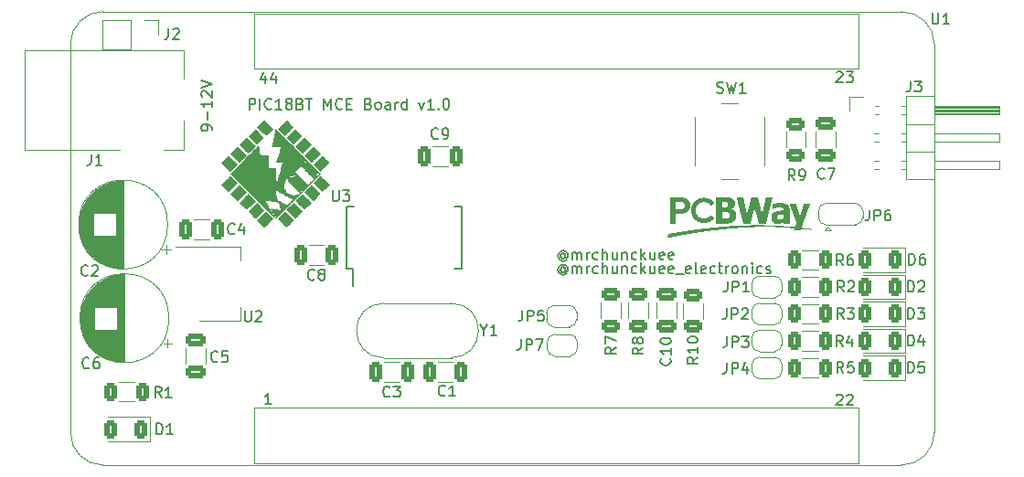
<source format=gto>
G04 #@! TF.GenerationSoftware,KiCad,Pcbnew,(6.0.5)*
G04 #@! TF.CreationDate,2023-02-02T23:15:04-06:00*
G04 #@! TF.ProjectId,PIC18BT_MCE_Board,50494331-3842-4545-9f4d-43455f426f61,rev?*
G04 #@! TF.SameCoordinates,Original*
G04 #@! TF.FileFunction,Legend,Top*
G04 #@! TF.FilePolarity,Positive*
%FSLAX46Y46*%
G04 Gerber Fmt 4.6, Leading zero omitted, Abs format (unit mm)*
G04 Created by KiCad (PCBNEW (6.0.5)) date 2023-02-02 23:15:04*
%MOMM*%
%LPD*%
G01*
G04 APERTURE LIST*
G04 Aperture macros list*
%AMRoundRect*
0 Rectangle with rounded corners*
0 $1 Rounding radius*
0 $2 $3 $4 $5 $6 $7 $8 $9 X,Y pos of 4 corners*
0 Add a 4 corners polygon primitive as box body*
4,1,4,$2,$3,$4,$5,$6,$7,$8,$9,$2,$3,0*
0 Add four circle primitives for the rounded corners*
1,1,$1+$1,$2,$3*
1,1,$1+$1,$4,$5*
1,1,$1+$1,$6,$7*
1,1,$1+$1,$8,$9*
0 Add four rect primitives between the rounded corners*
20,1,$1+$1,$2,$3,$4,$5,0*
20,1,$1+$1,$4,$5,$6,$7,0*
20,1,$1+$1,$6,$7,$8,$9,0*
20,1,$1+$1,$8,$9,$2,$3,0*%
%AMFreePoly0*
4,1,22,0.550000,-0.750000,0.000000,-0.750000,0.000000,-0.745033,-0.079941,-0.743568,-0.215256,-0.701293,-0.333266,-0.622738,-0.424486,-0.514219,-0.481581,-0.384460,-0.499164,-0.250000,-0.500000,-0.250000,-0.500000,0.250000,-0.499164,0.250000,-0.499963,0.256109,-0.478152,0.396186,-0.417904,0.524511,-0.324060,0.630769,-0.204165,0.706417,-0.067858,0.745374,0.000000,0.744959,0.000000,0.750000,
0.550000,0.750000,0.550000,-0.750000,0.550000,-0.750000,$1*%
%AMFreePoly1*
4,1,20,0.000000,0.744959,0.073905,0.744508,0.209726,0.703889,0.328688,0.626782,0.421226,0.519385,0.479903,0.390333,0.500000,0.250000,0.500000,-0.250000,0.499851,-0.262216,0.476331,-0.402017,0.414519,-0.529596,0.319384,-0.634700,0.198574,-0.708877,0.061801,-0.746166,0.000000,-0.745033,0.000000,-0.750000,-0.550000,-0.750000,-0.550000,0.750000,0.000000,0.750000,0.000000,0.744959,
0.000000,0.744959,$1*%
%AMFreePoly2*
4,1,22,0.500000,-0.750000,0.000000,-0.750000,0.000000,-0.745033,-0.079941,-0.743568,-0.215256,-0.701293,-0.333266,-0.622738,-0.424486,-0.514219,-0.481581,-0.384460,-0.499164,-0.250000,-0.500000,-0.250000,-0.500000,0.250000,-0.499164,0.250000,-0.499963,0.256109,-0.478152,0.396186,-0.417904,0.524511,-0.324060,0.630769,-0.204165,0.706417,-0.067858,0.745374,0.000000,0.744959,0.000000,0.750000,
0.500000,0.750000,0.500000,-0.750000,0.500000,-0.750000,$1*%
%AMFreePoly3*
4,1,20,0.000000,0.744959,0.073905,0.744508,0.209726,0.703889,0.328688,0.626782,0.421226,0.519385,0.479903,0.390333,0.500000,0.250000,0.500000,-0.250000,0.499851,-0.262216,0.476331,-0.402017,0.414519,-0.529596,0.319384,-0.634700,0.198574,-0.708877,0.061801,-0.746166,0.000000,-0.745033,0.000000,-0.750000,-0.500000,-0.750000,-0.500000,0.750000,0.000000,0.750000,0.000000,0.744959,
0.000000,0.744959,$1*%
G04 Aperture macros list end*
%ADD10C,0.150000*%
%ADD11C,0.120000*%
%ADD12C,0.100000*%
%ADD13RoundRect,0.250000X0.325000X0.650000X-0.325000X0.650000X-0.325000X-0.650000X0.325000X-0.650000X0*%
%ADD14RoundRect,0.250000X-0.625000X0.312500X-0.625000X-0.312500X0.625000X-0.312500X0.625000X0.312500X0*%
%ADD15RoundRect,0.250000X0.312500X0.625000X-0.312500X0.625000X-0.312500X-0.625000X0.312500X-0.625000X0*%
%ADD16FreePoly0,0.000000*%
%ADD17R,1.000000X1.500000*%
%ADD18FreePoly1,0.000000*%
%ADD19RoundRect,0.250000X0.375000X0.625000X-0.375000X0.625000X-0.375000X-0.625000X0.375000X-0.625000X0*%
%ADD20RoundRect,0.250000X0.650000X-0.325000X0.650000X0.325000X-0.650000X0.325000X-0.650000X-0.325000X0*%
%ADD21R,1.600000X1.600000*%
%ADD22C,1.600000*%
%ADD23RoundRect,0.250000X-0.325000X-0.650000X0.325000X-0.650000X0.325000X0.650000X-0.325000X0.650000X0*%
%ADD24C,1.700000*%
%ADD25RoundRect,0.250000X-0.312500X-0.625000X0.312500X-0.625000X0.312500X0.625000X-0.312500X0.625000X0*%
%ADD26R,0.450000X1.750000*%
%ADD27RoundRect,0.250000X-0.650000X0.325000X-0.650000X-0.325000X0.650000X-0.325000X0.650000X0.325000X0*%
%ADD28RoundRect,0.250000X0.625000X-0.312500X0.625000X0.312500X-0.625000X0.312500X-0.625000X-0.312500X0*%
%ADD29FreePoly2,0.000000*%
%ADD30FreePoly3,0.000000*%
%ADD31C,1.500000*%
%ADD32C,2.000000*%
%ADD33R,2.000000X1.500000*%
%ADD34R,2.000000X3.800000*%
%ADD35FreePoly2,180.000000*%
%ADD36FreePoly3,180.000000*%
%ADD37R,3.500000X3.500000*%
%ADD38R,1.700000X1.700000*%
%ADD39O,1.700000X1.700000*%
G04 APERTURE END LIST*
D10*
X150809523Y-96476190D02*
X150761904Y-96428571D01*
X150666666Y-96380952D01*
X150571428Y-96380952D01*
X150476190Y-96428571D01*
X150428571Y-96476190D01*
X150380952Y-96571428D01*
X150380952Y-96666666D01*
X150428571Y-96761904D01*
X150476190Y-96809523D01*
X150571428Y-96857142D01*
X150666666Y-96857142D01*
X150761904Y-96809523D01*
X150809523Y-96761904D01*
X150809523Y-96380952D02*
X150809523Y-96761904D01*
X150857142Y-96809523D01*
X150904761Y-96809523D01*
X151000000Y-96761904D01*
X151047619Y-96666666D01*
X151047619Y-96428571D01*
X150952380Y-96285714D01*
X150809523Y-96190476D01*
X150619047Y-96142857D01*
X150428571Y-96190476D01*
X150285714Y-96285714D01*
X150190476Y-96428571D01*
X150142857Y-96619047D01*
X150190476Y-96809523D01*
X150285714Y-96952380D01*
X150428571Y-97047619D01*
X150619047Y-97095238D01*
X150809523Y-97047619D01*
X150952380Y-96952380D01*
X151476190Y-96952380D02*
X151476190Y-96285714D01*
X151476190Y-96380952D02*
X151523809Y-96333333D01*
X151619047Y-96285714D01*
X151761904Y-96285714D01*
X151857142Y-96333333D01*
X151904761Y-96428571D01*
X151904761Y-96952380D01*
X151904761Y-96428571D02*
X151952380Y-96333333D01*
X152047619Y-96285714D01*
X152190476Y-96285714D01*
X152285714Y-96333333D01*
X152333333Y-96428571D01*
X152333333Y-96952380D01*
X152809523Y-96952380D02*
X152809523Y-96285714D01*
X152809523Y-96476190D02*
X152857142Y-96380952D01*
X152904761Y-96333333D01*
X153000000Y-96285714D01*
X153095238Y-96285714D01*
X153857142Y-96904761D02*
X153761904Y-96952380D01*
X153571428Y-96952380D01*
X153476190Y-96904761D01*
X153428571Y-96857142D01*
X153380952Y-96761904D01*
X153380952Y-96476190D01*
X153428571Y-96380952D01*
X153476190Y-96333333D01*
X153571428Y-96285714D01*
X153761904Y-96285714D01*
X153857142Y-96333333D01*
X154285714Y-96952380D02*
X154285714Y-95952380D01*
X154714285Y-96952380D02*
X154714285Y-96428571D01*
X154666666Y-96333333D01*
X154571428Y-96285714D01*
X154428571Y-96285714D01*
X154333333Y-96333333D01*
X154285714Y-96380952D01*
X155619047Y-96285714D02*
X155619047Y-96952380D01*
X155190476Y-96285714D02*
X155190476Y-96809523D01*
X155238095Y-96904761D01*
X155333333Y-96952380D01*
X155476190Y-96952380D01*
X155571428Y-96904761D01*
X155619047Y-96857142D01*
X156095238Y-96285714D02*
X156095238Y-96952380D01*
X156095238Y-96380952D02*
X156142857Y-96333333D01*
X156238095Y-96285714D01*
X156380952Y-96285714D01*
X156476190Y-96333333D01*
X156523809Y-96428571D01*
X156523809Y-96952380D01*
X157428571Y-96904761D02*
X157333333Y-96952380D01*
X157142857Y-96952380D01*
X157047619Y-96904761D01*
X157000000Y-96857142D01*
X156952380Y-96761904D01*
X156952380Y-96476190D01*
X157000000Y-96380952D01*
X157047619Y-96333333D01*
X157142857Y-96285714D01*
X157333333Y-96285714D01*
X157428571Y-96333333D01*
X157857142Y-96952380D02*
X157857142Y-95952380D01*
X157952380Y-96571428D02*
X158238095Y-96952380D01*
X158238095Y-96285714D02*
X157857142Y-96666666D01*
X159095238Y-96285714D02*
X159095238Y-96952380D01*
X158666666Y-96285714D02*
X158666666Y-96809523D01*
X158714285Y-96904761D01*
X158809523Y-96952380D01*
X158952380Y-96952380D01*
X159047619Y-96904761D01*
X159095238Y-96857142D01*
X159952380Y-96904761D02*
X159857142Y-96952380D01*
X159666666Y-96952380D01*
X159571428Y-96904761D01*
X159523809Y-96809523D01*
X159523809Y-96428571D01*
X159571428Y-96333333D01*
X159666666Y-96285714D01*
X159857142Y-96285714D01*
X159952380Y-96333333D01*
X160000000Y-96428571D01*
X160000000Y-96523809D01*
X159523809Y-96619047D01*
X160809523Y-96904761D02*
X160714285Y-96952380D01*
X160523809Y-96952380D01*
X160428571Y-96904761D01*
X160380952Y-96809523D01*
X160380952Y-96428571D01*
X160428571Y-96333333D01*
X160523809Y-96285714D01*
X160714285Y-96285714D01*
X160809523Y-96333333D01*
X160857142Y-96428571D01*
X160857142Y-96523809D01*
X160380952Y-96619047D01*
X118112380Y-84940476D02*
X118112380Y-84750000D01*
X118064761Y-84654761D01*
X118017142Y-84607142D01*
X117874285Y-84511904D01*
X117683809Y-84464285D01*
X117302857Y-84464285D01*
X117207619Y-84511904D01*
X117160000Y-84559523D01*
X117112380Y-84654761D01*
X117112380Y-84845238D01*
X117160000Y-84940476D01*
X117207619Y-84988095D01*
X117302857Y-85035714D01*
X117540952Y-85035714D01*
X117636190Y-84988095D01*
X117683809Y-84940476D01*
X117731428Y-84845238D01*
X117731428Y-84654761D01*
X117683809Y-84559523D01*
X117636190Y-84511904D01*
X117540952Y-84464285D01*
X117731428Y-84035714D02*
X117731428Y-83273809D01*
X118112380Y-82273809D02*
X118112380Y-82845238D01*
X118112380Y-82559523D02*
X117112380Y-82559523D01*
X117255238Y-82654761D01*
X117350476Y-82750000D01*
X117398095Y-82845238D01*
X117207619Y-81892857D02*
X117160000Y-81845238D01*
X117112380Y-81750000D01*
X117112380Y-81511904D01*
X117160000Y-81416666D01*
X117207619Y-81369047D01*
X117302857Y-81321428D01*
X117398095Y-81321428D01*
X117540952Y-81369047D01*
X118112380Y-81940476D01*
X118112380Y-81321428D01*
X117112380Y-81035714D02*
X118112380Y-80702380D01*
X117112380Y-80369047D01*
X175938095Y-79647619D02*
X175985714Y-79600000D01*
X176080952Y-79552380D01*
X176319047Y-79552380D01*
X176414285Y-79600000D01*
X176461904Y-79647619D01*
X176509523Y-79742857D01*
X176509523Y-79838095D01*
X176461904Y-79980952D01*
X175890476Y-80552380D01*
X176509523Y-80552380D01*
X176842857Y-79552380D02*
X177461904Y-79552380D01*
X177128571Y-79933333D01*
X177271428Y-79933333D01*
X177366666Y-79980952D01*
X177414285Y-80028571D01*
X177461904Y-80123809D01*
X177461904Y-80361904D01*
X177414285Y-80457142D01*
X177366666Y-80504761D01*
X177271428Y-80552380D01*
X176985714Y-80552380D01*
X176890476Y-80504761D01*
X176842857Y-80457142D01*
X175938095Y-109547619D02*
X175985714Y-109500000D01*
X176080952Y-109452380D01*
X176319047Y-109452380D01*
X176414285Y-109500000D01*
X176461904Y-109547619D01*
X176509523Y-109642857D01*
X176509523Y-109738095D01*
X176461904Y-109880952D01*
X175890476Y-110452380D01*
X176509523Y-110452380D01*
X176890476Y-109547619D02*
X176938095Y-109500000D01*
X177033333Y-109452380D01*
X177271428Y-109452380D01*
X177366666Y-109500000D01*
X177414285Y-109547619D01*
X177461904Y-109642857D01*
X177461904Y-109738095D01*
X177414285Y-109880952D01*
X176842857Y-110452380D01*
X177461904Y-110452380D01*
X150809523Y-97776190D02*
X150761904Y-97728571D01*
X150666666Y-97680952D01*
X150571428Y-97680952D01*
X150476190Y-97728571D01*
X150428571Y-97776190D01*
X150380952Y-97871428D01*
X150380952Y-97966666D01*
X150428571Y-98061904D01*
X150476190Y-98109523D01*
X150571428Y-98157142D01*
X150666666Y-98157142D01*
X150761904Y-98109523D01*
X150809523Y-98061904D01*
X150809523Y-97680952D02*
X150809523Y-98061904D01*
X150857142Y-98109523D01*
X150904761Y-98109523D01*
X151000000Y-98061904D01*
X151047619Y-97966666D01*
X151047619Y-97728571D01*
X150952380Y-97585714D01*
X150809523Y-97490476D01*
X150619047Y-97442857D01*
X150428571Y-97490476D01*
X150285714Y-97585714D01*
X150190476Y-97728571D01*
X150142857Y-97919047D01*
X150190476Y-98109523D01*
X150285714Y-98252380D01*
X150428571Y-98347619D01*
X150619047Y-98395238D01*
X150809523Y-98347619D01*
X150952380Y-98252380D01*
X151476190Y-98252380D02*
X151476190Y-97585714D01*
X151476190Y-97680952D02*
X151523809Y-97633333D01*
X151619047Y-97585714D01*
X151761904Y-97585714D01*
X151857142Y-97633333D01*
X151904761Y-97728571D01*
X151904761Y-98252380D01*
X151904761Y-97728571D02*
X151952380Y-97633333D01*
X152047619Y-97585714D01*
X152190476Y-97585714D01*
X152285714Y-97633333D01*
X152333333Y-97728571D01*
X152333333Y-98252380D01*
X152809523Y-98252380D02*
X152809523Y-97585714D01*
X152809523Y-97776190D02*
X152857142Y-97680952D01*
X152904761Y-97633333D01*
X153000000Y-97585714D01*
X153095238Y-97585714D01*
X153857142Y-98204761D02*
X153761904Y-98252380D01*
X153571428Y-98252380D01*
X153476190Y-98204761D01*
X153428571Y-98157142D01*
X153380952Y-98061904D01*
X153380952Y-97776190D01*
X153428571Y-97680952D01*
X153476190Y-97633333D01*
X153571428Y-97585714D01*
X153761904Y-97585714D01*
X153857142Y-97633333D01*
X154285714Y-98252380D02*
X154285714Y-97252380D01*
X154714285Y-98252380D02*
X154714285Y-97728571D01*
X154666666Y-97633333D01*
X154571428Y-97585714D01*
X154428571Y-97585714D01*
X154333333Y-97633333D01*
X154285714Y-97680952D01*
X155619047Y-97585714D02*
X155619047Y-98252380D01*
X155190476Y-97585714D02*
X155190476Y-98109523D01*
X155238095Y-98204761D01*
X155333333Y-98252380D01*
X155476190Y-98252380D01*
X155571428Y-98204761D01*
X155619047Y-98157142D01*
X156095238Y-97585714D02*
X156095238Y-98252380D01*
X156095238Y-97680952D02*
X156142857Y-97633333D01*
X156238095Y-97585714D01*
X156380952Y-97585714D01*
X156476190Y-97633333D01*
X156523809Y-97728571D01*
X156523809Y-98252380D01*
X157428571Y-98204761D02*
X157333333Y-98252380D01*
X157142857Y-98252380D01*
X157047619Y-98204761D01*
X157000000Y-98157142D01*
X156952380Y-98061904D01*
X156952380Y-97776190D01*
X157000000Y-97680952D01*
X157047619Y-97633333D01*
X157142857Y-97585714D01*
X157333333Y-97585714D01*
X157428571Y-97633333D01*
X157857142Y-98252380D02*
X157857142Y-97252380D01*
X157952380Y-97871428D02*
X158238095Y-98252380D01*
X158238095Y-97585714D02*
X157857142Y-97966666D01*
X159095238Y-97585714D02*
X159095238Y-98252380D01*
X158666666Y-97585714D02*
X158666666Y-98109523D01*
X158714285Y-98204761D01*
X158809523Y-98252380D01*
X158952380Y-98252380D01*
X159047619Y-98204761D01*
X159095238Y-98157142D01*
X159952380Y-98204761D02*
X159857142Y-98252380D01*
X159666666Y-98252380D01*
X159571428Y-98204761D01*
X159523809Y-98109523D01*
X159523809Y-97728571D01*
X159571428Y-97633333D01*
X159666666Y-97585714D01*
X159857142Y-97585714D01*
X159952380Y-97633333D01*
X160000000Y-97728571D01*
X160000000Y-97823809D01*
X159523809Y-97919047D01*
X160809523Y-98204761D02*
X160714285Y-98252380D01*
X160523809Y-98252380D01*
X160428571Y-98204761D01*
X160380952Y-98109523D01*
X160380952Y-97728571D01*
X160428571Y-97633333D01*
X160523809Y-97585714D01*
X160714285Y-97585714D01*
X160809523Y-97633333D01*
X160857142Y-97728571D01*
X160857142Y-97823809D01*
X160380952Y-97919047D01*
X161047619Y-98347619D02*
X161809523Y-98347619D01*
X162428571Y-98204761D02*
X162333333Y-98252380D01*
X162142857Y-98252380D01*
X162047619Y-98204761D01*
X162000000Y-98109523D01*
X162000000Y-97728571D01*
X162047619Y-97633333D01*
X162142857Y-97585714D01*
X162333333Y-97585714D01*
X162428571Y-97633333D01*
X162476190Y-97728571D01*
X162476190Y-97823809D01*
X162000000Y-97919047D01*
X163047619Y-98252380D02*
X162952380Y-98204761D01*
X162904761Y-98109523D01*
X162904761Y-97252380D01*
X163809523Y-98204761D02*
X163714285Y-98252380D01*
X163523809Y-98252380D01*
X163428571Y-98204761D01*
X163380952Y-98109523D01*
X163380952Y-97728571D01*
X163428571Y-97633333D01*
X163523809Y-97585714D01*
X163714285Y-97585714D01*
X163809523Y-97633333D01*
X163857142Y-97728571D01*
X163857142Y-97823809D01*
X163380952Y-97919047D01*
X164714285Y-98204761D02*
X164619047Y-98252380D01*
X164428571Y-98252380D01*
X164333333Y-98204761D01*
X164285714Y-98157142D01*
X164238095Y-98061904D01*
X164238095Y-97776190D01*
X164285714Y-97680952D01*
X164333333Y-97633333D01*
X164428571Y-97585714D01*
X164619047Y-97585714D01*
X164714285Y-97633333D01*
X165000000Y-97585714D02*
X165380952Y-97585714D01*
X165142857Y-97252380D02*
X165142857Y-98109523D01*
X165190476Y-98204761D01*
X165285714Y-98252380D01*
X165380952Y-98252380D01*
X165714285Y-98252380D02*
X165714285Y-97585714D01*
X165714285Y-97776190D02*
X165761904Y-97680952D01*
X165809523Y-97633333D01*
X165904761Y-97585714D01*
X166000000Y-97585714D01*
X166476190Y-98252380D02*
X166380952Y-98204761D01*
X166333333Y-98157142D01*
X166285714Y-98061904D01*
X166285714Y-97776190D01*
X166333333Y-97680952D01*
X166380952Y-97633333D01*
X166476190Y-97585714D01*
X166619047Y-97585714D01*
X166714285Y-97633333D01*
X166761904Y-97680952D01*
X166809523Y-97776190D01*
X166809523Y-98061904D01*
X166761904Y-98157142D01*
X166714285Y-98204761D01*
X166619047Y-98252380D01*
X166476190Y-98252380D01*
X167238095Y-97585714D02*
X167238095Y-98252380D01*
X167238095Y-97680952D02*
X167285714Y-97633333D01*
X167380952Y-97585714D01*
X167523809Y-97585714D01*
X167619047Y-97633333D01*
X167666666Y-97728571D01*
X167666666Y-98252380D01*
X168142857Y-98252380D02*
X168142857Y-97585714D01*
X168142857Y-97252380D02*
X168095238Y-97300000D01*
X168142857Y-97347619D01*
X168190476Y-97300000D01*
X168142857Y-97252380D01*
X168142857Y-97347619D01*
X169047619Y-98204761D02*
X168952380Y-98252380D01*
X168761904Y-98252380D01*
X168666666Y-98204761D01*
X168619047Y-98157142D01*
X168571428Y-98061904D01*
X168571428Y-97776190D01*
X168619047Y-97680952D01*
X168666666Y-97633333D01*
X168761904Y-97585714D01*
X168952380Y-97585714D01*
X169047619Y-97633333D01*
X169428571Y-98204761D02*
X169523809Y-98252380D01*
X169714285Y-98252380D01*
X169809523Y-98204761D01*
X169857142Y-98109523D01*
X169857142Y-98061904D01*
X169809523Y-97966666D01*
X169714285Y-97919047D01*
X169571428Y-97919047D01*
X169476190Y-97871428D01*
X169428571Y-97776190D01*
X169428571Y-97728571D01*
X169476190Y-97633333D01*
X169571428Y-97585714D01*
X169714285Y-97585714D01*
X169809523Y-97633333D01*
X123064285Y-79985714D02*
X123064285Y-80652380D01*
X122826190Y-79604761D02*
X122588095Y-80319047D01*
X123207142Y-80319047D01*
X124016666Y-79985714D02*
X124016666Y-80652380D01*
X123778571Y-79604761D02*
X123540476Y-80319047D01*
X124159523Y-80319047D01*
X121561904Y-83052380D02*
X121561904Y-82052380D01*
X121942857Y-82052380D01*
X122038095Y-82100000D01*
X122085714Y-82147619D01*
X122133333Y-82242857D01*
X122133333Y-82385714D01*
X122085714Y-82480952D01*
X122038095Y-82528571D01*
X121942857Y-82576190D01*
X121561904Y-82576190D01*
X122561904Y-83052380D02*
X122561904Y-82052380D01*
X123609523Y-82957142D02*
X123561904Y-83004761D01*
X123419047Y-83052380D01*
X123323809Y-83052380D01*
X123180952Y-83004761D01*
X123085714Y-82909523D01*
X123038095Y-82814285D01*
X122990476Y-82623809D01*
X122990476Y-82480952D01*
X123038095Y-82290476D01*
X123085714Y-82195238D01*
X123180952Y-82100000D01*
X123323809Y-82052380D01*
X123419047Y-82052380D01*
X123561904Y-82100000D01*
X123609523Y-82147619D01*
X124561904Y-83052380D02*
X123990476Y-83052380D01*
X124276190Y-83052380D02*
X124276190Y-82052380D01*
X124180952Y-82195238D01*
X124085714Y-82290476D01*
X123990476Y-82338095D01*
X125133333Y-82480952D02*
X125038095Y-82433333D01*
X124990476Y-82385714D01*
X124942857Y-82290476D01*
X124942857Y-82242857D01*
X124990476Y-82147619D01*
X125038095Y-82100000D01*
X125133333Y-82052380D01*
X125323809Y-82052380D01*
X125419047Y-82100000D01*
X125466666Y-82147619D01*
X125514285Y-82242857D01*
X125514285Y-82290476D01*
X125466666Y-82385714D01*
X125419047Y-82433333D01*
X125323809Y-82480952D01*
X125133333Y-82480952D01*
X125038095Y-82528571D01*
X124990476Y-82576190D01*
X124942857Y-82671428D01*
X124942857Y-82861904D01*
X124990476Y-82957142D01*
X125038095Y-83004761D01*
X125133333Y-83052380D01*
X125323809Y-83052380D01*
X125419047Y-83004761D01*
X125466666Y-82957142D01*
X125514285Y-82861904D01*
X125514285Y-82671428D01*
X125466666Y-82576190D01*
X125419047Y-82528571D01*
X125323809Y-82480952D01*
X126276190Y-82528571D02*
X126419047Y-82576190D01*
X126466666Y-82623809D01*
X126514285Y-82719047D01*
X126514285Y-82861904D01*
X126466666Y-82957142D01*
X126419047Y-83004761D01*
X126323809Y-83052380D01*
X125942857Y-83052380D01*
X125942857Y-82052380D01*
X126276190Y-82052380D01*
X126371428Y-82100000D01*
X126419047Y-82147619D01*
X126466666Y-82242857D01*
X126466666Y-82338095D01*
X126419047Y-82433333D01*
X126371428Y-82480952D01*
X126276190Y-82528571D01*
X125942857Y-82528571D01*
X126800000Y-82052380D02*
X127371428Y-82052380D01*
X127085714Y-83052380D02*
X127085714Y-82052380D01*
X128466666Y-83052380D02*
X128466666Y-82052380D01*
X128800000Y-82766666D01*
X129133333Y-82052380D01*
X129133333Y-83052380D01*
X130180952Y-82957142D02*
X130133333Y-83004761D01*
X129990476Y-83052380D01*
X129895238Y-83052380D01*
X129752380Y-83004761D01*
X129657142Y-82909523D01*
X129609523Y-82814285D01*
X129561904Y-82623809D01*
X129561904Y-82480952D01*
X129609523Y-82290476D01*
X129657142Y-82195238D01*
X129752380Y-82100000D01*
X129895238Y-82052380D01*
X129990476Y-82052380D01*
X130133333Y-82100000D01*
X130180952Y-82147619D01*
X130609523Y-82528571D02*
X130942857Y-82528571D01*
X131085714Y-83052380D02*
X130609523Y-83052380D01*
X130609523Y-82052380D01*
X131085714Y-82052380D01*
X132609523Y-82528571D02*
X132752380Y-82576190D01*
X132800000Y-82623809D01*
X132847619Y-82719047D01*
X132847619Y-82861904D01*
X132800000Y-82957142D01*
X132752380Y-83004761D01*
X132657142Y-83052380D01*
X132276190Y-83052380D01*
X132276190Y-82052380D01*
X132609523Y-82052380D01*
X132704761Y-82100000D01*
X132752380Y-82147619D01*
X132800000Y-82242857D01*
X132800000Y-82338095D01*
X132752380Y-82433333D01*
X132704761Y-82480952D01*
X132609523Y-82528571D01*
X132276190Y-82528571D01*
X133419047Y-83052380D02*
X133323809Y-83004761D01*
X133276190Y-82957142D01*
X133228571Y-82861904D01*
X133228571Y-82576190D01*
X133276190Y-82480952D01*
X133323809Y-82433333D01*
X133419047Y-82385714D01*
X133561904Y-82385714D01*
X133657142Y-82433333D01*
X133704761Y-82480952D01*
X133752380Y-82576190D01*
X133752380Y-82861904D01*
X133704761Y-82957142D01*
X133657142Y-83004761D01*
X133561904Y-83052380D01*
X133419047Y-83052380D01*
X134609523Y-83052380D02*
X134609523Y-82528571D01*
X134561904Y-82433333D01*
X134466666Y-82385714D01*
X134276190Y-82385714D01*
X134180952Y-82433333D01*
X134609523Y-83004761D02*
X134514285Y-83052380D01*
X134276190Y-83052380D01*
X134180952Y-83004761D01*
X134133333Y-82909523D01*
X134133333Y-82814285D01*
X134180952Y-82719047D01*
X134276190Y-82671428D01*
X134514285Y-82671428D01*
X134609523Y-82623809D01*
X135085714Y-83052380D02*
X135085714Y-82385714D01*
X135085714Y-82576190D02*
X135133333Y-82480952D01*
X135180952Y-82433333D01*
X135276190Y-82385714D01*
X135371428Y-82385714D01*
X136133333Y-83052380D02*
X136133333Y-82052380D01*
X136133333Y-83004761D02*
X136038095Y-83052380D01*
X135847619Y-83052380D01*
X135752380Y-83004761D01*
X135704761Y-82957142D01*
X135657142Y-82861904D01*
X135657142Y-82576190D01*
X135704761Y-82480952D01*
X135752380Y-82433333D01*
X135847619Y-82385714D01*
X136038095Y-82385714D01*
X136133333Y-82433333D01*
X137276190Y-82385714D02*
X137514285Y-83052380D01*
X137752380Y-82385714D01*
X138657142Y-83052380D02*
X138085714Y-83052380D01*
X138371428Y-83052380D02*
X138371428Y-82052380D01*
X138276190Y-82195238D01*
X138180952Y-82290476D01*
X138085714Y-82338095D01*
X139085714Y-82957142D02*
X139133333Y-83004761D01*
X139085714Y-83052380D01*
X139038095Y-83004761D01*
X139085714Y-82957142D01*
X139085714Y-83052380D01*
X139752380Y-82052380D02*
X139847619Y-82052380D01*
X139942857Y-82100000D01*
X139990476Y-82147619D01*
X140038095Y-82242857D01*
X140085714Y-82433333D01*
X140085714Y-82671428D01*
X140038095Y-82861904D01*
X139990476Y-82957142D01*
X139942857Y-83004761D01*
X139847619Y-83052380D01*
X139752380Y-83052380D01*
X139657142Y-83004761D01*
X139609523Y-82957142D01*
X139561904Y-82861904D01*
X139514285Y-82671428D01*
X139514285Y-82433333D01*
X139561904Y-82242857D01*
X139609523Y-82147619D01*
X139657142Y-82100000D01*
X139752380Y-82052380D01*
X123585714Y-110352380D02*
X123014285Y-110352380D01*
X123300000Y-110352380D02*
X123300000Y-109352380D01*
X123204761Y-109495238D01*
X123109523Y-109590476D01*
X123014285Y-109638095D01*
X127603333Y-98777142D02*
X127555714Y-98824761D01*
X127412857Y-98872380D01*
X127317619Y-98872380D01*
X127174761Y-98824761D01*
X127079523Y-98729523D01*
X127031904Y-98634285D01*
X126984285Y-98443809D01*
X126984285Y-98300952D01*
X127031904Y-98110476D01*
X127079523Y-98015238D01*
X127174761Y-97920000D01*
X127317619Y-97872380D01*
X127412857Y-97872380D01*
X127555714Y-97920000D01*
X127603333Y-97967619D01*
X128174761Y-98300952D02*
X128079523Y-98253333D01*
X128031904Y-98205714D01*
X127984285Y-98110476D01*
X127984285Y-98062857D01*
X128031904Y-97967619D01*
X128079523Y-97920000D01*
X128174761Y-97872380D01*
X128365238Y-97872380D01*
X128460476Y-97920000D01*
X128508095Y-97967619D01*
X128555714Y-98062857D01*
X128555714Y-98110476D01*
X128508095Y-98205714D01*
X128460476Y-98253333D01*
X128365238Y-98300952D01*
X128174761Y-98300952D01*
X128079523Y-98348571D01*
X128031904Y-98396190D01*
X127984285Y-98491428D01*
X127984285Y-98681904D01*
X128031904Y-98777142D01*
X128079523Y-98824761D01*
X128174761Y-98872380D01*
X128365238Y-98872380D01*
X128460476Y-98824761D01*
X128508095Y-98777142D01*
X128555714Y-98681904D01*
X128555714Y-98491428D01*
X128508095Y-98396190D01*
X128460476Y-98348571D01*
X128365238Y-98300952D01*
X163112380Y-106012857D02*
X162636190Y-106346190D01*
X163112380Y-106584285D02*
X162112380Y-106584285D01*
X162112380Y-106203333D01*
X162160000Y-106108095D01*
X162207619Y-106060476D01*
X162302857Y-106012857D01*
X162445714Y-106012857D01*
X162540952Y-106060476D01*
X162588571Y-106108095D01*
X162636190Y-106203333D01*
X162636190Y-106584285D01*
X163112380Y-105060476D02*
X163112380Y-105631904D01*
X163112380Y-105346190D02*
X162112380Y-105346190D01*
X162255238Y-105441428D01*
X162350476Y-105536666D01*
X162398095Y-105631904D01*
X162112380Y-104441428D02*
X162112380Y-104346190D01*
X162160000Y-104250952D01*
X162207619Y-104203333D01*
X162302857Y-104155714D01*
X162493333Y-104108095D01*
X162731428Y-104108095D01*
X162921904Y-104155714D01*
X163017142Y-104203333D01*
X163064761Y-104250952D01*
X163112380Y-104346190D01*
X163112380Y-104441428D01*
X163064761Y-104536666D01*
X163017142Y-104584285D01*
X162921904Y-104631904D01*
X162731428Y-104679523D01*
X162493333Y-104679523D01*
X162302857Y-104631904D01*
X162207619Y-104584285D01*
X162160000Y-104536666D01*
X162112380Y-104441428D01*
X176635333Y-99952380D02*
X176302000Y-99476190D01*
X176063904Y-99952380D02*
X176063904Y-98952380D01*
X176444857Y-98952380D01*
X176540095Y-99000000D01*
X176587714Y-99047619D01*
X176635333Y-99142857D01*
X176635333Y-99285714D01*
X176587714Y-99380952D01*
X176540095Y-99428571D01*
X176444857Y-99476190D01*
X176063904Y-99476190D01*
X177016285Y-99047619D02*
X177063904Y-99000000D01*
X177159142Y-98952380D01*
X177397238Y-98952380D01*
X177492476Y-99000000D01*
X177540095Y-99047619D01*
X177587714Y-99142857D01*
X177587714Y-99238095D01*
X177540095Y-99380952D01*
X176968666Y-99952380D01*
X177587714Y-99952380D01*
X178976666Y-92362380D02*
X178976666Y-93076666D01*
X178929047Y-93219523D01*
X178833809Y-93314761D01*
X178690952Y-93362380D01*
X178595714Y-93362380D01*
X179452857Y-93362380D02*
X179452857Y-92362380D01*
X179833809Y-92362380D01*
X179929047Y-92410000D01*
X179976666Y-92457619D01*
X180024285Y-92552857D01*
X180024285Y-92695714D01*
X179976666Y-92790952D01*
X179929047Y-92838571D01*
X179833809Y-92886190D01*
X179452857Y-92886190D01*
X180881428Y-92362380D02*
X180690952Y-92362380D01*
X180595714Y-92410000D01*
X180548095Y-92457619D01*
X180452857Y-92600476D01*
X180405238Y-92790952D01*
X180405238Y-93171904D01*
X180452857Y-93267142D01*
X180500476Y-93314761D01*
X180595714Y-93362380D01*
X180786190Y-93362380D01*
X180881428Y-93314761D01*
X180929047Y-93267142D01*
X180976666Y-93171904D01*
X180976666Y-92933809D01*
X180929047Y-92838571D01*
X180881428Y-92790952D01*
X180786190Y-92743333D01*
X180595714Y-92743333D01*
X180500476Y-92790952D01*
X180452857Y-92838571D01*
X180405238Y-92933809D01*
X182563904Y-99952380D02*
X182563904Y-98952380D01*
X182802000Y-98952380D01*
X182944857Y-99000000D01*
X183040095Y-99095238D01*
X183087714Y-99190476D01*
X183135333Y-99380952D01*
X183135333Y-99523809D01*
X183087714Y-99714285D01*
X183040095Y-99809523D01*
X182944857Y-99904761D01*
X182802000Y-99952380D01*
X182563904Y-99952380D01*
X183516285Y-99047619D02*
X183563904Y-99000000D01*
X183659142Y-98952380D01*
X183897238Y-98952380D01*
X183992476Y-99000000D01*
X184040095Y-99047619D01*
X184087714Y-99142857D01*
X184087714Y-99238095D01*
X184040095Y-99380952D01*
X183468666Y-99952380D01*
X184087714Y-99952380D01*
X112961904Y-113152380D02*
X112961904Y-112152380D01*
X113200000Y-112152380D01*
X113342857Y-112200000D01*
X113438095Y-112295238D01*
X113485714Y-112390476D01*
X113533333Y-112580952D01*
X113533333Y-112723809D01*
X113485714Y-112914285D01*
X113438095Y-113009523D01*
X113342857Y-113104761D01*
X113200000Y-113152380D01*
X112961904Y-113152380D01*
X114485714Y-113152380D02*
X113914285Y-113152380D01*
X114200000Y-113152380D02*
X114200000Y-112152380D01*
X114104761Y-112295238D01*
X114009523Y-112390476D01*
X113914285Y-112438095D01*
X160527142Y-106132857D02*
X160574761Y-106180476D01*
X160622380Y-106323333D01*
X160622380Y-106418571D01*
X160574761Y-106561428D01*
X160479523Y-106656666D01*
X160384285Y-106704285D01*
X160193809Y-106751904D01*
X160050952Y-106751904D01*
X159860476Y-106704285D01*
X159765238Y-106656666D01*
X159670000Y-106561428D01*
X159622380Y-106418571D01*
X159622380Y-106323333D01*
X159670000Y-106180476D01*
X159717619Y-106132857D01*
X160622380Y-105180476D02*
X160622380Y-105751904D01*
X160622380Y-105466190D02*
X159622380Y-105466190D01*
X159765238Y-105561428D01*
X159860476Y-105656666D01*
X159908095Y-105751904D01*
X159622380Y-104561428D02*
X159622380Y-104466190D01*
X159670000Y-104370952D01*
X159717619Y-104323333D01*
X159812857Y-104275714D01*
X160003333Y-104228095D01*
X160241428Y-104228095D01*
X160431904Y-104275714D01*
X160527142Y-104323333D01*
X160574761Y-104370952D01*
X160622380Y-104466190D01*
X160622380Y-104561428D01*
X160574761Y-104656666D01*
X160527142Y-104704285D01*
X160431904Y-104751904D01*
X160241428Y-104799523D01*
X160003333Y-104799523D01*
X159812857Y-104751904D01*
X159717619Y-104704285D01*
X159670000Y-104656666D01*
X159622380Y-104561428D01*
X106733333Y-106957142D02*
X106685714Y-107004761D01*
X106542857Y-107052380D01*
X106447619Y-107052380D01*
X106304761Y-107004761D01*
X106209523Y-106909523D01*
X106161904Y-106814285D01*
X106114285Y-106623809D01*
X106114285Y-106480952D01*
X106161904Y-106290476D01*
X106209523Y-106195238D01*
X106304761Y-106100000D01*
X106447619Y-106052380D01*
X106542857Y-106052380D01*
X106685714Y-106100000D01*
X106733333Y-106147619D01*
X107590476Y-106052380D02*
X107400000Y-106052380D01*
X107304761Y-106100000D01*
X107257142Y-106147619D01*
X107161904Y-106290476D01*
X107114285Y-106480952D01*
X107114285Y-106861904D01*
X107161904Y-106957142D01*
X107209523Y-107004761D01*
X107304761Y-107052380D01*
X107495238Y-107052380D01*
X107590476Y-107004761D01*
X107638095Y-106957142D01*
X107685714Y-106861904D01*
X107685714Y-106623809D01*
X107638095Y-106528571D01*
X107590476Y-106480952D01*
X107495238Y-106433333D01*
X107304761Y-106433333D01*
X107209523Y-106480952D01*
X107161904Y-106528571D01*
X107114285Y-106623809D01*
X139703333Y-109517142D02*
X139655714Y-109564761D01*
X139512857Y-109612380D01*
X139417619Y-109612380D01*
X139274761Y-109564761D01*
X139179523Y-109469523D01*
X139131904Y-109374285D01*
X139084285Y-109183809D01*
X139084285Y-109040952D01*
X139131904Y-108850476D01*
X139179523Y-108755238D01*
X139274761Y-108660000D01*
X139417619Y-108612380D01*
X139512857Y-108612380D01*
X139655714Y-108660000D01*
X139703333Y-108707619D01*
X140655714Y-109612380D02*
X140084285Y-109612380D01*
X140370000Y-109612380D02*
X140370000Y-108612380D01*
X140274761Y-108755238D01*
X140179523Y-108850476D01*
X140084285Y-108898095D01*
X113433333Y-109752380D02*
X113100000Y-109276190D01*
X112861904Y-109752380D02*
X112861904Y-108752380D01*
X113242857Y-108752380D01*
X113338095Y-108800000D01*
X113385714Y-108847619D01*
X113433333Y-108942857D01*
X113433333Y-109085714D01*
X113385714Y-109180952D01*
X113338095Y-109228571D01*
X113242857Y-109276190D01*
X112861904Y-109276190D01*
X114385714Y-109752380D02*
X113814285Y-109752380D01*
X114100000Y-109752380D02*
X114100000Y-108752380D01*
X114004761Y-108895238D01*
X113909523Y-108990476D01*
X113814285Y-109038095D01*
X129288095Y-90562380D02*
X129288095Y-91371904D01*
X129335714Y-91467142D01*
X129383333Y-91514761D01*
X129478571Y-91562380D01*
X129669047Y-91562380D01*
X129764285Y-91514761D01*
X129811904Y-91467142D01*
X129859523Y-91371904D01*
X129859523Y-90562380D01*
X130240476Y-90562380D02*
X130859523Y-90562380D01*
X130526190Y-90943333D01*
X130669047Y-90943333D01*
X130764285Y-90990952D01*
X130811904Y-91038571D01*
X130859523Y-91133809D01*
X130859523Y-91371904D01*
X130811904Y-91467142D01*
X130764285Y-91514761D01*
X130669047Y-91562380D01*
X130383333Y-91562380D01*
X130288095Y-91514761D01*
X130240476Y-91467142D01*
X174823333Y-89397142D02*
X174775714Y-89444761D01*
X174632857Y-89492380D01*
X174537619Y-89492380D01*
X174394761Y-89444761D01*
X174299523Y-89349523D01*
X174251904Y-89254285D01*
X174204285Y-89063809D01*
X174204285Y-88920952D01*
X174251904Y-88730476D01*
X174299523Y-88635238D01*
X174394761Y-88540000D01*
X174537619Y-88492380D01*
X174632857Y-88492380D01*
X174775714Y-88540000D01*
X174823333Y-88587619D01*
X175156666Y-88492380D02*
X175823333Y-88492380D01*
X175394761Y-89492380D01*
X118633333Y-106357142D02*
X118585714Y-106404761D01*
X118442857Y-106452380D01*
X118347619Y-106452380D01*
X118204761Y-106404761D01*
X118109523Y-106309523D01*
X118061904Y-106214285D01*
X118014285Y-106023809D01*
X118014285Y-105880952D01*
X118061904Y-105690476D01*
X118109523Y-105595238D01*
X118204761Y-105500000D01*
X118347619Y-105452380D01*
X118442857Y-105452380D01*
X118585714Y-105500000D01*
X118633333Y-105547619D01*
X119538095Y-105452380D02*
X119061904Y-105452380D01*
X119014285Y-105928571D01*
X119061904Y-105880952D01*
X119157142Y-105833333D01*
X119395238Y-105833333D01*
X119490476Y-105880952D01*
X119538095Y-105928571D01*
X119585714Y-106023809D01*
X119585714Y-106261904D01*
X119538095Y-106357142D01*
X119490476Y-106404761D01*
X119395238Y-106452380D01*
X119157142Y-106452380D01*
X119061904Y-106404761D01*
X119014285Y-106357142D01*
X182563904Y-104952380D02*
X182563904Y-103952380D01*
X182802000Y-103952380D01*
X182944857Y-104000000D01*
X183040095Y-104095238D01*
X183087714Y-104190476D01*
X183135333Y-104380952D01*
X183135333Y-104523809D01*
X183087714Y-104714285D01*
X183040095Y-104809523D01*
X182944857Y-104904761D01*
X182802000Y-104952380D01*
X182563904Y-104952380D01*
X183992476Y-104285714D02*
X183992476Y-104952380D01*
X183754380Y-103904761D02*
X183516285Y-104619047D01*
X184135333Y-104619047D01*
X182563904Y-107452380D02*
X182563904Y-106452380D01*
X182802000Y-106452380D01*
X182944857Y-106500000D01*
X183040095Y-106595238D01*
X183087714Y-106690476D01*
X183135333Y-106880952D01*
X183135333Y-107023809D01*
X183087714Y-107214285D01*
X183040095Y-107309523D01*
X182944857Y-107404761D01*
X182802000Y-107452380D01*
X182563904Y-107452380D01*
X184040095Y-106452380D02*
X183563904Y-106452380D01*
X183516285Y-106928571D01*
X183563904Y-106880952D01*
X183659142Y-106833333D01*
X183897238Y-106833333D01*
X183992476Y-106880952D01*
X184040095Y-106928571D01*
X184087714Y-107023809D01*
X184087714Y-107261904D01*
X184040095Y-107357142D01*
X183992476Y-107404761D01*
X183897238Y-107452380D01*
X183659142Y-107452380D01*
X183563904Y-107404761D01*
X183516285Y-107357142D01*
X172093333Y-89622380D02*
X171760000Y-89146190D01*
X171521904Y-89622380D02*
X171521904Y-88622380D01*
X171902857Y-88622380D01*
X171998095Y-88670000D01*
X172045714Y-88717619D01*
X172093333Y-88812857D01*
X172093333Y-88955714D01*
X172045714Y-89050952D01*
X171998095Y-89098571D01*
X171902857Y-89146190D01*
X171521904Y-89146190D01*
X172569523Y-89622380D02*
X172760000Y-89622380D01*
X172855238Y-89574761D01*
X172902857Y-89527142D01*
X172998095Y-89384285D01*
X173045714Y-89193809D01*
X173045714Y-88812857D01*
X172998095Y-88717619D01*
X172950476Y-88670000D01*
X172855238Y-88622380D01*
X172664761Y-88622380D01*
X172569523Y-88670000D01*
X172521904Y-88717619D01*
X172474285Y-88812857D01*
X172474285Y-89050952D01*
X172521904Y-89146190D01*
X172569523Y-89193809D01*
X172664761Y-89241428D01*
X172855238Y-89241428D01*
X172950476Y-89193809D01*
X172998095Y-89146190D01*
X173045714Y-89050952D01*
X182661904Y-97442380D02*
X182661904Y-96442380D01*
X182900000Y-96442380D01*
X183042857Y-96490000D01*
X183138095Y-96585238D01*
X183185714Y-96680476D01*
X183233333Y-96870952D01*
X183233333Y-97013809D01*
X183185714Y-97204285D01*
X183138095Y-97299523D01*
X183042857Y-97394761D01*
X182900000Y-97442380D01*
X182661904Y-97442380D01*
X184090476Y-96442380D02*
X183900000Y-96442380D01*
X183804761Y-96490000D01*
X183757142Y-96537619D01*
X183661904Y-96680476D01*
X183614285Y-96870952D01*
X183614285Y-97251904D01*
X183661904Y-97347142D01*
X183709523Y-97394761D01*
X183804761Y-97442380D01*
X183995238Y-97442380D01*
X184090476Y-97394761D01*
X184138095Y-97347142D01*
X184185714Y-97251904D01*
X184185714Y-97013809D01*
X184138095Y-96918571D01*
X184090476Y-96870952D01*
X183995238Y-96823333D01*
X183804761Y-96823333D01*
X183709523Y-96870952D01*
X183661904Y-96918571D01*
X183614285Y-97013809D01*
X165806666Y-104082380D02*
X165806666Y-104796666D01*
X165759047Y-104939523D01*
X165663809Y-105034761D01*
X165520952Y-105082380D01*
X165425714Y-105082380D01*
X166282857Y-105082380D02*
X166282857Y-104082380D01*
X166663809Y-104082380D01*
X166759047Y-104130000D01*
X166806666Y-104177619D01*
X166854285Y-104272857D01*
X166854285Y-104415714D01*
X166806666Y-104510952D01*
X166759047Y-104558571D01*
X166663809Y-104606190D01*
X166282857Y-104606190D01*
X167187619Y-104082380D02*
X167806666Y-104082380D01*
X167473333Y-104463333D01*
X167616190Y-104463333D01*
X167711428Y-104510952D01*
X167759047Y-104558571D01*
X167806666Y-104653809D01*
X167806666Y-104891904D01*
X167759047Y-104987142D01*
X167711428Y-105034761D01*
X167616190Y-105082380D01*
X167330476Y-105082380D01*
X167235238Y-105034761D01*
X167187619Y-104987142D01*
X143303809Y-103486190D02*
X143303809Y-103962380D01*
X142970476Y-102962380D02*
X143303809Y-103486190D01*
X143637142Y-102962380D01*
X144494285Y-103962380D02*
X143922857Y-103962380D01*
X144208571Y-103962380D02*
X144208571Y-102962380D01*
X144113333Y-103105238D01*
X144018095Y-103200476D01*
X143922857Y-103248095D01*
X165846666Y-98962380D02*
X165846666Y-99676666D01*
X165799047Y-99819523D01*
X165703809Y-99914761D01*
X165560952Y-99962380D01*
X165465714Y-99962380D01*
X166322857Y-99962380D02*
X166322857Y-98962380D01*
X166703809Y-98962380D01*
X166799047Y-99010000D01*
X166846666Y-99057619D01*
X166894285Y-99152857D01*
X166894285Y-99295714D01*
X166846666Y-99390952D01*
X166799047Y-99438571D01*
X166703809Y-99486190D01*
X166322857Y-99486190D01*
X167846666Y-99962380D02*
X167275238Y-99962380D01*
X167560952Y-99962380D02*
X167560952Y-98962380D01*
X167465714Y-99105238D01*
X167370476Y-99200476D01*
X167275238Y-99248095D01*
X176583333Y-107442380D02*
X176250000Y-106966190D01*
X176011904Y-107442380D02*
X176011904Y-106442380D01*
X176392857Y-106442380D01*
X176488095Y-106490000D01*
X176535714Y-106537619D01*
X176583333Y-106632857D01*
X176583333Y-106775714D01*
X176535714Y-106870952D01*
X176488095Y-106918571D01*
X176392857Y-106966190D01*
X176011904Y-106966190D01*
X177488095Y-106442380D02*
X177011904Y-106442380D01*
X176964285Y-106918571D01*
X177011904Y-106870952D01*
X177107142Y-106823333D01*
X177345238Y-106823333D01*
X177440476Y-106870952D01*
X177488095Y-106918571D01*
X177535714Y-107013809D01*
X177535714Y-107251904D01*
X177488095Y-107347142D01*
X177440476Y-107394761D01*
X177345238Y-107442380D01*
X177107142Y-107442380D01*
X177011904Y-107394761D01*
X176964285Y-107347142D01*
X158042380Y-105136666D02*
X157566190Y-105470000D01*
X158042380Y-105708095D02*
X157042380Y-105708095D01*
X157042380Y-105327142D01*
X157090000Y-105231904D01*
X157137619Y-105184285D01*
X157232857Y-105136666D01*
X157375714Y-105136666D01*
X157470952Y-105184285D01*
X157518571Y-105231904D01*
X157566190Y-105327142D01*
X157566190Y-105708095D01*
X157470952Y-104565238D02*
X157423333Y-104660476D01*
X157375714Y-104708095D01*
X157280476Y-104755714D01*
X157232857Y-104755714D01*
X157137619Y-104708095D01*
X157090000Y-104660476D01*
X157042380Y-104565238D01*
X157042380Y-104374761D01*
X157090000Y-104279523D01*
X157137619Y-104231904D01*
X157232857Y-104184285D01*
X157280476Y-104184285D01*
X157375714Y-104231904D01*
X157423333Y-104279523D01*
X157470952Y-104374761D01*
X157470952Y-104565238D01*
X157518571Y-104660476D01*
X157566190Y-104708095D01*
X157661428Y-104755714D01*
X157851904Y-104755714D01*
X157947142Y-104708095D01*
X157994761Y-104660476D01*
X158042380Y-104565238D01*
X158042380Y-104374761D01*
X157994761Y-104279523D01*
X157947142Y-104231904D01*
X157851904Y-104184285D01*
X157661428Y-104184285D01*
X157566190Y-104231904D01*
X157518571Y-104279523D01*
X157470952Y-104374761D01*
X184818095Y-74132380D02*
X184818095Y-74941904D01*
X184865714Y-75037142D01*
X184913333Y-75084761D01*
X185008571Y-75132380D01*
X185199047Y-75132380D01*
X185294285Y-75084761D01*
X185341904Y-75037142D01*
X185389523Y-74941904D01*
X185389523Y-74132380D01*
X186389523Y-75132380D02*
X185818095Y-75132380D01*
X186103809Y-75132380D02*
X186103809Y-74132380D01*
X186008571Y-74275238D01*
X185913333Y-74370476D01*
X185818095Y-74418095D01*
X106615333Y-98383142D02*
X106567714Y-98430761D01*
X106424857Y-98478380D01*
X106329619Y-98478380D01*
X106186761Y-98430761D01*
X106091523Y-98335523D01*
X106043904Y-98240285D01*
X105996285Y-98049809D01*
X105996285Y-97906952D01*
X106043904Y-97716476D01*
X106091523Y-97621238D01*
X106186761Y-97526000D01*
X106329619Y-97478380D01*
X106424857Y-97478380D01*
X106567714Y-97526000D01*
X106615333Y-97573619D01*
X106996285Y-97573619D02*
X107043904Y-97526000D01*
X107139142Y-97478380D01*
X107377238Y-97478380D01*
X107472476Y-97526000D01*
X107520095Y-97573619D01*
X107567714Y-97668857D01*
X107567714Y-97764095D01*
X107520095Y-97906952D01*
X106948666Y-98478380D01*
X107567714Y-98478380D01*
X139053333Y-85707142D02*
X139005714Y-85754761D01*
X138862857Y-85802380D01*
X138767619Y-85802380D01*
X138624761Y-85754761D01*
X138529523Y-85659523D01*
X138481904Y-85564285D01*
X138434285Y-85373809D01*
X138434285Y-85230952D01*
X138481904Y-85040476D01*
X138529523Y-84945238D01*
X138624761Y-84850000D01*
X138767619Y-84802380D01*
X138862857Y-84802380D01*
X139005714Y-84850000D01*
X139053333Y-84897619D01*
X139529523Y-85802380D02*
X139720000Y-85802380D01*
X139815238Y-85754761D01*
X139862857Y-85707142D01*
X139958095Y-85564285D01*
X140005714Y-85373809D01*
X140005714Y-84992857D01*
X139958095Y-84897619D01*
X139910476Y-84850000D01*
X139815238Y-84802380D01*
X139624761Y-84802380D01*
X139529523Y-84850000D01*
X139481904Y-84897619D01*
X139434285Y-84992857D01*
X139434285Y-85230952D01*
X139481904Y-85326190D01*
X139529523Y-85373809D01*
X139624761Y-85421428D01*
X139815238Y-85421428D01*
X139910476Y-85373809D01*
X139958095Y-85326190D01*
X140005714Y-85230952D01*
X121158095Y-101702380D02*
X121158095Y-102511904D01*
X121205714Y-102607142D01*
X121253333Y-102654761D01*
X121348571Y-102702380D01*
X121539047Y-102702380D01*
X121634285Y-102654761D01*
X121681904Y-102607142D01*
X121729523Y-102511904D01*
X121729523Y-101702380D01*
X122158095Y-101797619D02*
X122205714Y-101750000D01*
X122300952Y-101702380D01*
X122539047Y-101702380D01*
X122634285Y-101750000D01*
X122681904Y-101797619D01*
X122729523Y-101892857D01*
X122729523Y-101988095D01*
X122681904Y-102130952D01*
X122110476Y-102702380D01*
X122729523Y-102702380D01*
X176563333Y-97492380D02*
X176230000Y-97016190D01*
X175991904Y-97492380D02*
X175991904Y-96492380D01*
X176372857Y-96492380D01*
X176468095Y-96540000D01*
X176515714Y-96587619D01*
X176563333Y-96682857D01*
X176563333Y-96825714D01*
X176515714Y-96920952D01*
X176468095Y-96968571D01*
X176372857Y-97016190D01*
X175991904Y-97016190D01*
X177420476Y-96492380D02*
X177230000Y-96492380D01*
X177134761Y-96540000D01*
X177087142Y-96587619D01*
X176991904Y-96730476D01*
X176944285Y-96920952D01*
X176944285Y-97301904D01*
X176991904Y-97397142D01*
X177039523Y-97444761D01*
X177134761Y-97492380D01*
X177325238Y-97492380D01*
X177420476Y-97444761D01*
X177468095Y-97397142D01*
X177515714Y-97301904D01*
X177515714Y-97063809D01*
X177468095Y-96968571D01*
X177420476Y-96920952D01*
X177325238Y-96873333D01*
X177134761Y-96873333D01*
X177039523Y-96920952D01*
X176991904Y-96968571D01*
X176944285Y-97063809D01*
X155522380Y-105086666D02*
X155046190Y-105420000D01*
X155522380Y-105658095D02*
X154522380Y-105658095D01*
X154522380Y-105277142D01*
X154570000Y-105181904D01*
X154617619Y-105134285D01*
X154712857Y-105086666D01*
X154855714Y-105086666D01*
X154950952Y-105134285D01*
X154998571Y-105181904D01*
X155046190Y-105277142D01*
X155046190Y-105658095D01*
X154522380Y-104753333D02*
X154522380Y-104086666D01*
X155522380Y-104515238D01*
X146836666Y-101662380D02*
X146836666Y-102376666D01*
X146789047Y-102519523D01*
X146693809Y-102614761D01*
X146550952Y-102662380D01*
X146455714Y-102662380D01*
X147312857Y-102662380D02*
X147312857Y-101662380D01*
X147693809Y-101662380D01*
X147789047Y-101710000D01*
X147836666Y-101757619D01*
X147884285Y-101852857D01*
X147884285Y-101995714D01*
X147836666Y-102090952D01*
X147789047Y-102138571D01*
X147693809Y-102186190D01*
X147312857Y-102186190D01*
X148789047Y-101662380D02*
X148312857Y-101662380D01*
X148265238Y-102138571D01*
X148312857Y-102090952D01*
X148408095Y-102043333D01*
X148646190Y-102043333D01*
X148741428Y-102090952D01*
X148789047Y-102138571D01*
X148836666Y-102233809D01*
X148836666Y-102471904D01*
X148789047Y-102567142D01*
X148741428Y-102614761D01*
X148646190Y-102662380D01*
X148408095Y-102662380D01*
X148312857Y-102614761D01*
X148265238Y-102567142D01*
X165786666Y-106522380D02*
X165786666Y-107236666D01*
X165739047Y-107379523D01*
X165643809Y-107474761D01*
X165500952Y-107522380D01*
X165405714Y-107522380D01*
X166262857Y-107522380D02*
X166262857Y-106522380D01*
X166643809Y-106522380D01*
X166739047Y-106570000D01*
X166786666Y-106617619D01*
X166834285Y-106712857D01*
X166834285Y-106855714D01*
X166786666Y-106950952D01*
X166739047Y-106998571D01*
X166643809Y-107046190D01*
X166262857Y-107046190D01*
X167691428Y-106855714D02*
X167691428Y-107522380D01*
X167453333Y-106474761D02*
X167215238Y-107189047D01*
X167834285Y-107189047D01*
X176593333Y-102452380D02*
X176260000Y-101976190D01*
X176021904Y-102452380D02*
X176021904Y-101452380D01*
X176402857Y-101452380D01*
X176498095Y-101500000D01*
X176545714Y-101547619D01*
X176593333Y-101642857D01*
X176593333Y-101785714D01*
X176545714Y-101880952D01*
X176498095Y-101928571D01*
X176402857Y-101976190D01*
X176021904Y-101976190D01*
X176926666Y-101452380D02*
X177545714Y-101452380D01*
X177212380Y-101833333D01*
X177355238Y-101833333D01*
X177450476Y-101880952D01*
X177498095Y-101928571D01*
X177545714Y-102023809D01*
X177545714Y-102261904D01*
X177498095Y-102357142D01*
X177450476Y-102404761D01*
X177355238Y-102452380D01*
X177069523Y-102452380D01*
X176974285Y-102404761D01*
X176926666Y-102357142D01*
X120213333Y-94517142D02*
X120165714Y-94564761D01*
X120022857Y-94612380D01*
X119927619Y-94612380D01*
X119784761Y-94564761D01*
X119689523Y-94469523D01*
X119641904Y-94374285D01*
X119594285Y-94183809D01*
X119594285Y-94040952D01*
X119641904Y-93850476D01*
X119689523Y-93755238D01*
X119784761Y-93660000D01*
X119927619Y-93612380D01*
X120022857Y-93612380D01*
X120165714Y-93660000D01*
X120213333Y-93707619D01*
X121070476Y-93945714D02*
X121070476Y-94612380D01*
X120832380Y-93564761D02*
X120594285Y-94279047D01*
X121213333Y-94279047D01*
X106916666Y-87202380D02*
X106916666Y-87916666D01*
X106869047Y-88059523D01*
X106773809Y-88154761D01*
X106630952Y-88202380D01*
X106535714Y-88202380D01*
X107916666Y-88202380D02*
X107345238Y-88202380D01*
X107630952Y-88202380D02*
X107630952Y-87202380D01*
X107535714Y-87345238D01*
X107440476Y-87440476D01*
X107345238Y-87488095D01*
X165766666Y-101482380D02*
X165766666Y-102196666D01*
X165719047Y-102339523D01*
X165623809Y-102434761D01*
X165480952Y-102482380D01*
X165385714Y-102482380D01*
X166242857Y-102482380D02*
X166242857Y-101482380D01*
X166623809Y-101482380D01*
X166719047Y-101530000D01*
X166766666Y-101577619D01*
X166814285Y-101672857D01*
X166814285Y-101815714D01*
X166766666Y-101910952D01*
X166719047Y-101958571D01*
X166623809Y-102006190D01*
X166242857Y-102006190D01*
X167195238Y-101577619D02*
X167242857Y-101530000D01*
X167338095Y-101482380D01*
X167576190Y-101482380D01*
X167671428Y-101530000D01*
X167719047Y-101577619D01*
X167766666Y-101672857D01*
X167766666Y-101768095D01*
X167719047Y-101910952D01*
X167147619Y-102482380D01*
X167766666Y-102482380D01*
X164876666Y-81474761D02*
X165019523Y-81522380D01*
X165257619Y-81522380D01*
X165352857Y-81474761D01*
X165400476Y-81427142D01*
X165448095Y-81331904D01*
X165448095Y-81236666D01*
X165400476Y-81141428D01*
X165352857Y-81093809D01*
X165257619Y-81046190D01*
X165067142Y-80998571D01*
X164971904Y-80950952D01*
X164924285Y-80903333D01*
X164876666Y-80808095D01*
X164876666Y-80712857D01*
X164924285Y-80617619D01*
X164971904Y-80570000D01*
X165067142Y-80522380D01*
X165305238Y-80522380D01*
X165448095Y-80570000D01*
X165781428Y-80522380D02*
X166019523Y-81522380D01*
X166210000Y-80808095D01*
X166400476Y-81522380D01*
X166638571Y-80522380D01*
X167543333Y-81522380D02*
X166971904Y-81522380D01*
X167257619Y-81522380D02*
X167257619Y-80522380D01*
X167162380Y-80665238D01*
X167067142Y-80760476D01*
X166971904Y-80808095D01*
X114061666Y-75572380D02*
X114061666Y-76286666D01*
X114014047Y-76429523D01*
X113918809Y-76524761D01*
X113775952Y-76572380D01*
X113680714Y-76572380D01*
X114490238Y-75667619D02*
X114537857Y-75620000D01*
X114633095Y-75572380D01*
X114871190Y-75572380D01*
X114966428Y-75620000D01*
X115014047Y-75667619D01*
X115061666Y-75762857D01*
X115061666Y-75858095D01*
X115014047Y-76000952D01*
X114442619Y-76572380D01*
X115061666Y-76572380D01*
X182563904Y-102452380D02*
X182563904Y-101452380D01*
X182802000Y-101452380D01*
X182944857Y-101500000D01*
X183040095Y-101595238D01*
X183087714Y-101690476D01*
X183135333Y-101880952D01*
X183135333Y-102023809D01*
X183087714Y-102214285D01*
X183040095Y-102309523D01*
X182944857Y-102404761D01*
X182802000Y-102452380D01*
X182563904Y-102452380D01*
X183468666Y-101452380D02*
X184087714Y-101452380D01*
X183754380Y-101833333D01*
X183897238Y-101833333D01*
X183992476Y-101880952D01*
X184040095Y-101928571D01*
X184087714Y-102023809D01*
X184087714Y-102261904D01*
X184040095Y-102357142D01*
X183992476Y-102404761D01*
X183897238Y-102452380D01*
X183611523Y-102452380D01*
X183516285Y-102404761D01*
X183468666Y-102357142D01*
X134583333Y-109597142D02*
X134535714Y-109644761D01*
X134392857Y-109692380D01*
X134297619Y-109692380D01*
X134154761Y-109644761D01*
X134059523Y-109549523D01*
X134011904Y-109454285D01*
X133964285Y-109263809D01*
X133964285Y-109120952D01*
X134011904Y-108930476D01*
X134059523Y-108835238D01*
X134154761Y-108740000D01*
X134297619Y-108692380D01*
X134392857Y-108692380D01*
X134535714Y-108740000D01*
X134583333Y-108787619D01*
X134916666Y-108692380D02*
X135535714Y-108692380D01*
X135202380Y-109073333D01*
X135345238Y-109073333D01*
X135440476Y-109120952D01*
X135488095Y-109168571D01*
X135535714Y-109263809D01*
X135535714Y-109501904D01*
X135488095Y-109597142D01*
X135440476Y-109644761D01*
X135345238Y-109692380D01*
X135059523Y-109692380D01*
X134964285Y-109644761D01*
X134916666Y-109597142D01*
X176513333Y-105002380D02*
X176180000Y-104526190D01*
X175941904Y-105002380D02*
X175941904Y-104002380D01*
X176322857Y-104002380D01*
X176418095Y-104050000D01*
X176465714Y-104097619D01*
X176513333Y-104192857D01*
X176513333Y-104335714D01*
X176465714Y-104430952D01*
X176418095Y-104478571D01*
X176322857Y-104526190D01*
X175941904Y-104526190D01*
X177370476Y-104335714D02*
X177370476Y-105002380D01*
X177132380Y-103954761D02*
X176894285Y-104669047D01*
X177513333Y-104669047D01*
X146736666Y-104342380D02*
X146736666Y-105056666D01*
X146689047Y-105199523D01*
X146593809Y-105294761D01*
X146450952Y-105342380D01*
X146355714Y-105342380D01*
X147212857Y-105342380D02*
X147212857Y-104342380D01*
X147593809Y-104342380D01*
X147689047Y-104390000D01*
X147736666Y-104437619D01*
X147784285Y-104532857D01*
X147784285Y-104675714D01*
X147736666Y-104770952D01*
X147689047Y-104818571D01*
X147593809Y-104866190D01*
X147212857Y-104866190D01*
X148117619Y-104342380D02*
X148784285Y-104342380D01*
X148355714Y-105342380D01*
X182796666Y-80422380D02*
X182796666Y-81136666D01*
X182749047Y-81279523D01*
X182653809Y-81374761D01*
X182510952Y-81422380D01*
X182415714Y-81422380D01*
X183177619Y-80422380D02*
X183796666Y-80422380D01*
X183463333Y-80803333D01*
X183606190Y-80803333D01*
X183701428Y-80850952D01*
X183749047Y-80898571D01*
X183796666Y-80993809D01*
X183796666Y-81231904D01*
X183749047Y-81327142D01*
X183701428Y-81374761D01*
X183606190Y-81422380D01*
X183320476Y-81422380D01*
X183225238Y-81374761D01*
X183177619Y-81327142D01*
D11*
X128491252Y-97460000D02*
X127068748Y-97460000D01*
X128491252Y-95640000D02*
X127068748Y-95640000D01*
X163550000Y-100992936D02*
X163550000Y-102447064D01*
X161730000Y-100992936D02*
X161730000Y-102447064D01*
X174227064Y-100410000D02*
X172772936Y-100410000D01*
X174227064Y-98590000D02*
X172772936Y-98590000D01*
X178370000Y-92450000D02*
X178370000Y-93050000D01*
X175120000Y-93950000D02*
X174820000Y-94250000D01*
X177720000Y-93750000D02*
X174920000Y-93750000D01*
X175120000Y-93950000D02*
X175420000Y-94250000D01*
X174270000Y-93050000D02*
X174270000Y-92450000D01*
X174920000Y-91750000D02*
X177720000Y-91750000D01*
X174820000Y-94250000D02*
X175420000Y-94250000D01*
X178370000Y-92450000D02*
G75*
G03*
X177670000Y-91750000I-700000J0D01*
G01*
X174270000Y-93050000D02*
G75*
G03*
X174970000Y-93750000I699999J-1D01*
G01*
X177670000Y-93750000D02*
G75*
G03*
X178370000Y-93050000I0J700000D01*
G01*
X174970000Y-91750000D02*
G75*
G03*
X174270000Y-92450000I-1J-699999D01*
G01*
X182285000Y-98365000D02*
X178400000Y-98365000D01*
X178400000Y-100635000D02*
X182285000Y-100635000D01*
X182285000Y-100635000D02*
X182285000Y-98365000D01*
X112385000Y-111565000D02*
X108500000Y-111565000D01*
X112385000Y-113835000D02*
X112385000Y-111565000D01*
X108500000Y-113835000D02*
X112385000Y-113835000D01*
X161100000Y-102391252D02*
X161100000Y-100968748D01*
X159280000Y-102391252D02*
X159280000Y-100968748D01*
X108801651Y-101360000D02*
X108801651Y-98498000D01*
X108201651Y-101360000D02*
X108201651Y-98734000D01*
X107161651Y-105345000D02*
X107161651Y-99455000D01*
X107641651Y-105738000D02*
X107641651Y-103440000D01*
X106921651Y-105097000D02*
X106921651Y-99703000D01*
X109081651Y-101360000D02*
X109081651Y-98424000D01*
X108761651Y-106289000D02*
X108761651Y-103440000D01*
X107441651Y-101360000D02*
X107441651Y-99211000D01*
X106801651Y-104956000D02*
X106801651Y-99844000D01*
X108601651Y-101360000D02*
X108601651Y-98565000D01*
X106601651Y-104687000D02*
X106601651Y-100113000D01*
X108521651Y-101360000D02*
X108521651Y-98595000D01*
X108601651Y-106235000D02*
X108601651Y-103440000D01*
X107241651Y-105419000D02*
X107241651Y-103440000D01*
X108521651Y-106205000D02*
X108521651Y-103440000D01*
X106121651Y-103746000D02*
X106121651Y-101054000D01*
X108321651Y-101360000D02*
X108321651Y-98678000D01*
X105961651Y-103168000D02*
X105961651Y-101632000D01*
X109041651Y-106367000D02*
X109041651Y-103440000D01*
X107481651Y-101360000D02*
X107481651Y-99180000D01*
X107521651Y-101360000D02*
X107521651Y-99150000D01*
X107961651Y-101360000D02*
X107961651Y-98860000D01*
X107401651Y-101360000D02*
X107401651Y-99244000D01*
X108161651Y-101360000D02*
X108161651Y-98753000D01*
X109001651Y-101360000D02*
X109001651Y-98443000D01*
X107201651Y-105383000D02*
X107201651Y-99417000D01*
X106641651Y-104745000D02*
X106641651Y-100055000D01*
X107401651Y-105556000D02*
X107401651Y-103440000D01*
X108081651Y-106006000D02*
X108081651Y-103440000D01*
X106961651Y-105141000D02*
X106961651Y-99659000D01*
X108201651Y-106066000D02*
X108201651Y-103440000D01*
X106281651Y-104131000D02*
X106281651Y-100669000D01*
X108081651Y-101360000D02*
X108081651Y-98794000D01*
X108841651Y-101360000D02*
X108841651Y-98486000D01*
X108881651Y-106325000D02*
X108881651Y-103440000D01*
X109241651Y-101360000D02*
X109241651Y-98390000D01*
X109001651Y-106357000D02*
X109001651Y-103440000D01*
X109602651Y-106461000D02*
X109602651Y-98339000D01*
X109642651Y-106465000D02*
X109642651Y-98335000D01*
X109241651Y-106410000D02*
X109241651Y-103440000D01*
X107241651Y-101360000D02*
X107241651Y-99381000D01*
X108401651Y-101360000D02*
X108401651Y-98643000D01*
X109402651Y-106437000D02*
X109402651Y-98363000D01*
X106561651Y-104628000D02*
X106561651Y-100172000D01*
X108441651Y-101360000D02*
X108441651Y-98626000D01*
X105921651Y-102933000D02*
X105921651Y-101867000D01*
X109281651Y-106417000D02*
X109281651Y-103440000D01*
X107681651Y-105765000D02*
X107681651Y-103440000D01*
X108721651Y-101360000D02*
X108721651Y-98523000D01*
X107641651Y-101360000D02*
X107641651Y-99062000D01*
X114412349Y-104715000D02*
X113612349Y-104715000D01*
X109722651Y-106471000D02*
X109722651Y-98329000D01*
X108001651Y-101360000D02*
X108001651Y-98838000D01*
X107321651Y-101360000D02*
X107321651Y-99310000D01*
X107841651Y-105869000D02*
X107841651Y-103440000D01*
X107921651Y-101360000D02*
X107921651Y-98883000D01*
X107281651Y-105455000D02*
X107281651Y-103440000D01*
X108361651Y-106140000D02*
X108361651Y-103440000D01*
X108681651Y-101360000D02*
X108681651Y-98537000D01*
X106761651Y-104905000D02*
X106761651Y-99895000D01*
X108241651Y-106086000D02*
X108241651Y-103440000D01*
X108801651Y-106302000D02*
X108801651Y-103440000D01*
X106721651Y-104854000D02*
X106721651Y-99946000D01*
X109121651Y-101360000D02*
X109121651Y-98415000D01*
X107601651Y-105709000D02*
X107601651Y-103440000D01*
X109802651Y-106476000D02*
X109802651Y-98324000D01*
X108241651Y-101360000D02*
X108241651Y-98714000D01*
X106361651Y-104290000D02*
X106361651Y-100510000D01*
X109762651Y-106474000D02*
X109762651Y-98326000D01*
X108641651Y-106250000D02*
X108641651Y-103440000D01*
X108921651Y-101360000D02*
X108921651Y-98464000D01*
X109161651Y-101360000D02*
X109161651Y-98406000D01*
X108321651Y-106122000D02*
X108321651Y-103440000D01*
X107001651Y-105184000D02*
X107001651Y-99616000D01*
X107041651Y-105226000D02*
X107041651Y-99574000D01*
X109081651Y-106376000D02*
X109081651Y-103440000D01*
X107321651Y-105490000D02*
X107321651Y-103440000D01*
X107281651Y-101360000D02*
X107281651Y-99345000D01*
X107881651Y-101360000D02*
X107881651Y-98907000D01*
X109041651Y-101360000D02*
X109041651Y-98433000D01*
X109362651Y-106430000D02*
X109362651Y-98370000D01*
X107561651Y-105680000D02*
X107561651Y-103440000D01*
X106161651Y-103853000D02*
X106161651Y-100947000D01*
X107761651Y-101360000D02*
X107761651Y-98982000D01*
X108001651Y-105962000D02*
X108001651Y-103440000D01*
X114012349Y-105115000D02*
X114012349Y-104315000D01*
X106241651Y-104045000D02*
X106241651Y-100755000D01*
X109842651Y-106477000D02*
X109842651Y-98323000D01*
X106001651Y-103348000D02*
X106001651Y-101452000D01*
X106481651Y-104502000D02*
X106481651Y-100298000D01*
X108921651Y-106336000D02*
X108921651Y-103440000D01*
X108121651Y-106027000D02*
X108121651Y-103440000D01*
X108561651Y-101360000D02*
X108561651Y-98579000D01*
X108881651Y-101360000D02*
X108881651Y-98475000D01*
X106321651Y-104213000D02*
X106321651Y-100587000D01*
X109922651Y-106480000D02*
X109922651Y-98320000D01*
X109682651Y-106468000D02*
X109682651Y-98332000D01*
X110002651Y-106480000D02*
X110002651Y-98320000D01*
X108401651Y-106157000D02*
X108401651Y-103440000D01*
X108281651Y-101360000D02*
X108281651Y-98696000D01*
X108041651Y-105984000D02*
X108041651Y-103440000D01*
X108761651Y-101360000D02*
X108761651Y-98511000D01*
X107801651Y-105844000D02*
X107801651Y-103440000D01*
X108361651Y-101360000D02*
X108361651Y-98660000D01*
X108441651Y-106174000D02*
X108441651Y-103440000D01*
X106041651Y-103498000D02*
X106041651Y-101302000D01*
X108961651Y-106347000D02*
X108961651Y-103440000D01*
X108841651Y-106314000D02*
X108841651Y-103440000D01*
X108721651Y-106277000D02*
X108721651Y-103440000D01*
X106521651Y-104566000D02*
X106521651Y-100234000D01*
X109882651Y-106479000D02*
X109882651Y-98321000D01*
X107721651Y-101360000D02*
X107721651Y-99008000D01*
X109482651Y-106448000D02*
X109482651Y-98352000D01*
X107961651Y-105940000D02*
X107961651Y-103440000D01*
X108481651Y-101360000D02*
X108481651Y-98610000D01*
X107721651Y-105792000D02*
X107721651Y-103440000D01*
X108961651Y-101360000D02*
X108961651Y-98453000D01*
X107361651Y-105524000D02*
X107361651Y-103440000D01*
X107441651Y-105589000D02*
X107441651Y-103440000D01*
X109201651Y-106402000D02*
X109201651Y-103440000D01*
X106881651Y-105051000D02*
X106881651Y-99749000D01*
X109522651Y-106452000D02*
X109522651Y-98348000D01*
X107081651Y-105267000D02*
X107081651Y-99533000D01*
X107121651Y-105307000D02*
X107121651Y-99493000D01*
X108281651Y-106104000D02*
X108281651Y-103440000D01*
X109962651Y-106480000D02*
X109962651Y-98320000D01*
X109201651Y-101360000D02*
X109201651Y-98398000D01*
X107601651Y-101360000D02*
X107601651Y-99091000D01*
X107841651Y-101360000D02*
X107841651Y-98931000D01*
X108561651Y-106221000D02*
X108561651Y-103440000D01*
X107761651Y-105818000D02*
X107761651Y-103440000D01*
X108681651Y-106263000D02*
X108681651Y-103440000D01*
X109562651Y-106457000D02*
X109562651Y-98343000D01*
X107521651Y-105650000D02*
X107521651Y-103440000D01*
X107561651Y-101360000D02*
X107561651Y-99120000D01*
X107481651Y-105620000D02*
X107481651Y-103440000D01*
X106081651Y-103629000D02*
X106081651Y-101171000D01*
X109161651Y-106394000D02*
X109161651Y-103440000D01*
X107921651Y-105917000D02*
X107921651Y-103440000D01*
X106681651Y-104800000D02*
X106681651Y-100000000D01*
X108121651Y-101360000D02*
X108121651Y-98773000D01*
X106841651Y-105004000D02*
X106841651Y-99796000D01*
X108041651Y-101360000D02*
X108041651Y-98816000D01*
X109442651Y-106442000D02*
X109442651Y-98358000D01*
X108161651Y-106047000D02*
X108161651Y-103440000D01*
X106441651Y-104434000D02*
X106441651Y-100366000D01*
X109281651Y-101360000D02*
X109281651Y-98383000D01*
X107361651Y-101360000D02*
X107361651Y-99276000D01*
X108481651Y-106190000D02*
X108481651Y-103440000D01*
X106401651Y-104364000D02*
X106401651Y-100436000D01*
X107801651Y-101360000D02*
X107801651Y-98956000D01*
X107681651Y-101360000D02*
X107681651Y-99035000D01*
X106201651Y-103952000D02*
X106201651Y-100848000D01*
X109121651Y-106385000D02*
X109121651Y-103440000D01*
X108641651Y-101360000D02*
X108641651Y-98550000D01*
X107881651Y-105893000D02*
X107881651Y-103440000D01*
X109322651Y-106424000D02*
X109322651Y-98376000D01*
X114122651Y-102400000D02*
G75*
G03*
X114122651Y-102400000I-4120000J0D01*
G01*
X139008748Y-108280000D02*
X140431252Y-108280000D01*
X139008748Y-106460000D02*
X140431252Y-106460000D01*
X109472936Y-110110000D02*
X110927064Y-110110000D01*
X109472936Y-108290000D02*
X110927064Y-108290000D01*
D10*
X130565000Y-97805000D02*
X130565000Y-92055000D01*
X130565000Y-92055000D02*
X131215000Y-92055000D01*
X141215000Y-97805000D02*
X140565000Y-97805000D01*
X141215000Y-97805000D02*
X141215000Y-92055000D01*
X131140000Y-97805000D02*
X131140000Y-99405000D01*
X130565000Y-97805000D02*
X131140000Y-97805000D01*
X141215000Y-92055000D02*
X140565000Y-92055000D01*
D11*
X174030000Y-85148748D02*
X174030000Y-86571252D01*
X175850000Y-85148748D02*
X175850000Y-86571252D01*
G36*
X124114718Y-89935466D02*
G01*
X124139084Y-89842256D01*
X124166205Y-89738814D01*
X124195683Y-89626657D01*
X124227120Y-89507302D01*
X124260117Y-89382263D01*
X124294275Y-89253057D01*
X124329196Y-89121199D01*
X124364481Y-88988207D01*
X124399732Y-88855595D01*
X124409977Y-88817133D01*
X125807891Y-88817133D01*
X126401445Y-89412929D01*
X126491734Y-89503502D01*
X126577973Y-89589900D01*
X126659119Y-89671087D01*
X126734132Y-89746026D01*
X126801970Y-89813679D01*
X126861590Y-89873009D01*
X126911951Y-89922979D01*
X126952011Y-89962552D01*
X126980729Y-89990691D01*
X126997062Y-90006358D01*
X127000543Y-90009363D01*
X127008318Y-90002558D01*
X127029093Y-89982663D01*
X127061768Y-89950769D01*
X127105241Y-89907969D01*
X127158411Y-89855355D01*
X127220178Y-89794018D01*
X127289439Y-89725051D01*
X127365094Y-89649545D01*
X127446041Y-89568592D01*
X127531180Y-89483284D01*
X127538772Y-89475669D01*
X127638906Y-89375164D01*
X127725782Y-89287796D01*
X127800315Y-89212593D01*
X127863423Y-89148582D01*
X127916020Y-89094790D01*
X127959023Y-89050243D01*
X127993347Y-89013969D01*
X128019909Y-88984995D01*
X128039623Y-88962348D01*
X128053406Y-88945055D01*
X128062173Y-88932143D01*
X128066841Y-88922639D01*
X128068325Y-88915570D01*
X128068228Y-88913169D01*
X128061423Y-88891590D01*
X128043443Y-88882736D01*
X128036717Y-88881760D01*
X128018831Y-88882738D01*
X128000274Y-88891911D01*
X127976565Y-88912095D01*
X127956717Y-88931986D01*
X127936399Y-88952858D01*
X127904336Y-88985631D01*
X127862826Y-89027962D01*
X127814167Y-89077512D01*
X127760655Y-89131938D01*
X127704590Y-89188902D01*
X127691120Y-89202578D01*
X127477240Y-89419704D01*
X127261120Y-89210533D01*
X127195561Y-89146827D01*
X127124710Y-89077535D01*
X127052680Y-89006710D01*
X126983585Y-88938406D01*
X126921539Y-88876676D01*
X126880000Y-88835009D01*
X126715000Y-88668656D01*
X126972500Y-88415785D01*
X127044845Y-88344196D01*
X127106350Y-88282200D01*
X127156292Y-88230562D01*
X127193947Y-88190048D01*
X127218591Y-88161422D01*
X127229502Y-88145450D01*
X127230000Y-88143457D01*
X127221471Y-88116892D01*
X127199454Y-88101690D01*
X127187195Y-88100000D01*
X127175272Y-88107070D01*
X127150716Y-88127562D01*
X127114668Y-88160401D01*
X127068270Y-88204510D01*
X127012664Y-88258812D01*
X126948993Y-88322230D01*
X126914017Y-88357500D01*
X126659643Y-88615000D01*
X126529941Y-88480000D01*
X126489150Y-88437206D01*
X126453608Y-88399279D01*
X126425479Y-88368579D01*
X126406929Y-88347470D01*
X126400121Y-88338316D01*
X126400120Y-88338287D01*
X126407003Y-88329942D01*
X126426578Y-88309418D01*
X126457140Y-88278420D01*
X126496986Y-88238652D01*
X126544412Y-88191821D01*
X126597714Y-88139631D01*
X126629920Y-88108287D01*
X126695512Y-88044320D01*
X126747872Y-87992566D01*
X126788350Y-87951550D01*
X126818299Y-87919801D01*
X126839072Y-87895844D01*
X126852019Y-87878208D01*
X126858493Y-87865418D01*
X126859920Y-87857690D01*
X126855067Y-87835507D01*
X126836728Y-87824585D01*
X126833878Y-87823824D01*
X126827970Y-87823420D01*
X126820388Y-87825552D01*
X126810122Y-87831169D01*
X126796161Y-87841219D01*
X126777495Y-87856650D01*
X126753113Y-87878408D01*
X126722004Y-87907443D01*
X126683158Y-87944702D01*
X126635564Y-87991132D01*
X126578213Y-88047682D01*
X126510092Y-88115299D01*
X126430192Y-88194931D01*
X126337502Y-88287526D01*
X126307823Y-88317200D01*
X125807891Y-88817133D01*
X124409977Y-88817133D01*
X124434551Y-88724879D01*
X124441859Y-88697478D01*
X124472719Y-88581569D01*
X124501928Y-88471389D01*
X124529095Y-88368446D01*
X124553828Y-88274248D01*
X124575735Y-88190303D01*
X124594423Y-88118119D01*
X124609501Y-88059204D01*
X124620577Y-88015066D01*
X124627257Y-87987214D01*
X124629151Y-87977155D01*
X124629144Y-87977149D01*
X124618470Y-87976677D01*
X124590360Y-87976730D01*
X124547372Y-87977268D01*
X124492064Y-87978249D01*
X124426992Y-87979634D01*
X124354713Y-87981381D01*
X124340411Y-87981749D01*
X124267123Y-87983552D01*
X124200619Y-87984987D01*
X124143442Y-87986015D01*
X124098137Y-87986598D01*
X124067247Y-87986696D01*
X124053315Y-87986272D01*
X124052794Y-87986127D01*
X124055126Y-87976308D01*
X124062827Y-87948855D01*
X124075452Y-87905269D01*
X124092554Y-87847054D01*
X124113688Y-87775710D01*
X124138406Y-87692740D01*
X124166263Y-87599646D01*
X124196813Y-87497928D01*
X124229609Y-87389090D01*
X124262868Y-87279048D01*
X124475972Y-86575000D01*
X124410486Y-86568498D01*
X124384681Y-86566573D01*
X124341809Y-86564125D01*
X124284791Y-86561287D01*
X124216548Y-86558194D01*
X124140003Y-86554981D01*
X124058076Y-86551782D01*
X124005000Y-86549833D01*
X123924633Y-86546872D01*
X123850837Y-86543985D01*
X123785938Y-86541278D01*
X123732261Y-86538855D01*
X123692132Y-86536819D01*
X123667877Y-86535273D01*
X123661482Y-86534484D01*
X123663121Y-86524635D01*
X123668582Y-86496939D01*
X123677503Y-86453107D01*
X123689521Y-86394852D01*
X123704274Y-86323883D01*
X123721399Y-86241912D01*
X123740534Y-86150650D01*
X123761316Y-86051808D01*
X123783383Y-85947097D01*
X123806372Y-85838227D01*
X123829920Y-85726910D01*
X123853665Y-85614857D01*
X123877245Y-85503780D01*
X123900297Y-85395387D01*
X123922458Y-85291392D01*
X123943366Y-85193505D01*
X123962659Y-85103437D01*
X123979973Y-85022898D01*
X123994946Y-84953601D01*
X124007217Y-84897255D01*
X124016421Y-84855573D01*
X124022198Y-84830265D01*
X124024135Y-84822912D01*
X124031253Y-84829720D01*
X124051960Y-84850123D01*
X124085704Y-84883571D01*
X124131934Y-84929514D01*
X124190098Y-84987401D01*
X124259646Y-85056683D01*
X124340026Y-85136809D01*
X124430688Y-85227228D01*
X124531080Y-85327392D01*
X124640650Y-85436750D01*
X124758849Y-85554751D01*
X124885125Y-85680846D01*
X125018926Y-85814484D01*
X125159701Y-85955116D01*
X125306900Y-86102190D01*
X125459971Y-86255158D01*
X125618363Y-86413468D01*
X125781526Y-86576572D01*
X125948907Y-86743917D01*
X126115412Y-86910412D01*
X128204982Y-89000000D01*
X126104999Y-91100000D01*
X125933575Y-91271409D01*
X125765812Y-91439124D01*
X125602259Y-91602598D01*
X125443469Y-91761279D01*
X125289993Y-91914618D01*
X125142380Y-92062066D01*
X125001182Y-92203073D01*
X124866950Y-92337090D01*
X124740235Y-92463566D01*
X124621587Y-92581953D01*
X124511557Y-92691701D01*
X124410697Y-92792261D01*
X124319557Y-92883082D01*
X124238688Y-92963615D01*
X124168640Y-93033311D01*
X124109966Y-93091620D01*
X124063214Y-93137993D01*
X124028938Y-93171879D01*
X124007686Y-93192731D01*
X124000011Y-93199997D01*
X124000000Y-93200000D01*
X123992609Y-93193018D01*
X123971630Y-93172440D01*
X123937615Y-93138816D01*
X123891115Y-93092694D01*
X123832679Y-93034624D01*
X123762860Y-92965156D01*
X123682207Y-92884840D01*
X123591272Y-92794225D01*
X123490606Y-92693860D01*
X123380759Y-92584295D01*
X123262282Y-92466079D01*
X123135727Y-92339763D01*
X123001644Y-92205896D01*
X122860584Y-92065027D01*
X122713097Y-91917706D01*
X122559735Y-91764482D01*
X122401049Y-91605905D01*
X122277407Y-91482324D01*
X123083183Y-91482324D01*
X123086562Y-91491137D01*
X123098721Y-91515985D01*
X123118845Y-91555356D01*
X123146119Y-91607738D01*
X123179728Y-91671618D01*
X123218856Y-91745485D01*
X123262689Y-91827826D01*
X123310411Y-91917129D01*
X123361207Y-92011882D01*
X123414262Y-92110571D01*
X123468760Y-92211686D01*
X123523887Y-92313713D01*
X123578826Y-92415140D01*
X123632764Y-92514456D01*
X123684884Y-92610147D01*
X123734372Y-92700702D01*
X123780412Y-92784608D01*
X123822190Y-92860353D01*
X123858889Y-92926424D01*
X123889695Y-92981310D01*
X123913792Y-93023498D01*
X123916116Y-93027500D01*
X123936896Y-93057088D01*
X123956005Y-93068121D01*
X123976887Y-93061378D01*
X123995454Y-93045454D01*
X124012300Y-93023449D01*
X124019957Y-93003262D01*
X124020000Y-93002105D01*
X124014950Y-92985848D01*
X124001374Y-92957497D01*
X123981632Y-92921733D01*
X123968109Y-92899150D01*
X123911799Y-92807427D01*
X123857096Y-92717553D01*
X123804929Y-92631114D01*
X123756229Y-92549694D01*
X123711926Y-92474877D01*
X123672948Y-92408250D01*
X123640226Y-92351396D01*
X123614691Y-92305900D01*
X123597270Y-92273348D01*
X123588895Y-92255323D01*
X123588528Y-92252157D01*
X123600134Y-92253050D01*
X123629410Y-92256908D01*
X123674297Y-92263418D01*
X123732735Y-92272264D01*
X123802667Y-92283132D01*
X123882031Y-92295706D01*
X123968770Y-92309672D01*
X124028850Y-92319466D01*
X124119062Y-92334228D01*
X124203024Y-92347942D01*
X124278715Y-92360279D01*
X124344111Y-92370911D01*
X124397190Y-92379510D01*
X124435931Y-92385746D01*
X124458309Y-92389292D01*
X124463141Y-92390000D01*
X124461967Y-92380534D01*
X124457144Y-92353453D01*
X124449060Y-92310729D01*
X124438100Y-92254337D01*
X124424649Y-92186249D01*
X124409095Y-92108438D01*
X124391823Y-92022879D01*
X124378523Y-91957500D01*
X124360146Y-91866798D01*
X124343170Y-91781760D01*
X124327993Y-91704469D01*
X124315012Y-91637004D01*
X124304624Y-91581450D01*
X124297227Y-91539886D01*
X124293217Y-91514395D01*
X124292631Y-91507279D01*
X124296362Y-91504715D01*
X124307141Y-91506984D01*
X124326255Y-91514757D01*
X124354987Y-91528710D01*
X124394624Y-91549514D01*
X124446452Y-91577843D01*
X124511756Y-91614371D01*
X124591821Y-91659770D01*
X124679323Y-91709779D01*
X124759526Y-91755600D01*
X124834534Y-91798195D01*
X124902543Y-91836555D01*
X124961744Y-91869674D01*
X125010331Y-91896544D01*
X125046497Y-91916158D01*
X125068436Y-91927509D01*
X125074395Y-91930000D01*
X125084748Y-91923201D01*
X125106712Y-91904077D01*
X125138407Y-91874536D01*
X125177955Y-91836484D01*
X125223477Y-91791828D01*
X125273095Y-91742476D01*
X125324930Y-91690335D01*
X125377103Y-91637313D01*
X125427735Y-91585317D01*
X125474948Y-91536253D01*
X125516863Y-91492030D01*
X125551601Y-91454554D01*
X125577284Y-91425733D01*
X125592033Y-91407474D01*
X125594713Y-91401767D01*
X125584296Y-91395507D01*
X125557910Y-91380683D01*
X125517205Y-91358197D01*
X125463832Y-91328948D01*
X125399442Y-91293839D01*
X125325683Y-91253770D01*
X125244207Y-91209641D01*
X125156665Y-91162354D01*
X125110000Y-91137196D01*
X125006774Y-91081519D01*
X124898036Y-91022753D01*
X124787144Y-90962722D01*
X124677456Y-90903246D01*
X124572329Y-90846148D01*
X124475122Y-90793250D01*
X124389192Y-90746374D01*
X124325000Y-90711240D01*
X124253193Y-90672115D01*
X124187105Y-90636614D01*
X124128727Y-90605767D01*
X124080048Y-90580604D01*
X124043057Y-90562153D01*
X124019746Y-90551446D01*
X124012097Y-90549304D01*
X124013522Y-90560324D01*
X124018654Y-90589166D01*
X124027144Y-90634068D01*
X124038647Y-90693267D01*
X124052814Y-90765000D01*
X124069297Y-90847505D01*
X124087748Y-90939018D01*
X124107821Y-91037779D01*
X124124701Y-91120270D01*
X124145797Y-91223328D01*
X124165562Y-91320372D01*
X124183646Y-91409664D01*
X124199704Y-91489465D01*
X124213388Y-91558034D01*
X124224350Y-91613634D01*
X124232242Y-91654523D01*
X124236718Y-91678964D01*
X124237603Y-91685507D01*
X124227572Y-91684195D01*
X124199610Y-91679577D01*
X124155459Y-91671963D01*
X124096857Y-91661661D01*
X124025546Y-91648982D01*
X123943265Y-91634233D01*
X123851755Y-91617724D01*
X123752756Y-91599764D01*
X123665000Y-91583768D01*
X123560720Y-91564801D01*
X123462199Y-91547039D01*
X123371214Y-91530792D01*
X123289543Y-91516369D01*
X123218962Y-91504080D01*
X123161250Y-91494235D01*
X123118184Y-91487145D01*
X123091541Y-91483119D01*
X123083183Y-91482324D01*
X122277407Y-91482324D01*
X122237589Y-91442525D01*
X122069906Y-91274890D01*
X121898552Y-91103552D01*
X121895002Y-91100002D01*
X119795022Y-89000005D01*
X121129751Y-87665248D01*
X121292424Y-87502669D01*
X121446288Y-87349090D01*
X121590959Y-87204889D01*
X121726055Y-87070444D01*
X121851193Y-86946133D01*
X121965988Y-86832333D01*
X122070059Y-86729422D01*
X122163022Y-86637779D01*
X122244494Y-86557781D01*
X122314091Y-86489806D01*
X122371431Y-86434232D01*
X122416131Y-86391437D01*
X122447806Y-86361798D01*
X122466075Y-86345694D01*
X122470761Y-86342745D01*
X122472454Y-86355008D01*
X122474779Y-86385177D01*
X122477628Y-86431175D01*
X122480889Y-86490921D01*
X122484454Y-86562337D01*
X122488213Y-86643343D01*
X122492056Y-86731861D01*
X122494851Y-86800000D01*
X122498630Y-86892342D01*
X122502314Y-86978405D01*
X122505804Y-87056156D01*
X122509000Y-87123563D01*
X122511805Y-87178595D01*
X122514120Y-87219219D01*
X122515845Y-87243403D01*
X122516689Y-87249525D01*
X122527186Y-87251311D01*
X122555544Y-87254565D01*
X122599695Y-87259091D01*
X122657567Y-87264691D01*
X122727093Y-87271166D01*
X122806202Y-87278319D01*
X122892825Y-87285952D01*
X122945505Y-87290505D01*
X123035611Y-87298359D01*
X123119468Y-87305900D01*
X123194993Y-87312926D01*
X123260106Y-87319231D01*
X123312725Y-87324611D01*
X123350770Y-87328863D01*
X123372160Y-87331781D01*
X123376108Y-87332775D01*
X123377025Y-87343566D01*
X123377598Y-87372563D01*
X123377838Y-87417973D01*
X123377752Y-87478003D01*
X123377350Y-87550863D01*
X123376642Y-87634761D01*
X123375637Y-87727904D01*
X123374343Y-87828500D01*
X123373127Y-87911794D01*
X123371605Y-88016993D01*
X123370349Y-88116145D01*
X123369368Y-88207459D01*
X123368675Y-88289142D01*
X123368279Y-88359405D01*
X123368191Y-88416456D01*
X123368423Y-88458503D01*
X123368984Y-88483755D01*
X123369666Y-88490650D01*
X123380585Y-88491384D01*
X123409023Y-88490803D01*
X123452550Y-88489025D01*
X123508734Y-88486171D01*
X123575146Y-88482358D01*
X123649357Y-88477704D01*
X123690000Y-88475007D01*
X123767262Y-88469909D01*
X123837957Y-88465484D01*
X123899657Y-88461866D01*
X123949939Y-88459187D01*
X123986377Y-88457580D01*
X124006546Y-88457177D01*
X124009797Y-88457487D01*
X124011328Y-88468612D01*
X124013029Y-88499663D01*
X124014898Y-88550569D01*
X124016934Y-88621256D01*
X124019135Y-88711652D01*
X124021499Y-88821683D01*
X124024026Y-88951278D01*
X124026712Y-89100364D01*
X124029558Y-89268867D01*
X124032561Y-89456716D01*
X124035719Y-89663837D01*
X124035960Y-89680000D01*
X124037539Y-89780573D01*
X124039168Y-89874257D01*
X124040806Y-89959313D01*
X124042413Y-90033999D01*
X124043946Y-90096577D01*
X124045365Y-90145306D01*
X124046629Y-90178446D01*
X124047695Y-90194256D01*
X124048170Y-90195000D01*
X124052780Y-90175682D01*
X124062139Y-90138554D01*
X124075847Y-90085132D01*
X124079536Y-90070884D01*
X124816179Y-90070884D01*
X124821234Y-90197176D01*
X124843905Y-90321406D01*
X124883794Y-90441658D01*
X124940505Y-90556019D01*
X125013643Y-90662573D01*
X125102810Y-90759405D01*
X125136439Y-90789543D01*
X125224757Y-90855553D01*
X125321410Y-90909148D01*
X125429371Y-90951640D01*
X125551610Y-90984339D01*
X125600000Y-90994025D01*
X125619856Y-90995578D01*
X125654524Y-90996253D01*
X125698836Y-90996010D01*
X125740000Y-90995061D01*
X125809618Y-90991179D01*
X125868195Y-90983531D01*
X125924533Y-90970832D01*
X125944680Y-90965153D01*
X126076078Y-90917082D01*
X126194633Y-90853941D01*
X126299930Y-90776074D01*
X126391556Y-90683820D01*
X126469096Y-90577522D01*
X126514816Y-90494849D01*
X126556543Y-90397965D01*
X126584187Y-90303999D01*
X126599297Y-90206054D01*
X126603439Y-90100000D01*
X126600518Y-90014711D01*
X126593037Y-89939888D01*
X126581459Y-89877312D01*
X126566246Y-89828760D01*
X126547864Y-89796014D01*
X126526774Y-89780853D01*
X126520121Y-89780000D01*
X126500331Y-89784950D01*
X126489637Y-89801130D01*
X126487745Y-89830534D01*
X126494361Y-89875157D01*
X126501496Y-89906801D01*
X126516812Y-89991247D01*
X126524327Y-90082312D01*
X126524033Y-90173574D01*
X126515923Y-90258614D01*
X126501994Y-90324317D01*
X126457066Y-90445434D01*
X126395463Y-90555532D01*
X126317085Y-90654785D01*
X126302838Y-90669819D01*
X126220097Y-90755000D01*
X125645048Y-90180032D01*
X125556153Y-90091029D01*
X125471459Y-90005999D01*
X125392020Y-89926014D01*
X125318889Y-89852144D01*
X125253119Y-89785461D01*
X125195762Y-89727035D01*
X125147872Y-89677938D01*
X125110501Y-89639241D01*
X125084703Y-89612015D01*
X125071530Y-89597331D01*
X125070000Y-89595071D01*
X125076789Y-89584425D01*
X125095168Y-89563358D01*
X125122150Y-89535142D01*
X125147829Y-89509716D01*
X125193384Y-89468141D01*
X125236722Y-89435166D01*
X125285562Y-89405385D01*
X125330329Y-89381955D01*
X125411283Y-89344290D01*
X125483678Y-89317864D01*
X125554280Y-89301134D01*
X125629852Y-89292554D01*
X125717162Y-89290582D01*
X125730000Y-89290734D01*
X125789050Y-89291604D01*
X125831138Y-89291953D01*
X125859297Y-89291492D01*
X125876562Y-89289927D01*
X125885970Y-89286967D01*
X125890555Y-89282319D01*
X125893352Y-89275693D01*
X125893616Y-89275000D01*
X125896631Y-89252102D01*
X125885152Y-89234616D01*
X125858024Y-89222124D01*
X125814094Y-89214208D01*
X125752209Y-89210450D01*
X125714161Y-89210000D01*
X125582728Y-89217949D01*
X125460945Y-89242381D01*
X125346419Y-89284171D01*
X125236759Y-89344196D01*
X125129571Y-89423332D01*
X125127966Y-89424672D01*
X125075956Y-89473995D01*
X125021792Y-89535270D01*
X124970729Y-89601873D01*
X124928018Y-89667176D01*
X124910669Y-89698785D01*
X124860501Y-89819774D01*
X124829136Y-89944445D01*
X124816179Y-90070884D01*
X124079536Y-90070884D01*
X124093506Y-90016930D01*
X124114718Y-89935466D01*
G37*
G36*
X125359999Y-84334999D02*
G01*
X125694898Y-84670010D01*
X125279994Y-85085005D01*
X125204722Y-85160209D01*
X125133676Y-85231027D01*
X125068109Y-85296221D01*
X125009275Y-85354552D01*
X124958427Y-85404782D01*
X124916819Y-85445673D01*
X124885704Y-85475985D01*
X124866336Y-85494480D01*
X124859989Y-85500000D01*
X124852108Y-85493146D01*
X124831516Y-85473508D01*
X124799619Y-85442470D01*
X124757822Y-85401417D01*
X124707530Y-85351732D01*
X124650147Y-85294800D01*
X124587080Y-85232005D01*
X124522449Y-85167450D01*
X124190010Y-84834900D01*
X124607555Y-84417444D01*
X125025100Y-83999989D01*
X125359999Y-84334999D01*
G37*
G36*
X126520026Y-85495063D02*
G01*
X126102463Y-85912537D01*
X125684899Y-86330011D01*
X125349985Y-85994985D01*
X125015070Y-85659958D01*
X125432533Y-85242496D01*
X125849996Y-84825033D01*
X126520026Y-85495063D01*
G37*
G36*
X127836791Y-86812486D02*
G01*
X128174936Y-87149973D01*
X127760013Y-87564986D01*
X127684739Y-87640192D01*
X127613691Y-87711012D01*
X127548122Y-87776208D01*
X127489286Y-87834541D01*
X127438437Y-87884773D01*
X127396826Y-87925665D01*
X127365709Y-87955980D01*
X127346338Y-87974478D01*
X127339988Y-87980000D01*
X127332101Y-87973147D01*
X127311515Y-87953521D01*
X127279646Y-87922516D01*
X127237910Y-87881526D01*
X127187724Y-87831947D01*
X127130503Y-87775173D01*
X127067664Y-87712599D01*
X127007443Y-87652444D01*
X126940791Y-87585525D01*
X126878694Y-87522706D01*
X126822549Y-87465437D01*
X126773756Y-87415166D01*
X126733713Y-87373344D01*
X126703821Y-87341418D01*
X126685478Y-87320840D01*
X126680000Y-87313238D01*
X126686852Y-87304197D01*
X126706581Y-87282279D01*
X126737947Y-87248771D01*
X126779707Y-87204964D01*
X126830621Y-87152144D01*
X126889448Y-87091600D01*
X126954947Y-87024622D01*
X127025876Y-86952497D01*
X127089323Y-86888294D01*
X127498647Y-86475000D01*
X127836791Y-86812486D01*
G37*
G36*
X122154928Y-86489958D02*
G01*
X121825020Y-86819979D01*
X121757984Y-86886871D01*
X121695179Y-86949219D01*
X121638028Y-87005632D01*
X121587959Y-87054719D01*
X121546395Y-87095086D01*
X121514762Y-87125344D01*
X121494485Y-87144099D01*
X121487074Y-87150000D01*
X121478710Y-87143145D01*
X121457454Y-87123406D01*
X121424577Y-87092019D01*
X121381350Y-87050224D01*
X121329043Y-86999257D01*
X121268927Y-86940355D01*
X121202271Y-86874757D01*
X121130348Y-86803699D01*
X121064054Y-86737981D01*
X120649074Y-86325962D01*
X121320003Y-85655033D01*
X122154928Y-86489958D01*
G37*
G36*
X128173930Y-89206887D02*
G01*
X128195468Y-89226720D01*
X128228561Y-89258259D01*
X128271939Y-89300260D01*
X128324331Y-89351484D01*
X128384467Y-89410688D01*
X128451076Y-89476630D01*
X128522888Y-89548069D01*
X128589992Y-89615112D01*
X129004659Y-90030225D01*
X128679829Y-90355735D01*
X128613006Y-90422551D01*
X128550142Y-90485124D01*
X128492717Y-90542003D01*
X128442211Y-90591734D01*
X128400105Y-90632863D01*
X128367879Y-90663937D01*
X128347014Y-90683504D01*
X128339328Y-90689995D01*
X128333036Y-90689039D01*
X128320924Y-90681481D01*
X128302085Y-90666466D01*
X128275610Y-90643136D01*
X128240591Y-90610635D01*
X128196121Y-90568105D01*
X128141291Y-90514690D01*
X128075193Y-90449532D01*
X127996919Y-90371775D01*
X127906822Y-90281823D01*
X127489988Y-89864899D01*
X127822549Y-89532449D01*
X127889936Y-89465293D01*
X127953170Y-89402678D01*
X128010823Y-89345989D01*
X128061462Y-89296615D01*
X128103660Y-89255944D01*
X128135985Y-89225362D01*
X128157008Y-89206256D01*
X128165217Y-89200000D01*
X128173930Y-89206887D01*
G37*
G36*
X127747500Y-90432156D02*
G01*
X127822480Y-90507595D01*
X127893070Y-90579021D01*
X127958027Y-90645151D01*
X128016107Y-90704700D01*
X128066069Y-90756383D01*
X128106669Y-90798915D01*
X128136665Y-90831013D01*
X128154814Y-90851390D01*
X128160000Y-90858578D01*
X128153158Y-90868019D01*
X128133560Y-90890147D01*
X128102592Y-90923510D01*
X128061642Y-90966658D01*
X128012097Y-91018137D01*
X127955347Y-91076497D01*
X127892777Y-91140285D01*
X127830722Y-91203066D01*
X127501444Y-91535000D01*
X127090722Y-91121448D01*
X127015989Y-91046005D01*
X126945647Y-90974615D01*
X126880936Y-90908564D01*
X126823096Y-90849135D01*
X126773369Y-90797613D01*
X126732995Y-90755283D01*
X126703214Y-90723429D01*
X126685268Y-90703336D01*
X126680245Y-90696448D01*
X126687098Y-90687197D01*
X126706634Y-90665181D01*
X126737471Y-90631855D01*
X126778228Y-90588672D01*
X126827524Y-90537088D01*
X126883976Y-90478556D01*
X126946204Y-90414532D01*
X127007745Y-90351644D01*
X127335000Y-90018288D01*
X127747500Y-90432156D01*
G37*
G36*
X123392444Y-84417443D02*
G01*
X123809987Y-84834898D01*
X123487493Y-85158072D01*
X123420839Y-85224699D01*
X123358073Y-85287116D01*
X123300693Y-85343859D01*
X123250196Y-85393462D01*
X123208078Y-85434458D01*
X123175836Y-85465383D01*
X123154968Y-85484771D01*
X123147416Y-85491019D01*
X123141825Y-85491298D01*
X123132475Y-85486978D01*
X123118327Y-85477092D01*
X123098341Y-85460673D01*
X123071477Y-85436755D01*
X123036694Y-85404369D01*
X122992954Y-85362549D01*
X122939216Y-85310328D01*
X122874440Y-85246739D01*
X122797587Y-85170814D01*
X122714472Y-85088395D01*
X122299111Y-84675997D01*
X122637005Y-84337993D01*
X122974900Y-83999989D01*
X123392444Y-84417443D01*
G37*
G36*
X121334966Y-90690003D02*
G01*
X120914947Y-91110022D01*
X120494929Y-91530041D01*
X120160014Y-91195014D01*
X119825100Y-90859988D01*
X120245018Y-90439981D01*
X120664936Y-90019973D01*
X121334966Y-90690003D01*
G37*
G36*
X127350842Y-86325879D02*
G01*
X126936106Y-86737939D01*
X126860643Y-86812779D01*
X126789329Y-86883241D01*
X126723434Y-86948087D01*
X126664229Y-87006078D01*
X126612986Y-87055978D01*
X126570975Y-87096547D01*
X126539468Y-87126547D01*
X126519735Y-87144740D01*
X126513128Y-87150000D01*
X126504600Y-87143140D01*
X126483397Y-87123488D01*
X126450947Y-87092435D01*
X126408675Y-87051375D01*
X126358007Y-87001698D01*
X126300369Y-86944797D01*
X126237188Y-86882062D01*
X126174979Y-86819979D01*
X125845071Y-86489958D01*
X126679996Y-85655033D01*
X127350842Y-86325879D01*
G37*
G36*
X120085304Y-87725000D02*
G01*
X120160180Y-87801009D01*
X120230713Y-87872768D01*
X120295674Y-87939016D01*
X120353835Y-87998494D01*
X120403971Y-88049944D01*
X120444853Y-88092104D01*
X120475253Y-88123717D01*
X120493945Y-88143522D01*
X120499744Y-88150229D01*
X120492944Y-88158100D01*
X120473547Y-88178319D01*
X120443225Y-88209222D01*
X120403652Y-88249144D01*
X120356500Y-88296420D01*
X120303442Y-88349385D01*
X120246151Y-88406376D01*
X120186299Y-88465726D01*
X120125560Y-88525772D01*
X120065606Y-88584848D01*
X120008110Y-88641290D01*
X119954744Y-88693432D01*
X119919778Y-88727418D01*
X119834746Y-88809836D01*
X119417367Y-88392368D01*
X118999989Y-87974899D01*
X119335553Y-87639949D01*
X119671118Y-87305000D01*
X120085304Y-87725000D01*
G37*
G36*
X128660342Y-87636418D02*
G01*
X128727110Y-87703722D01*
X128789348Y-87766805D01*
X128845669Y-87824237D01*
X128894685Y-87874587D01*
X128935010Y-87916424D01*
X128965257Y-87948318D01*
X128984038Y-87968837D01*
X128990000Y-87976463D01*
X128983118Y-87984911D01*
X128963304Y-88006197D01*
X128931801Y-88039052D01*
X128889851Y-88082207D01*
X128838698Y-88134394D01*
X128779586Y-88194342D01*
X128713758Y-88260783D01*
X128642457Y-88332448D01*
X128577139Y-88397861D01*
X128164278Y-88810631D01*
X127826990Y-88477815D01*
X127489702Y-88145000D01*
X128330684Y-87305000D01*
X128660342Y-87636418D01*
G37*
G36*
X126797218Y-91131625D02*
G01*
X126865988Y-91200417D01*
X126935933Y-91270745D01*
X127004474Y-91339990D01*
X127069032Y-91405535D01*
X127127027Y-91464759D01*
X127175880Y-91515046D01*
X127211876Y-91552578D01*
X127342436Y-91690156D01*
X127014317Y-92020078D01*
X126947627Y-92087016D01*
X126885246Y-92149402D01*
X126828585Y-92205839D01*
X126779056Y-92254932D01*
X126738072Y-92295285D01*
X126707045Y-92325504D01*
X126687385Y-92344191D01*
X126680554Y-92350000D01*
X126672656Y-92343124D01*
X126651895Y-92323322D01*
X126619526Y-92291834D01*
X126576806Y-92249898D01*
X126524991Y-92198755D01*
X126465336Y-92139644D01*
X126399098Y-92073803D01*
X126327532Y-92002472D01*
X126260394Y-91935394D01*
X126185367Y-91860197D01*
X126114860Y-91789235D01*
X126050097Y-91723758D01*
X125992301Y-91665015D01*
X125942693Y-91614258D01*
X125902496Y-91572738D01*
X125872934Y-91541704D01*
X125855229Y-91522407D01*
X125850439Y-91516112D01*
X125858198Y-91508278D01*
X125878639Y-91487664D01*
X125910358Y-91455687D01*
X125951950Y-91413764D01*
X126002007Y-91363312D01*
X126059126Y-91305746D01*
X126121900Y-91242484D01*
X126184060Y-91179844D01*
X126513121Y-90848251D01*
X126797218Y-91131625D01*
G37*
G36*
X126519989Y-92514900D02*
G01*
X126187550Y-92847450D01*
X126120321Y-92914581D01*
X126057398Y-92977178D01*
X126000191Y-93033855D01*
X125950109Y-93083229D01*
X125908560Y-93123914D01*
X125876954Y-93154526D01*
X125856699Y-93173678D01*
X125849241Y-93180000D01*
X125841356Y-93173070D01*
X125820711Y-93153113D01*
X125788555Y-93121379D01*
X125746135Y-93079118D01*
X125694697Y-93027578D01*
X125635491Y-92968011D01*
X125569762Y-92901664D01*
X125498759Y-92829789D01*
X125432454Y-92762500D01*
X125021538Y-92345000D01*
X125353219Y-92012494D01*
X125684899Y-91679988D01*
X126519989Y-92514900D01*
G37*
G36*
X119843958Y-89206587D02*
G01*
X119865518Y-89226319D01*
X119898300Y-89257451D01*
X119940869Y-89298590D01*
X119991790Y-89348341D01*
X120049627Y-89405308D01*
X120112945Y-89468097D01*
X120175021Y-89530021D01*
X120504928Y-89860042D01*
X120084928Y-90280041D01*
X119664929Y-90700041D01*
X119332523Y-90367520D01*
X119000118Y-90035000D01*
X119412559Y-89617152D01*
X119487493Y-89541410D01*
X119558378Y-89470099D01*
X119623952Y-89404465D01*
X119682953Y-89345756D01*
X119734118Y-89295220D01*
X119776185Y-89254103D01*
X119807892Y-89223653D01*
X119827976Y-89205118D01*
X119835056Y-89199652D01*
X119843958Y-89206587D01*
G37*
G36*
X120913066Y-86898066D02*
G01*
X121331069Y-87316158D01*
X121001137Y-87645378D01*
X120934025Y-87712233D01*
X120871149Y-87774650D01*
X120813942Y-87831224D01*
X120763832Y-87880552D01*
X120722251Y-87921228D01*
X120690627Y-87951849D01*
X120670393Y-87971011D01*
X120663069Y-87977310D01*
X120654720Y-87970926D01*
X120633534Y-87951587D01*
X120600775Y-87920525D01*
X120557703Y-87878970D01*
X120505583Y-87828151D01*
X120445676Y-87769301D01*
X120379246Y-87703648D01*
X120307554Y-87632424D01*
X120239997Y-87564997D01*
X119825063Y-87149973D01*
X120495063Y-86479973D01*
X120913066Y-86898066D01*
G37*
G36*
X122567485Y-85242514D02*
G01*
X122984966Y-85659996D01*
X122310464Y-86334498D01*
X121475000Y-85500232D01*
X121812501Y-85162632D01*
X122150003Y-84825033D01*
X122567485Y-85242514D01*
G37*
G36*
X123472452Y-92837451D02*
G01*
X123810003Y-93174892D01*
X123457501Y-93528098D01*
X123385657Y-93599938D01*
X123315945Y-93669365D01*
X123250066Y-93734706D01*
X123189718Y-93794288D01*
X123136600Y-93846438D01*
X123092412Y-93889484D01*
X123058853Y-93921751D01*
X123037621Y-93941568D01*
X123037056Y-93942074D01*
X122969113Y-94002845D01*
X122634410Y-93669113D01*
X122299706Y-93335381D01*
X122717303Y-92917695D01*
X123134901Y-92500009D01*
X123472452Y-92837451D01*
G37*
G36*
X121496175Y-90869668D02*
G01*
X121518310Y-90889516D01*
X121551000Y-90919977D01*
X121592446Y-90959292D01*
X121640850Y-91005702D01*
X121694411Y-91057448D01*
X121751331Y-91112771D01*
X121809811Y-91169913D01*
X121868051Y-91227114D01*
X121924252Y-91282616D01*
X121976616Y-91334659D01*
X122023343Y-91381486D01*
X122062634Y-91421336D01*
X122092690Y-91452450D01*
X122111711Y-91473071D01*
X122114106Y-91475869D01*
X122152777Y-91522132D01*
X121738934Y-91936066D01*
X121663760Y-92011171D01*
X121592813Y-92081889D01*
X121527349Y-92146980D01*
X121468622Y-92205203D01*
X121417887Y-92255318D01*
X121376400Y-92296086D01*
X121345416Y-92326266D01*
X121326189Y-92344618D01*
X121319989Y-92350000D01*
X121312119Y-92343137D01*
X121291547Y-92323470D01*
X121259670Y-92292379D01*
X121217884Y-92251242D01*
X121167589Y-92201441D01*
X121110179Y-92144354D01*
X121047054Y-92081363D01*
X120979944Y-92014181D01*
X120645000Y-91678362D01*
X121059708Y-91268873D01*
X121135353Y-91194424D01*
X121206952Y-91124430D01*
X121273214Y-91060120D01*
X121332852Y-91002723D01*
X121384577Y-90953465D01*
X121427099Y-90913577D01*
X121459131Y-90884285D01*
X121479383Y-90866819D01*
X121486395Y-90862192D01*
X121496175Y-90869668D01*
G37*
G36*
X125694926Y-93339956D02*
G01*
X125374963Y-93660601D01*
X125308567Y-93726968D01*
X125246056Y-93789124D01*
X125188933Y-93845599D01*
X125138703Y-93894919D01*
X125096871Y-93935612D01*
X125064941Y-93966205D01*
X125044417Y-93985227D01*
X125037284Y-93991090D01*
X125031724Y-93991434D01*
X125022515Y-93987281D01*
X125008614Y-93977659D01*
X124988976Y-93961594D01*
X124962556Y-93938117D01*
X124928309Y-93906255D01*
X124885190Y-93865036D01*
X124832156Y-93813489D01*
X124768160Y-93750641D01*
X124692159Y-93675522D01*
X124604363Y-93588406D01*
X124189157Y-93175879D01*
X124860003Y-92505033D01*
X125694926Y-93339956D01*
G37*
G36*
X122307378Y-91690788D02*
G01*
X122319916Y-91698380D01*
X122339314Y-91713729D01*
X122366594Y-91737788D01*
X122402778Y-91771506D01*
X122448888Y-91815835D01*
X122505946Y-91871726D01*
X122574973Y-91940130D01*
X122650423Y-92015423D01*
X122984488Y-92349600D01*
X122569958Y-92764800D01*
X122494742Y-92840050D01*
X122423744Y-92910911D01*
X122358216Y-92976143D01*
X122299414Y-93034507D01*
X122248589Y-93084764D01*
X122206996Y-93125672D01*
X122175886Y-93155994D01*
X122156515Y-93174489D01*
X122150158Y-93180000D01*
X122142245Y-93173145D01*
X122121618Y-93153500D01*
X122089678Y-93122445D01*
X122047824Y-93081358D01*
X121997457Y-93031620D01*
X121939978Y-92974609D01*
X121876788Y-92911705D01*
X121809995Y-92844995D01*
X121475102Y-92509990D01*
X121880051Y-92104376D01*
X121954742Y-92029681D01*
X122025512Y-91959136D01*
X122091049Y-91894032D01*
X122150043Y-91835662D01*
X122201183Y-91785316D01*
X122243157Y-91744286D01*
X122274656Y-91713864D01*
X122294367Y-91695341D01*
X122300678Y-91690004D01*
X122307378Y-91690788D01*
G37*
X117510000Y-105188748D02*
X117510000Y-106611252D01*
X115690000Y-105188748D02*
X115690000Y-106611252D01*
X182285000Y-103365000D02*
X178400000Y-103365000D01*
X178400000Y-105635000D02*
X182285000Y-105635000D01*
X182285000Y-105635000D02*
X182285000Y-103365000D01*
X182285000Y-105865000D02*
X178400000Y-105865000D01*
X178400000Y-108135000D02*
X182285000Y-108135000D01*
X182285000Y-108135000D02*
X182285000Y-105865000D01*
X171260000Y-86587064D02*
X171260000Y-85132936D01*
X173080000Y-86587064D02*
X173080000Y-85132936D01*
G36*
X167924355Y-91745869D02*
G01*
X167930162Y-91721076D01*
X167935374Y-91699063D01*
X167939388Y-91682388D01*
X167941437Y-91674219D01*
X167944580Y-91664994D01*
X167946071Y-91661246D01*
X167948801Y-91652344D01*
X167952721Y-91636794D01*
X167956592Y-91619735D01*
X167961764Y-91597366D01*
X167968433Y-91570680D01*
X167975186Y-91545320D01*
X167975415Y-91544495D01*
X167982629Y-91517485D01*
X167990258Y-91487249D01*
X167996384Y-91461471D01*
X168006442Y-91417511D01*
X168014528Y-91382990D01*
X168020816Y-91357193D01*
X168025479Y-91339406D01*
X168028608Y-91329153D01*
X168031741Y-91318526D01*
X168033678Y-91310991D01*
X168691603Y-91310991D01*
X168694198Y-91313586D01*
X168696792Y-91310991D01*
X168694198Y-91308397D01*
X168691603Y-91310991D01*
X168033678Y-91310991D01*
X168036206Y-91301157D01*
X168041422Y-91279586D01*
X168046808Y-91256353D01*
X168051782Y-91233996D01*
X168055762Y-91215056D01*
X168058167Y-91202073D01*
X168058611Y-91198131D01*
X168059076Y-91196215D01*
X168061018Y-91194589D01*
X168065219Y-91193228D01*
X168072459Y-91192110D01*
X168083521Y-91191210D01*
X168099184Y-91190505D01*
X168120230Y-91189971D01*
X168147441Y-91189586D01*
X168181597Y-91189325D01*
X168223478Y-91189164D01*
X168273867Y-91189081D01*
X168333545Y-91189052D01*
X168359850Y-91189050D01*
X168426800Y-91189093D01*
X168484074Y-91189244D01*
X168532375Y-91189535D01*
X168572403Y-91190000D01*
X168604861Y-91190670D01*
X168630452Y-91191580D01*
X168649876Y-91192762D01*
X168663836Y-91194249D01*
X168673034Y-91196074D01*
X168678171Y-91198269D01*
X168679950Y-91200867D01*
X168679072Y-91203902D01*
X168679017Y-91203992D01*
X168678996Y-91210881D01*
X168681678Y-91224071D01*
X168684330Y-91233568D01*
X168688414Y-91251433D01*
X168689868Y-91267639D01*
X168689407Y-91273371D01*
X168688784Y-91283612D01*
X168691059Y-91287641D01*
X168694835Y-91292182D01*
X168699211Y-91303625D01*
X168700877Y-91309694D01*
X168704827Y-91325513D01*
X168710290Y-91347121D01*
X168716189Y-91370259D01*
X168717118Y-91373883D01*
X168722152Y-91394719D01*
X168725936Y-91412689D01*
X168727825Y-91424652D01*
X168727926Y-91426477D01*
X168730293Y-91438522D01*
X168735678Y-91451797D01*
X168741324Y-91466725D01*
X168743461Y-91479737D01*
X168744798Y-91491267D01*
X168748272Y-91508946D01*
X168753132Y-91528955D01*
X168753153Y-91529032D01*
X168757996Y-91547964D01*
X168764330Y-91573826D01*
X168771383Y-91603417D01*
X168778386Y-91633539D01*
X168779382Y-91637896D01*
X168785715Y-91665370D01*
X168791610Y-91690422D01*
X168796509Y-91710715D01*
X168799853Y-91723911D01*
X168800461Y-91726109D01*
X168806040Y-91747810D01*
X168810576Y-91769960D01*
X168813608Y-91789719D01*
X168814676Y-91804250D01*
X168814037Y-91809718D01*
X168813851Y-91814809D01*
X168816198Y-91814284D01*
X168821234Y-91814012D01*
X168821725Y-91815312D01*
X168822444Y-91820618D01*
X168824001Y-91828623D01*
X168826773Y-91840977D01*
X168831136Y-91859331D01*
X168837469Y-91885335D01*
X168841187Y-91900485D01*
X168853984Y-91952783D01*
X168864242Y-91995237D01*
X168872011Y-92028052D01*
X168877338Y-92051435D01*
X168880272Y-92065592D01*
X168880768Y-92068580D01*
X168884133Y-92082622D01*
X168886322Y-92088726D01*
X168887135Y-92101557D01*
X168884767Y-92107550D01*
X168881880Y-92114497D01*
X168886730Y-92116000D01*
X168887596Y-92115943D01*
X168892851Y-92118113D01*
X168897084Y-92126727D01*
X168901060Y-92143528D01*
X168902068Y-92149010D01*
X168906597Y-92172319D01*
X168912998Y-92202399D01*
X168920520Y-92235981D01*
X168928414Y-92269794D01*
X168935929Y-92300567D01*
X168942313Y-92325032D01*
X168943148Y-92328029D01*
X168947187Y-92343629D01*
X168952579Y-92366208D01*
X168958581Y-92392580D01*
X168963744Y-92416241D01*
X168969668Y-92442974D01*
X168975679Y-92468354D01*
X168981034Y-92489333D01*
X168984654Y-92501859D01*
X168989750Y-92520364D01*
X168994731Y-92543070D01*
X168997350Y-92557819D01*
X169001454Y-92579159D01*
X169007560Y-92605119D01*
X169014426Y-92630463D01*
X169015195Y-92633059D01*
X169021716Y-92656181D01*
X169027394Y-92678730D01*
X169031176Y-92696468D01*
X169031609Y-92699040D01*
X169034720Y-92714358D01*
X169038272Y-92725455D01*
X169039576Y-92727780D01*
X169042476Y-92735958D01*
X169044635Y-92750122D01*
X169045093Y-92756319D01*
X169047309Y-92775430D01*
X169051328Y-92790391D01*
X169056359Y-92799012D01*
X169060779Y-92799756D01*
X169064199Y-92793003D01*
X169065209Y-92784352D01*
X169067245Y-92774751D01*
X169071033Y-92771686D01*
X169074202Y-92769647D01*
X169071078Y-92764722D01*
X169067244Y-92757698D01*
X169067579Y-92755479D01*
X169069831Y-92749414D01*
X169073783Y-92734894D01*
X169079031Y-92713626D01*
X169085172Y-92687317D01*
X169091803Y-92657674D01*
X169098519Y-92626405D01*
X169101690Y-92611151D01*
X169106666Y-92587853D01*
X169111526Y-92566690D01*
X169115507Y-92550919D01*
X169116860Y-92546289D01*
X169121168Y-92529285D01*
X169124030Y-92512237D01*
X169126319Y-92497611D01*
X169129081Y-92486759D01*
X169129263Y-92486292D01*
X169132126Y-92475959D01*
X169134774Y-92461418D01*
X169134924Y-92460348D01*
X169137638Y-92444020D01*
X169141571Y-92424128D01*
X169143296Y-92416241D01*
X169147060Y-92399023D01*
X169149960Y-92384637D01*
X169150790Y-92379919D01*
X169152672Y-92370638D01*
X169156446Y-92353985D01*
X169161493Y-92332658D01*
X169163879Y-92322840D01*
X169174177Y-92322840D01*
X169176772Y-92325434D01*
X169179366Y-92322840D01*
X169176772Y-92320245D01*
X169174177Y-92322840D01*
X169163879Y-92322840D01*
X169165140Y-92317651D01*
X169171596Y-92289701D01*
X169177866Y-92259742D01*
X169182915Y-92232815D01*
X169184325Y-92224250D01*
X169187963Y-92204001D01*
X169191844Y-92187441D01*
X169195256Y-92177510D01*
X169195937Y-92176426D01*
X169199264Y-92166974D01*
X169198763Y-92163454D01*
X169198798Y-92153920D01*
X169201620Y-92143821D01*
X169205897Y-92129820D01*
X169210490Y-92109779D01*
X169213313Y-92094525D01*
X169220878Y-92094525D01*
X169223473Y-92097120D01*
X169226067Y-92094525D01*
X169223473Y-92091931D01*
X169220878Y-92094525D01*
X169213313Y-92094525D01*
X169214527Y-92087969D01*
X169217135Y-92068659D01*
X169217261Y-92067283D01*
X169219473Y-92058155D01*
X169222017Y-92055608D01*
X169224326Y-92051057D01*
X169225132Y-92039882D01*
X169225077Y-92037683D01*
X169226172Y-92023495D01*
X169229746Y-92013353D01*
X169230073Y-92012928D01*
X169233248Y-92004948D01*
X169236921Y-91989419D01*
X169240481Y-91969112D01*
X169241838Y-91959504D01*
X169245431Y-91937460D01*
X169249761Y-91918874D01*
X169254109Y-91906619D01*
X169255670Y-91904158D01*
X169260386Y-91894984D01*
X169259815Y-91889593D01*
X169258144Y-91881778D01*
X169267579Y-91881778D01*
X169270173Y-91884372D01*
X169272768Y-91881778D01*
X169270173Y-91879183D01*
X169267579Y-91881778D01*
X169258144Y-91881778D01*
X169257989Y-91881055D01*
X169259578Y-91870841D01*
X169263384Y-91862958D01*
X169268205Y-91861409D01*
X169268249Y-91861436D01*
X169270773Y-91860833D01*
X169267736Y-91853533D01*
X169264284Y-91842642D01*
X169267854Y-91834745D01*
X169271264Y-91828654D01*
X169270173Y-91827293D01*
X169269585Y-91824142D01*
X169272222Y-91820168D01*
X169275707Y-91809668D01*
X169274871Y-91804535D01*
X169274682Y-91793825D01*
X169276795Y-91789607D01*
X169280341Y-91781111D01*
X169283883Y-91766177D01*
X169285740Y-91754648D01*
X169288742Y-91737576D01*
X169292423Y-91724352D01*
X169294740Y-91719622D01*
X169297042Y-91714054D01*
X169295456Y-91713057D01*
X169295086Y-91710798D01*
X169298713Y-91707868D01*
X169303695Y-91702840D01*
X169299456Y-91698218D01*
X169295458Y-91693073D01*
X169298243Y-91690076D01*
X169301923Y-91684077D01*
X169301307Y-91682002D01*
X169302173Y-91675666D01*
X169303817Y-91674271D01*
X169307648Y-91667200D01*
X169309091Y-91656058D01*
X169310837Y-91644105D01*
X169314633Y-91637677D01*
X169318045Y-91630590D01*
X169317386Y-91626983D01*
X169316741Y-91617850D01*
X169318294Y-91603017D01*
X169319742Y-91595076D01*
X169323335Y-91578314D01*
X169326058Y-91567403D01*
X169329061Y-91558017D01*
X169331125Y-91552278D01*
X169333306Y-91543578D01*
X169336430Y-91527822D01*
X169339866Y-91508213D01*
X169340298Y-91505577D01*
X169344468Y-91483029D01*
X169349308Y-91461376D01*
X169353753Y-91445360D01*
X169359088Y-91426123D01*
X169362928Y-91406552D01*
X169363286Y-91403848D01*
X169366111Y-91383303D01*
X169369781Y-91360914D01*
X169373725Y-91339748D01*
X169377374Y-91322872D01*
X169380056Y-91313586D01*
X169383961Y-91301973D01*
X169386214Y-91287641D01*
X169388232Y-91283116D01*
X169390923Y-91285892D01*
X169393246Y-91284937D01*
X169394931Y-91275831D01*
X169395400Y-91267730D01*
X169396599Y-91247309D01*
X169398110Y-91232050D01*
X170000060Y-91232050D01*
X170001322Y-91234949D01*
X170006547Y-91240520D01*
X170009551Y-91239377D01*
X170009601Y-91238652D01*
X170005916Y-91234263D01*
X170003611Y-91232661D01*
X170000060Y-91232050D01*
X169398110Y-91232050D01*
X169398865Y-91224433D01*
X169399929Y-91216252D01*
X169403820Y-91188969D01*
X170022574Y-91191645D01*
X170021481Y-91209806D01*
X170020133Y-91221770D01*
X170017125Y-91237856D01*
X170012144Y-91259374D01*
X170004879Y-91287637D01*
X169995017Y-91323954D01*
X169989969Y-91342125D01*
X169982417Y-91370107D01*
X169974148Y-91402184D01*
X169966712Y-91432324D01*
X169965335Y-91438121D01*
X169955994Y-91477145D01*
X169945579Y-91519496D01*
X169934726Y-91562689D01*
X169924067Y-91604238D01*
X169914236Y-91641658D01*
X169905866Y-91672463D01*
X169903035Y-91682499D01*
X169897299Y-91703327D01*
X169892896Y-91720856D01*
X169890500Y-91732332D01*
X169890255Y-91734660D01*
X169888878Y-91742298D01*
X169885117Y-91757740D01*
X169879524Y-91778837D01*
X169872652Y-91803440D01*
X169871686Y-91806810D01*
X169863849Y-91834659D01*
X169856403Y-91862157D01*
X169850212Y-91886054D01*
X169846263Y-91902534D01*
X169840726Y-91926281D01*
X169834230Y-91952211D01*
X169830885Y-91964801D01*
X169825841Y-91983733D01*
X169821635Y-92000414D01*
X169819679Y-92008907D01*
X169817600Y-92017991D01*
X169813469Y-92035267D01*
X169807742Y-92058859D01*
X169800874Y-92086889D01*
X169794033Y-92114609D01*
X169786912Y-92144340D01*
X169781054Y-92170712D01*
X169776798Y-92192036D01*
X169774481Y-92206622D01*
X169774394Y-92212719D01*
X169773372Y-92216015D01*
X169766524Y-92215173D01*
X169758738Y-92214518D01*
X169759080Y-92218247D01*
X169762315Y-92225128D01*
X169763257Y-92233505D01*
X169761658Y-92245597D01*
X169757271Y-92263626D01*
X169751853Y-92282892D01*
X169744213Y-92310645D01*
X169736231Y-92341682D01*
X169729517Y-92369717D01*
X169728972Y-92372135D01*
X169723907Y-92393522D01*
X169719022Y-92411961D01*
X169715154Y-92424361D01*
X169714235Y-92426619D01*
X169710639Y-92437906D01*
X169707184Y-92454458D01*
X169705970Y-92462407D01*
X169703047Y-92479113D01*
X169699514Y-92492357D01*
X169697919Y-92496136D01*
X169694599Y-92505211D01*
X169690161Y-92521351D01*
X169685326Y-92541405D01*
X169680815Y-92562226D01*
X169677348Y-92580663D01*
X169675652Y-92593468D01*
X169673816Y-92601442D01*
X169671599Y-92602600D01*
X169669059Y-92606183D01*
X169665585Y-92617547D01*
X169661931Y-92634229D01*
X169658027Y-92651303D01*
X169653955Y-92663421D01*
X169650669Y-92667906D01*
X169647852Y-92670977D01*
X169648387Y-92672156D01*
X169648843Y-92675315D01*
X169648147Y-92682189D01*
X169646117Y-92693578D01*
X169642569Y-92710282D01*
X169637319Y-92733101D01*
X169630184Y-92762837D01*
X169620980Y-92800288D01*
X169609522Y-92846257D01*
X169596970Y-92896221D01*
X169588503Y-92929849D01*
X169580827Y-92960363D01*
X169574325Y-92986237D01*
X169569381Y-93005946D01*
X169566378Y-93017965D01*
X169565689Y-93020756D01*
X169556983Y-93056290D01*
X169548365Y-93090254D01*
X169540230Y-93121203D01*
X169532972Y-93147692D01*
X169526988Y-93168277D01*
X169522671Y-93181514D01*
X169520539Y-93185949D01*
X169518657Y-93190903D01*
X169519041Y-93191664D01*
X169518664Y-93197923D01*
X169515919Y-93212584D01*
X169511218Y-93234049D01*
X169504967Y-93260721D01*
X169497578Y-93291002D01*
X169489459Y-93323295D01*
X169481021Y-93356002D01*
X169472671Y-93387525D01*
X169464819Y-93416267D01*
X169457876Y-93440629D01*
X169452250Y-93459016D01*
X169448350Y-93469828D01*
X169447263Y-93471801D01*
X169442407Y-93481115D01*
X169442396Y-93486099D01*
X169442319Y-93494331D01*
X169439631Y-93508454D01*
X169437294Y-93517233D01*
X169433433Y-93532876D01*
X169431791Y-93544763D01*
X169432069Y-93548258D01*
X169430445Y-93556134D01*
X169428711Y-93557645D01*
X169424680Y-93564840D01*
X169423248Y-93575417D01*
X169421963Y-93587378D01*
X169419356Y-93593741D01*
X169416187Y-93601663D01*
X169415464Y-93608876D01*
X169415464Y-93620082D01*
X169077479Y-93621417D01*
X168739494Y-93622751D01*
X168735416Y-93598066D01*
X168733202Y-93582756D01*
X168732205Y-93571877D01*
X168732297Y-93569279D01*
X168730730Y-93562069D01*
X168726797Y-93553712D01*
X168721240Y-93541730D01*
X168719072Y-93534464D01*
X168717265Y-93526595D01*
X168713299Y-93511011D01*
X168707768Y-93490004D01*
X168701577Y-93467007D01*
X168690366Y-93425143D01*
X168681996Y-93392405D01*
X168676267Y-93368000D01*
X168674207Y-93358039D01*
X168672754Y-93352850D01*
X168681225Y-93352850D01*
X168683124Y-93357121D01*
X168684685Y-93356309D01*
X168685306Y-93350151D01*
X168684685Y-93349391D01*
X168681600Y-93350103D01*
X168681225Y-93352850D01*
X168672754Y-93352850D01*
X168670832Y-93345986D01*
X168669517Y-93342472D01*
X168666600Y-93333319D01*
X168662084Y-93316932D01*
X168656695Y-93296191D01*
X168651156Y-93273977D01*
X168646195Y-93253169D01*
X168642536Y-93236649D01*
X168641424Y-93230909D01*
X168638398Y-93219068D01*
X168635061Y-93212748D01*
X168632019Y-93206116D01*
X168630693Y-93197181D01*
X168628744Y-93183045D01*
X168625047Y-93166691D01*
X168624868Y-93166047D01*
X168620832Y-93151211D01*
X168615523Y-93131159D01*
X168611105Y-93114158D01*
X168605421Y-93093747D01*
X168599448Y-93074905D01*
X168595304Y-93063762D01*
X168591296Y-93050020D01*
X168593442Y-93043841D01*
X168595705Y-93037798D01*
X168593806Y-93034564D01*
X168589816Y-93026670D01*
X168584632Y-93012571D01*
X168579094Y-92995149D01*
X168574039Y-92977288D01*
X168570307Y-92961870D01*
X168568734Y-92951779D01*
X168569088Y-92949550D01*
X168568824Y-92943590D01*
X168564525Y-92932679D01*
X168563778Y-92931199D01*
X168558674Y-92915699D01*
X168557857Y-92900998D01*
X168558230Y-92891402D01*
X168556123Y-92888788D01*
X168556110Y-92888796D01*
X168550277Y-92887654D01*
X168549181Y-92886286D01*
X168549781Y-92879544D01*
X168551416Y-92878112D01*
X168556528Y-92872071D01*
X168554345Y-92867937D01*
X168548643Y-92868501D01*
X168543268Y-92868873D01*
X168543025Y-92862346D01*
X168544017Y-92857960D01*
X168544967Y-92848079D01*
X168542551Y-92844331D01*
X168537660Y-92840191D01*
X168537137Y-92837845D01*
X168534976Y-92825543D01*
X168534142Y-92822063D01*
X169051753Y-92822063D01*
X169052458Y-92823934D01*
X169057467Y-92828535D01*
X169059919Y-92823295D01*
X169060020Y-92820675D01*
X169057467Y-92815330D01*
X169054746Y-92815844D01*
X169051753Y-92822063D01*
X168534142Y-92822063D01*
X168529808Y-92803973D01*
X168521790Y-92773754D01*
X168521212Y-92771686D01*
X168530745Y-92771686D01*
X168532644Y-92775957D01*
X168534205Y-92775145D01*
X168534826Y-92768987D01*
X168534205Y-92768226D01*
X168531120Y-92768939D01*
X168530745Y-92771686D01*
X168521212Y-92771686D01*
X168512517Y-92740552D01*
X168511178Y-92734259D01*
X168508742Y-92721736D01*
X168507886Y-92717202D01*
X168504649Y-92701952D01*
X168501538Y-92690325D01*
X168500953Y-92688662D01*
X168497890Y-92680314D01*
X168497261Y-92678284D01*
X168496613Y-92675690D01*
X169013319Y-92675690D01*
X169015914Y-92678284D01*
X169018508Y-92675690D01*
X169015914Y-92673095D01*
X169013319Y-92675690D01*
X168496613Y-92675690D01*
X168489860Y-92648644D01*
X168484780Y-92627438D01*
X168481765Y-92613048D01*
X168480558Y-92603855D01*
X168480905Y-92598241D01*
X168482547Y-92594588D01*
X168483765Y-92593003D01*
X168486768Y-92587815D01*
X168481389Y-92587925D01*
X168479672Y-92588355D01*
X168474746Y-92589495D01*
X168471608Y-92588518D01*
X168469713Y-92583541D01*
X168468512Y-92572679D01*
X168467459Y-92554049D01*
X168466990Y-92544668D01*
X168464816Y-92529731D01*
X168460555Y-92522863D01*
X168459397Y-92522615D01*
X168454434Y-92518205D01*
X168452911Y-92510295D01*
X168451149Y-92497843D01*
X168446728Y-92481319D01*
X168444675Y-92475270D01*
X168438925Y-92457565D01*
X168434598Y-92441015D01*
X168433809Y-92436997D01*
X168430346Y-92423807D01*
X168426226Y-92415406D01*
X168424650Y-92408218D01*
X168427268Y-92405677D01*
X168430291Y-92400978D01*
X168427705Y-92398537D01*
X168423948Y-92391971D01*
X168418628Y-92376839D01*
X168412203Y-92354755D01*
X168405312Y-92328029D01*
X168925107Y-92328029D01*
X168927701Y-92330623D01*
X168930296Y-92328029D01*
X168927701Y-92325434D01*
X168925107Y-92328029D01*
X168405312Y-92328029D01*
X168405133Y-92327333D01*
X168397872Y-92296188D01*
X168395204Y-92283923D01*
X168391034Y-92267552D01*
X168386517Y-92254349D01*
X168385069Y-92251281D01*
X168382221Y-92241370D01*
X168383131Y-92236784D01*
X168383028Y-92232033D01*
X168390643Y-92232033D01*
X168392542Y-92236304D01*
X168394102Y-92235492D01*
X168394723Y-92229334D01*
X168394102Y-92228574D01*
X168391018Y-92229286D01*
X168390643Y-92232033D01*
X168383028Y-92232033D01*
X168382962Y-92228962D01*
X168380077Y-92224022D01*
X168377271Y-92219061D01*
X168385454Y-92219061D01*
X168388049Y-92221655D01*
X168390643Y-92219061D01*
X168388049Y-92216466D01*
X168385454Y-92219061D01*
X168377271Y-92219061D01*
X168376599Y-92217873D01*
X168377671Y-92216466D01*
X168378444Y-92213329D01*
X168376298Y-92209980D01*
X168372261Y-92201085D01*
X168368390Y-92186520D01*
X168367285Y-92180623D01*
X168363313Y-92162251D01*
X168362446Y-92159387D01*
X168888784Y-92159387D01*
X168890683Y-92163659D01*
X168892243Y-92162847D01*
X168892864Y-92156689D01*
X168892243Y-92155928D01*
X168889159Y-92156640D01*
X168888784Y-92159387D01*
X168362446Y-92159387D01*
X168358188Y-92145326D01*
X168356929Y-92142101D01*
X168350348Y-92126450D01*
X168346694Y-92148081D01*
X168343367Y-92162187D01*
X168339452Y-92171385D01*
X168338217Y-92172691D01*
X168335280Y-92178257D01*
X168335756Y-92179491D01*
X168336175Y-92186635D01*
X168334110Y-92199143D01*
X168333617Y-92201186D01*
X168330508Y-92213743D01*
X168325716Y-92233332D01*
X168319988Y-92256896D01*
X168315959Y-92273545D01*
X168308612Y-92303306D01*
X168300239Y-92336205D01*
X168292248Y-92366749D01*
X168289405Y-92377324D01*
X168283030Y-92401252D01*
X168277225Y-92423863D01*
X168272882Y-92441648D01*
X168271593Y-92447375D01*
X168267585Y-92465151D01*
X168262336Y-92487005D01*
X168256522Y-92510285D01*
X168250823Y-92532335D01*
X168245917Y-92550500D01*
X168242482Y-92562127D01*
X168241766Y-92564127D01*
X168236803Y-92579232D01*
X168230198Y-92604093D01*
X168222070Y-92638241D01*
X168216573Y-92662717D01*
X168214286Y-92672319D01*
X168209977Y-92689758D01*
X168204198Y-92712815D01*
X168197504Y-92739275D01*
X168195199Y-92748335D01*
X168187562Y-92778680D01*
X168179967Y-92809510D01*
X168173232Y-92837469D01*
X168168174Y-92859198D01*
X168167660Y-92861486D01*
X168162686Y-92881336D01*
X168157628Y-92897478D01*
X168153425Y-92907000D01*
X168152698Y-92907927D01*
X168148495Y-92917017D01*
X168146762Y-92930400D01*
X168145470Y-92941371D01*
X168141928Y-92959997D01*
X168136634Y-92983930D01*
X168130086Y-93010817D01*
X168128013Y-93018872D01*
X168120399Y-93048405D01*
X168112969Y-93077785D01*
X168106507Y-93103879D01*
X168101795Y-93123558D01*
X168101272Y-93125833D01*
X168096677Y-93143230D01*
X168092174Y-93155767D01*
X168088704Y-93160847D01*
X168088580Y-93160858D01*
X168085909Y-93163905D01*
X168086379Y-93164899D01*
X168086670Y-93172564D01*
X168084120Y-93189025D01*
X168078964Y-93213169D01*
X168071435Y-93243878D01*
X168063860Y-93272421D01*
X168057783Y-93295479D01*
X168052214Y-93317995D01*
X168048242Y-93335546D01*
X168047890Y-93337283D01*
X168041431Y-93367681D01*
X168035892Y-93388825D01*
X168030966Y-93401766D01*
X168027819Y-93406412D01*
X168023630Y-93415464D01*
X168022226Y-93426343D01*
X168020949Y-93438438D01*
X168017589Y-93457166D01*
X168012858Y-93479451D01*
X168007463Y-93502213D01*
X168002116Y-93522377D01*
X167997526Y-93536866D01*
X167995810Y-93540880D01*
X167991768Y-93553847D01*
X167991093Y-93560680D01*
X167988598Y-93574529D01*
X167985868Y-93581231D01*
X167981176Y-93594465D01*
X167979606Y-93603528D01*
X167978587Y-93609364D01*
X167975379Y-93613221D01*
X167968008Y-93615716D01*
X167954501Y-93617465D01*
X167932885Y-93619088D01*
X167929049Y-93619343D01*
X167914450Y-93619964D01*
X167890628Y-93620548D01*
X167858738Y-93621083D01*
X167819935Y-93621557D01*
X167775374Y-93621961D01*
X167726209Y-93622282D01*
X167673597Y-93622509D01*
X167618691Y-93622631D01*
X167590245Y-93622650D01*
X167528054Y-93622640D01*
X167475442Y-93622582D01*
X167431612Y-93622452D01*
X167395765Y-93622223D01*
X167367103Y-93621871D01*
X167344827Y-93621371D01*
X167328139Y-93620699D01*
X167316241Y-93619828D01*
X167308334Y-93618735D01*
X167303621Y-93617394D01*
X167301303Y-93615780D01*
X167300581Y-93613868D01*
X167300563Y-93613596D01*
X167299765Y-93604104D01*
X167297789Y-93593390D01*
X167293963Y-93578394D01*
X167288829Y-93560263D01*
X167283395Y-93540931D01*
X167276959Y-93517279D01*
X167270291Y-93492223D01*
X167264160Y-93468679D01*
X167259333Y-93449563D01*
X167257943Y-93443657D01*
X167264637Y-93443657D01*
X167267231Y-93446252D01*
X167269826Y-93443657D01*
X167267231Y-93441063D01*
X167264637Y-93443657D01*
X167257943Y-93443657D01*
X167256722Y-93438468D01*
X167254221Y-93427278D01*
X167250455Y-93410994D01*
X167248637Y-93403268D01*
X167245659Y-93386514D01*
X167244868Y-93372611D01*
X167245384Y-93368420D01*
X167245322Y-93360856D01*
X167242623Y-93359514D01*
X167238898Y-93355449D01*
X167234313Y-93343715D01*
X167229872Y-93326905D01*
X167225608Y-93308361D01*
X167221749Y-93293241D01*
X167219331Y-93285394D01*
X167216304Y-93273527D01*
X167216176Y-93272421D01*
X167223125Y-93272421D01*
X167225720Y-93275016D01*
X167228314Y-93272421D01*
X167225720Y-93269827D01*
X167223125Y-93272421D01*
X167216176Y-93272421D01*
X167215576Y-93267232D01*
X167213412Y-93255730D01*
X167211466Y-93251170D01*
X167208512Y-93242811D01*
X167205326Y-93228645D01*
X167204322Y-93222879D01*
X167200189Y-93203864D01*
X167194011Y-93182444D01*
X167191277Y-93174470D01*
X167185995Y-93157964D01*
X167185063Y-93147744D01*
X167188209Y-93140804D01*
X167188216Y-93140795D01*
X167191685Y-93135511D01*
X167188458Y-93136597D01*
X167181132Y-93137075D01*
X167179293Y-93135357D01*
X167179893Y-93128615D01*
X167181529Y-93127182D01*
X167186594Y-93120069D01*
X167186802Y-93118405D01*
X167184025Y-93116009D01*
X167179538Y-93118916D01*
X167174592Y-93121298D01*
X167172549Y-93116107D01*
X167172259Y-93107876D01*
X167170728Y-93094241D01*
X167166733Y-93074974D01*
X167161205Y-93054484D01*
X167154977Y-93033983D01*
X167149302Y-93015297D01*
X167145448Y-93002595D01*
X167141321Y-92986814D01*
X167138554Y-92974362D01*
X167155669Y-92974362D01*
X167157336Y-92979076D01*
X167161163Y-92974963D01*
X167162838Y-92971191D01*
X167163200Y-92965835D01*
X167160798Y-92966309D01*
X167155853Y-92972952D01*
X167155669Y-92974362D01*
X167138554Y-92974362D01*
X167136757Y-92966275D01*
X167132961Y-92946469D01*
X167132374Y-92942922D01*
X167130393Y-92933913D01*
X167126241Y-92917168D01*
X167120518Y-92894952D01*
X167113820Y-92869532D01*
X167106744Y-92843173D01*
X167099889Y-92818141D01*
X167099228Y-92815792D01*
X167108968Y-92815792D01*
X167111562Y-92818386D01*
X167114157Y-92815792D01*
X167111562Y-92813197D01*
X167108968Y-92815792D01*
X167099228Y-92815792D01*
X167093852Y-92796702D01*
X167093372Y-92795036D01*
X167089840Y-92780392D01*
X167088517Y-92773415D01*
X167634783Y-92773415D01*
X167635496Y-92776500D01*
X167638243Y-92776875D01*
X167642514Y-92774976D01*
X167641702Y-92773415D01*
X167635544Y-92772794D01*
X167634783Y-92773415D01*
X167088517Y-92773415D01*
X167086427Y-92762393D01*
X167085061Y-92753524D01*
X167633054Y-92753524D01*
X167635648Y-92756119D01*
X167638243Y-92753524D01*
X167635648Y-92750930D01*
X167633054Y-92753524D01*
X167085061Y-92753524D01*
X167083671Y-92744495D01*
X167082110Y-92730156D01*
X167082175Y-92723142D01*
X167080306Y-92715803D01*
X167077503Y-92711613D01*
X167072136Y-92701758D01*
X167067362Y-92687832D01*
X167067280Y-92687512D01*
X167063550Y-92672770D01*
X167058651Y-92653256D01*
X167055467Y-92640514D01*
X167050944Y-92622385D01*
X167048323Y-92611947D01*
X167046997Y-92606821D01*
X167046361Y-92604626D01*
X167046268Y-92604341D01*
X167043734Y-92593429D01*
X167043170Y-92590072D01*
X167601920Y-92590072D01*
X167603818Y-92594343D01*
X167605379Y-92593531D01*
X167606000Y-92587373D01*
X167605379Y-92586612D01*
X167602294Y-92587325D01*
X167601920Y-92590072D01*
X167043170Y-92590072D01*
X167040761Y-92575722D01*
X167038298Y-92557641D01*
X167035771Y-92543287D01*
X167032728Y-92534402D01*
X167031200Y-92532993D01*
X167027350Y-92528541D01*
X167024245Y-92518723D01*
X167017039Y-92483703D01*
X167011557Y-92458687D01*
X167007750Y-92443452D01*
X167006519Y-92439592D01*
X167003267Y-92429460D01*
X167002589Y-92426619D01*
X167000553Y-92419285D01*
X167000358Y-92418836D01*
X166998571Y-92412137D01*
X166997366Y-92405863D01*
X166994719Y-92393114D01*
X166990288Y-92374426D01*
X166984844Y-92352768D01*
X166979156Y-92331111D01*
X166973994Y-92312424D01*
X166970128Y-92299676D01*
X166969113Y-92296895D01*
X166965637Y-92286267D01*
X166960734Y-92268474D01*
X166955133Y-92246504D01*
X166949560Y-92223343D01*
X166944743Y-92201980D01*
X166941411Y-92185400D01*
X166940460Y-92179285D01*
X166937647Y-92164307D01*
X166933277Y-92148151D01*
X166928591Y-92131541D01*
X166925298Y-92116621D01*
X166920971Y-92098006D01*
X166914275Y-92075812D01*
X166907028Y-92055959D01*
X166905771Y-92053014D01*
X166902739Y-92042636D01*
X166911787Y-92042636D01*
X166914382Y-92045230D01*
X166916976Y-92042636D01*
X166914382Y-92040041D01*
X166911787Y-92042636D01*
X166902739Y-92042636D01*
X166902302Y-92041141D01*
X166899530Y-92024951D01*
X166899133Y-92021341D01*
X166896286Y-92003649D01*
X166891355Y-91982536D01*
X166888345Y-91972046D01*
X166881663Y-91949421D01*
X166874939Y-91924847D01*
X166872551Y-91915506D01*
X166863508Y-91879285D01*
X166854667Y-91844433D01*
X166847573Y-91816916D01*
X166854708Y-91816916D01*
X166856607Y-91821187D01*
X166858168Y-91820375D01*
X166858789Y-91814217D01*
X166858168Y-91813456D01*
X166855083Y-91814169D01*
X166854708Y-91816916D01*
X166847573Y-91816916D01*
X166846442Y-91812530D01*
X166839245Y-91785156D01*
X166833490Y-91763893D01*
X166829590Y-91750319D01*
X166828447Y-91746864D01*
X166825374Y-91736372D01*
X166821400Y-91719651D01*
X166818106Y-91703904D01*
X166814106Y-91686584D01*
X166810007Y-91673702D01*
X166807015Y-91668416D01*
X166805788Y-91662707D01*
X166808391Y-91658190D01*
X166811416Y-91651988D01*
X166809011Y-91650869D01*
X166805176Y-91646216D01*
X166800817Y-91634156D01*
X166797669Y-91621032D01*
X166792647Y-91597876D01*
X166786621Y-91573162D01*
X166783853Y-91562818D01*
X166779213Y-91545062D01*
X166775827Y-91529991D01*
X166774777Y-91523681D01*
X166772469Y-91512483D01*
X166770618Y-91507952D01*
X166766464Y-91497941D01*
X166760908Y-91480127D01*
X166754630Y-91456877D01*
X166748312Y-91430555D01*
X166748263Y-91430337D01*
X166742617Y-91406596D01*
X166736026Y-91380670D01*
X166734036Y-91373259D01*
X167347660Y-91373259D01*
X167350255Y-91375853D01*
X167352849Y-91373259D01*
X167350255Y-91370664D01*
X167347660Y-91373259D01*
X166734036Y-91373259D01*
X166732643Y-91368070D01*
X166727762Y-91349169D01*
X166724039Y-91332503D01*
X166722589Y-91323964D01*
X166721813Y-91318775D01*
X166730173Y-91318775D01*
X166732072Y-91323046D01*
X166733633Y-91322234D01*
X166734254Y-91316076D01*
X166733633Y-91315315D01*
X166730548Y-91316028D01*
X166730173Y-91318775D01*
X166721813Y-91318775D01*
X166721130Y-91314213D01*
X166720067Y-91310991D01*
X166718062Y-91306840D01*
X166717761Y-91305802D01*
X166724984Y-91305802D01*
X166727579Y-91308397D01*
X166730173Y-91305802D01*
X166727579Y-91303208D01*
X166724984Y-91305802D01*
X166717761Y-91305802D01*
X166717008Y-91303208D01*
X166714398Y-91293401D01*
X166710400Y-91278741D01*
X166709277Y-91274668D01*
X166702190Y-91247943D01*
X166696700Y-91225373D01*
X167316527Y-91225373D01*
X167318297Y-91230427D01*
X167318815Y-91230562D01*
X167323245Y-91226926D01*
X167324310Y-91225373D01*
X167323899Y-91220592D01*
X167322022Y-91220184D01*
X167316738Y-91223951D01*
X167316527Y-91225373D01*
X166696700Y-91225373D01*
X166696186Y-91223261D01*
X166692112Y-91204142D01*
X166691508Y-91200726D01*
X166689575Y-91189050D01*
X167326707Y-91189050D01*
X167328906Y-91200726D01*
X167330897Y-91211661D01*
X167333988Y-91229029D01*
X167337450Y-91248723D01*
X167342060Y-91272703D01*
X167348047Y-91300660D01*
X167354114Y-91326544D01*
X167354117Y-91326558D01*
X167359286Y-91348670D01*
X167363535Y-91369262D01*
X167366068Y-91384421D01*
X167366276Y-91386231D01*
X167368047Y-91398021D01*
X167371593Y-91417431D01*
X167376433Y-91441951D01*
X167382083Y-91469071D01*
X167383237Y-91474444D01*
X167390798Y-91509629D01*
X167396316Y-91535894D01*
X167399986Y-91554454D01*
X167402003Y-91566524D01*
X167402562Y-91573316D01*
X167401858Y-91576047D01*
X167400086Y-91575929D01*
X167399472Y-91575580D01*
X167394733Y-91575746D01*
X167394361Y-91577362D01*
X167398472Y-91583398D01*
X167401563Y-91585065D01*
X167406811Y-91591580D01*
X167410725Y-91604226D01*
X167411261Y-91607673D01*
X167413560Y-91621652D01*
X167417587Y-91642183D01*
X167422634Y-91665730D01*
X167424984Y-91676085D01*
X167429544Y-91698310D01*
X167432462Y-91717632D01*
X167433358Y-91731223D01*
X167432892Y-91735111D01*
X167432048Y-91742308D01*
X167434726Y-91742384D01*
X167438248Y-91745165D01*
X167441613Y-91756483D01*
X167443518Y-91768307D01*
X167447031Y-91789245D01*
X167451874Y-91809745D01*
X167454486Y-91818196D01*
X167459262Y-91835436D01*
X167461726Y-91851569D01*
X167461818Y-91854232D01*
X167463437Y-91868638D01*
X167466639Y-91878496D01*
X167469825Y-91888877D01*
X167472381Y-91904871D01*
X167473125Y-91913180D01*
X167474707Y-91928518D01*
X167476883Y-91939017D01*
X167478120Y-91941451D01*
X167479978Y-91947018D01*
X167483566Y-91961445D01*
X167488591Y-91983415D01*
X167494760Y-92011609D01*
X167501780Y-92044709D01*
X167509356Y-92081397D01*
X167510444Y-92086742D01*
X167518082Y-92124301D01*
X167525130Y-92158902D01*
X167531300Y-92189132D01*
X167536303Y-92213578D01*
X167539850Y-92230827D01*
X167541652Y-92239467D01*
X167541729Y-92239816D01*
X167543704Y-92249634D01*
X167547083Y-92267294D01*
X167551422Y-92290424D01*
X167556280Y-92316655D01*
X167561215Y-92343614D01*
X167565429Y-92366946D01*
X167567630Y-92383244D01*
X167568180Y-92396394D01*
X167567876Y-92399516D01*
X167568545Y-92405753D01*
X167571057Y-92405696D01*
X167575698Y-92404863D01*
X167575975Y-92405695D01*
X167576989Y-92412781D01*
X167579734Y-92427642D01*
X167583761Y-92448130D01*
X167588624Y-92472101D01*
X167593876Y-92497407D01*
X167599070Y-92521904D01*
X167603758Y-92543443D01*
X167607494Y-92559880D01*
X167609830Y-92569067D01*
X167610247Y-92570195D01*
X167612203Y-92576731D01*
X167615576Y-92591400D01*
X167619918Y-92612131D01*
X167624778Y-92636847D01*
X167625519Y-92640743D01*
X167634464Y-92687403D01*
X167641844Y-92724515D01*
X167647827Y-92752765D01*
X167652577Y-92772838D01*
X167656259Y-92785419D01*
X167659040Y-92791195D01*
X167661084Y-92790850D01*
X167661514Y-92789847D01*
X167666765Y-92775907D01*
X167669556Y-92769091D01*
X167672749Y-92758009D01*
X167675946Y-92741346D01*
X167677356Y-92731477D01*
X167680081Y-92715612D01*
X167683416Y-92704428D01*
X167685430Y-92701334D01*
X167689056Y-92694441D01*
X167690132Y-92685691D01*
X167691995Y-92671790D01*
X167694711Y-92663944D01*
X167698880Y-92652987D01*
X167704016Y-92635825D01*
X167709024Y-92616426D01*
X167712808Y-92598756D01*
X167712969Y-92597855D01*
X167715085Y-92587743D01*
X167718889Y-92571120D01*
X167723566Y-92551548D01*
X167723662Y-92551155D01*
X167728169Y-92532545D01*
X167731682Y-92517776D01*
X167733485Y-92509861D01*
X167733528Y-92509643D01*
X167737008Y-92500351D01*
X167737615Y-92499265D01*
X167740151Y-92491341D01*
X167743031Y-92477232D01*
X167744255Y-92469549D01*
X167747127Y-92454631D01*
X167750382Y-92444595D01*
X167751849Y-92442527D01*
X167754626Y-92436004D01*
X167754852Y-92428136D01*
X167755832Y-92416275D01*
X167758283Y-92410538D01*
X167761882Y-92401929D01*
X167766400Y-92385051D01*
X167771352Y-92361919D01*
X167775614Y-92338407D01*
X167778126Y-92327804D01*
X167782731Y-92311590D01*
X167786466Y-92299490D01*
X167791656Y-92282490D01*
X167795422Y-92268791D01*
X167796643Y-92263167D01*
X167798361Y-92254464D01*
X167801863Y-92238972D01*
X167806408Y-92219969D01*
X167806630Y-92219061D01*
X167811164Y-92200454D01*
X167814696Y-92185686D01*
X167816508Y-92177769D01*
X167816552Y-92177549D01*
X167820031Y-92168257D01*
X167820639Y-92167171D01*
X167823174Y-92159247D01*
X167826055Y-92145138D01*
X167827279Y-92137455D01*
X167830150Y-92122537D01*
X167833405Y-92112501D01*
X167834872Y-92110433D01*
X167837649Y-92103910D01*
X167837875Y-92096042D01*
X167838855Y-92084181D01*
X167841307Y-92078444D01*
X167844770Y-92070417D01*
X167848865Y-92055936D01*
X167851359Y-92044715D01*
X167855825Y-92022645D01*
X167858755Y-92009131D01*
X167860524Y-92002531D01*
X167861358Y-92001124D01*
X167862761Y-91996450D01*
X167865813Y-91984011D01*
X167869937Y-91966176D01*
X167871413Y-91959612D01*
X167877773Y-91932617D01*
X167885390Y-91902395D01*
X167892312Y-91876589D01*
X167899564Y-91849589D01*
X167907219Y-91819363D01*
X167913361Y-91793565D01*
X167915737Y-91783187D01*
X168800572Y-91783187D01*
X168803166Y-91785782D01*
X168805761Y-91783187D01*
X168803166Y-91780593D01*
X168800572Y-91783187D01*
X167915737Y-91783187D01*
X167918554Y-91770884D01*
X167924355Y-91745869D01*
G37*
G36*
X168307620Y-93962554D02*
G01*
X168305025Y-93965148D01*
X168302431Y-93962554D01*
X168305025Y-93959959D01*
X168307620Y-93962554D01*
G37*
G36*
X160555302Y-92417643D02*
G01*
X162231575Y-92417643D01*
X162233719Y-92423680D01*
X162241324Y-92428456D01*
X162245914Y-92429049D01*
X162251372Y-92428135D01*
X162248630Y-92424409D01*
X162244689Y-92421319D01*
X162235494Y-92416214D01*
X162231575Y-92417643D01*
X160555302Y-92417643D01*
X160555310Y-92325434D01*
X161561961Y-92325434D01*
X161563859Y-92329706D01*
X161565420Y-92328894D01*
X161566041Y-92322736D01*
X161565420Y-92321975D01*
X161562335Y-92322687D01*
X161561961Y-92325434D01*
X160555310Y-92325434D01*
X160555310Y-92320245D01*
X161421859Y-92320245D01*
X161423757Y-92324517D01*
X161425318Y-92323705D01*
X161425939Y-92317547D01*
X161425318Y-92316786D01*
X161422233Y-92317498D01*
X161421859Y-92320245D01*
X160555310Y-92320245D01*
X160555311Y-92310105D01*
X161043064Y-92310105D01*
X161223381Y-92309236D01*
X161269140Y-92308904D01*
X161314634Y-92308367D01*
X161358048Y-92307662D01*
X161397565Y-92306825D01*
X161431370Y-92305892D01*
X161457648Y-92304901D01*
X161468559Y-92304324D01*
X161516665Y-92301105D01*
X161554465Y-92298089D01*
X161582030Y-92295269D01*
X161599431Y-92292638D01*
X161600878Y-92292326D01*
X161612149Y-92289760D01*
X161628417Y-92286043D01*
X161635565Y-92284408D01*
X161660852Y-92277533D01*
X161687219Y-92268583D01*
X161711298Y-92258844D01*
X161729720Y-92249599D01*
X161733998Y-92246866D01*
X161741736Y-92242105D01*
X161759142Y-92242105D01*
X161762908Y-92247389D01*
X161764331Y-92247600D01*
X161769385Y-92245830D01*
X161769520Y-92245312D01*
X161765883Y-92240881D01*
X161764331Y-92239816D01*
X161759549Y-92240228D01*
X161759142Y-92242105D01*
X161741736Y-92242105D01*
X161744906Y-92240155D01*
X161752290Y-92237227D01*
X161752442Y-92237222D01*
X161757936Y-92234108D01*
X161768112Y-92225945D01*
X161781099Y-92214500D01*
X161795031Y-92201539D01*
X161808039Y-92188831D01*
X161809730Y-92187062D01*
X161823139Y-92187062D01*
X161823851Y-92190147D01*
X161826598Y-92190521D01*
X161830869Y-92188623D01*
X161830057Y-92187062D01*
X161823899Y-92186441D01*
X161823139Y-92187062D01*
X161809730Y-92187062D01*
X161818256Y-92178142D01*
X161823812Y-92171240D01*
X161823919Y-92169608D01*
X161823392Y-92167453D01*
X161827895Y-92164161D01*
X161835371Y-92157828D01*
X161836976Y-92154313D01*
X161839449Y-92147823D01*
X161845926Y-92135229D01*
X161854838Y-92119545D01*
X161866028Y-92097148D01*
X161869829Y-92087268D01*
X161879958Y-92087268D01*
X161881047Y-92092467D01*
X161881416Y-92093452D01*
X161885527Y-92099806D01*
X161887864Y-92099852D01*
X161887282Y-92094362D01*
X161884321Y-92090547D01*
X161879958Y-92087268D01*
X161869829Y-92087268D01*
X161875869Y-92071568D01*
X161880445Y-92055608D01*
X161884244Y-92031679D01*
X161886419Y-92002071D01*
X161887031Y-91969573D01*
X161886138Y-91936969D01*
X161883800Y-91907048D01*
X161880075Y-91882596D01*
X161876498Y-91869758D01*
X161871903Y-91855540D01*
X161870161Y-91845388D01*
X161870554Y-91843104D01*
X161869360Y-91836771D01*
X161865567Y-91832526D01*
X161860730Y-91824369D01*
X161863150Y-91816487D01*
X161865800Y-91809540D01*
X161861687Y-91809350D01*
X161860490Y-91809787D01*
X161852328Y-91808334D01*
X161848963Y-91803184D01*
X161842880Y-91792773D01*
X161831622Y-91778182D01*
X161824430Y-91769877D01*
X161843437Y-91769877D01*
X161844147Y-91770215D01*
X161848882Y-91766562D01*
X161849949Y-91765026D01*
X161851271Y-91760175D01*
X161850561Y-91759837D01*
X161845826Y-91763490D01*
X161844760Y-91765026D01*
X161843437Y-91769877D01*
X161824430Y-91769877D01*
X161816778Y-91761040D01*
X161813238Y-91757242D01*
X161826598Y-91757242D01*
X161829193Y-91759837D01*
X161831787Y-91757242D01*
X161829193Y-91754648D01*
X161826598Y-91757242D01*
X161813238Y-91757242D01*
X161799937Y-91742973D01*
X161782688Y-91725610D01*
X161766618Y-91710576D01*
X161765248Y-91709435D01*
X161791112Y-91709435D01*
X161792374Y-91712334D01*
X161797599Y-91717905D01*
X161800603Y-91716762D01*
X161800653Y-91716037D01*
X161796968Y-91711648D01*
X161794663Y-91710046D01*
X161791112Y-91709435D01*
X161765248Y-91709435D01*
X161753316Y-91699500D01*
X161745946Y-91694975D01*
X161764331Y-91694975D01*
X161766925Y-91697569D01*
X161769520Y-91694975D01*
X161766925Y-91692380D01*
X161764331Y-91694975D01*
X161745946Y-91694975D01*
X161744371Y-91694008D01*
X161742174Y-91693798D01*
X161734182Y-91692148D01*
X161728889Y-91686674D01*
X161719231Y-91678985D01*
X161709802Y-91676813D01*
X161696202Y-91673199D01*
X161690069Y-91669030D01*
X161707252Y-91669030D01*
X161709846Y-91671624D01*
X161712441Y-91669030D01*
X161709846Y-91666435D01*
X161707252Y-91669030D01*
X161690069Y-91669030D01*
X161687015Y-91666954D01*
X161677984Y-91660604D01*
X161671448Y-91662803D01*
X161666609Y-91665656D01*
X161665740Y-91662284D01*
X161662334Y-91658652D01*
X162319550Y-91658652D01*
X162322145Y-91661246D01*
X162324739Y-91658652D01*
X162322145Y-91656058D01*
X162319550Y-91658652D01*
X161662334Y-91658652D01*
X161661316Y-91657566D01*
X161653074Y-91656058D01*
X161642087Y-91654144D01*
X161637201Y-91650869D01*
X161637295Y-91646073D01*
X161638934Y-91645680D01*
X161644882Y-91641543D01*
X161646861Y-91637896D01*
X161646025Y-91631219D01*
X161641921Y-91630113D01*
X161636594Y-91632552D01*
X161637040Y-91635041D01*
X161635676Y-91640634D01*
X161628364Y-91646107D01*
X161619284Y-91649088D01*
X161613786Y-91648234D01*
X161610528Y-91646922D01*
X161604716Y-91645732D01*
X161595575Y-91644631D01*
X161582328Y-91643585D01*
X161564199Y-91642561D01*
X161540413Y-91641524D01*
X161510195Y-91640442D01*
X161472767Y-91639282D01*
X161427354Y-91638009D01*
X161373181Y-91636590D01*
X161309470Y-91634992D01*
X161303832Y-91634853D01*
X161244683Y-91633446D01*
X161209903Y-91632707D01*
X161598284Y-91632707D01*
X161600878Y-91635302D01*
X161603473Y-91632707D01*
X161600878Y-91630113D01*
X161598284Y-91632707D01*
X161209903Y-91632707D01*
X161195125Y-91632393D01*
X161154377Y-91631696D01*
X161121658Y-91631356D01*
X161096187Y-91631375D01*
X161077185Y-91631753D01*
X161063868Y-91632492D01*
X161055458Y-91633594D01*
X161051172Y-91635060D01*
X161050870Y-91635283D01*
X161049282Y-91637624D01*
X161047921Y-91642302D01*
X161046770Y-91650053D01*
X161045811Y-91661609D01*
X161045028Y-91677705D01*
X161044405Y-91699074D01*
X161043923Y-91726450D01*
X161043568Y-91760567D01*
X161043321Y-91802159D01*
X161043166Y-91851959D01*
X161043086Y-91910701D01*
X161043064Y-91975933D01*
X161043064Y-92310105D01*
X160555311Y-92310105D01*
X160555313Y-92289930D01*
X160555349Y-92162537D01*
X160555411Y-92044894D01*
X160555501Y-91936686D01*
X160555620Y-91837598D01*
X160555771Y-91747317D01*
X160555954Y-91665529D01*
X160556171Y-91591918D01*
X160556424Y-91526171D01*
X160556715Y-91467973D01*
X160557045Y-91417011D01*
X160557416Y-91372969D01*
X160557829Y-91335534D01*
X160558189Y-91310991D01*
X162003023Y-91310991D01*
X162005618Y-91313586D01*
X162008212Y-91310991D01*
X162005618Y-91308397D01*
X162003023Y-91310991D01*
X160558189Y-91310991D01*
X160558286Y-91304391D01*
X160558789Y-91279226D01*
X160558918Y-91274668D01*
X161920000Y-91274668D01*
X161922594Y-91277263D01*
X161925189Y-91274668D01*
X161922594Y-91272074D01*
X161920000Y-91274668D01*
X160558918Y-91274668D01*
X160559340Y-91259725D01*
X160559939Y-91245573D01*
X160560589Y-91236457D01*
X160561292Y-91232061D01*
X160561528Y-91231600D01*
X160565035Y-91230504D01*
X160573555Y-91229533D01*
X160587561Y-91228681D01*
X160607529Y-91227941D01*
X160633933Y-91227308D01*
X160667247Y-91226776D01*
X160707946Y-91226339D01*
X160756505Y-91225991D01*
X160813399Y-91225727D01*
X160879101Y-91225540D01*
X160954086Y-91225425D01*
X161038829Y-91225376D01*
X161066782Y-91225373D01*
X161164914Y-91225430D01*
X161253352Y-91225612D01*
X161332779Y-91225940D01*
X161403877Y-91226432D01*
X161467329Y-91227108D01*
X161523818Y-91227987D01*
X161574028Y-91229089D01*
X161618640Y-91230432D01*
X161658339Y-91232036D01*
X161693806Y-91233920D01*
X161725725Y-91236104D01*
X161754779Y-91238606D01*
X161781650Y-91241447D01*
X161807022Y-91244645D01*
X161821409Y-91246684D01*
X161841305Y-91249593D01*
X161857771Y-91251962D01*
X161867594Y-91253331D01*
X161868201Y-91253409D01*
X161879373Y-91256708D01*
X161882112Y-91258134D01*
X161889370Y-91258654D01*
X161891190Y-91256945D01*
X161897610Y-91255481D01*
X161908412Y-91259423D01*
X161920352Y-91264728D01*
X161928487Y-91266853D01*
X161936930Y-91269121D01*
X161949057Y-91274540D01*
X161949243Y-91274636D01*
X161963660Y-91280248D01*
X161975944Y-91282420D01*
X161986464Y-91285466D01*
X161990757Y-91290205D01*
X161995458Y-91295598D01*
X161997989Y-91295328D01*
X162005399Y-91295306D01*
X162014978Y-91298499D01*
X162024469Y-91305958D01*
X162025140Y-91314132D01*
X162024941Y-91320640D01*
X162029924Y-91323994D01*
X162041957Y-91324799D01*
X162056070Y-91324137D01*
X162072412Y-91328086D01*
X162083547Y-91336560D01*
X162093585Y-91345394D01*
X162100948Y-91349797D01*
X162101676Y-91349908D01*
X162107715Y-91353127D01*
X162118931Y-91361562D01*
X162132747Y-91373259D01*
X162146726Y-91385059D01*
X162157992Y-91393454D01*
X162164054Y-91396609D01*
X162168887Y-91400731D01*
X162169328Y-91403095D01*
X162173259Y-91409496D01*
X162183251Y-91419754D01*
X162195553Y-91430337D01*
X162211377Y-91444827D01*
X162225099Y-91460550D01*
X162231723Y-91470552D01*
X162238894Y-91482554D01*
X162244684Y-91489400D01*
X162246020Y-91490011D01*
X162251273Y-91494044D01*
X162259732Y-91504379D01*
X162269651Y-91518371D01*
X162279290Y-91533374D01*
X162286904Y-91546741D01*
X162290751Y-91555828D01*
X162290742Y-91557902D01*
X162292024Y-91562096D01*
X162295106Y-91562656D01*
X162300790Y-91566955D01*
X162308228Y-91577604D01*
X162315546Y-91591229D01*
X162320870Y-91604454D01*
X162322418Y-91611844D01*
X162324870Y-91619721D01*
X162330475Y-91631786D01*
X162331091Y-91632959D01*
X162338308Y-91648677D01*
X162345999Y-91668717D01*
X162353071Y-91689780D01*
X162358430Y-91708564D01*
X162360984Y-91721768D01*
X162361062Y-91723421D01*
X162363355Y-91737033D01*
X162365692Y-91743043D01*
X162371261Y-91759031D01*
X162376438Y-91783543D01*
X162381058Y-91814728D01*
X162384955Y-91850733D01*
X162387962Y-91889709D01*
X162389915Y-91929802D01*
X162390647Y-91969161D01*
X162389992Y-92005936D01*
X162389745Y-92011502D01*
X162387143Y-92048303D01*
X162382986Y-92086796D01*
X162377596Y-92125274D01*
X162371298Y-92162026D01*
X162364413Y-92195344D01*
X162357266Y-92223519D01*
X162350178Y-92244843D01*
X162343473Y-92257605D01*
X162343162Y-92257978D01*
X162338636Y-92267407D01*
X162338821Y-92272248D01*
X162337578Y-92278089D01*
X162335243Y-92278734D01*
X162331574Y-92281688D01*
X162332233Y-92283454D01*
X162333304Y-92290979D01*
X162330649Y-92298902D01*
X162326150Y-92302526D01*
X162324764Y-92302100D01*
X162321357Y-92304934D01*
X162317903Y-92315099D01*
X162317086Y-92318994D01*
X162312974Y-92333931D01*
X162307605Y-92345163D01*
X162306811Y-92346190D01*
X162300659Y-92354979D01*
X162291995Y-92369225D01*
X162285959Y-92379919D01*
X162274199Y-92399745D01*
X162260869Y-92419616D01*
X162247639Y-92437307D01*
X162236177Y-92450593D01*
X162228153Y-92457250D01*
X162227834Y-92457384D01*
X162221544Y-92463147D01*
X162220960Y-92465625D01*
X162217538Y-92471517D01*
X162208328Y-92482846D01*
X162194911Y-92497741D01*
X162185098Y-92508025D01*
X162166817Y-92526046D01*
X162153723Y-92537007D01*
X162144464Y-92541902D01*
X162138786Y-92542090D01*
X162131146Y-92541875D01*
X162130966Y-92546213D01*
X162128454Y-92552426D01*
X162119668Y-92561961D01*
X162107146Y-92572653D01*
X162093425Y-92582341D01*
X162081041Y-92588860D01*
X162080858Y-92588931D01*
X162071715Y-92593902D01*
X162059267Y-92602297D01*
X162057017Y-92603959D01*
X162045334Y-92611768D01*
X162036725Y-92615846D01*
X162035600Y-92616017D01*
X162028059Y-92619596D01*
X162024035Y-92623492D01*
X162015358Y-92628478D01*
X162010427Y-92628125D01*
X162003986Y-92628327D01*
X162003023Y-92630543D01*
X161998868Y-92633538D01*
X161991834Y-92632875D01*
X161984251Y-92632328D01*
X161983679Y-92634859D01*
X161981252Y-92639701D01*
X161970452Y-92646265D01*
X161953023Y-92653973D01*
X161930714Y-92662251D01*
X161905271Y-92670522D01*
X161878440Y-92678212D01*
X161851968Y-92684744D01*
X161827602Y-92689543D01*
X161811161Y-92691714D01*
X161782374Y-92694633D01*
X161761364Y-92697469D01*
X161745541Y-92700581D01*
X161743575Y-92701064D01*
X161727078Y-92703819D01*
X161700301Y-92706377D01*
X161663338Y-92708735D01*
X161616285Y-92710889D01*
X161559237Y-92712835D01*
X161492290Y-92714571D01*
X161415538Y-92716091D01*
X161329078Y-92717393D01*
X161315485Y-92717567D01*
X161045658Y-92720939D01*
X161044333Y-93171808D01*
X161043007Y-93622677D01*
X160826396Y-93621717D01*
X160778832Y-93621463D01*
X160733561Y-93621142D01*
X160691845Y-93620766D01*
X160654949Y-93620352D01*
X160624134Y-93619913D01*
X160600665Y-93619466D01*
X160585803Y-93619023D01*
X160582543Y-93618851D01*
X160555301Y-93616945D01*
X160555301Y-92639367D01*
X161961511Y-92639367D01*
X161964106Y-92641961D01*
X161966700Y-92639367D01*
X161964106Y-92636773D01*
X161961511Y-92639367D01*
X160555301Y-92639367D01*
X160555301Y-92628989D01*
X161940755Y-92628989D01*
X161943350Y-92631584D01*
X161945944Y-92628989D01*
X161943350Y-92626395D01*
X161940755Y-92628989D01*
X160555301Y-92628989D01*
X160555301Y-92603629D01*
X162025563Y-92603629D01*
X162026373Y-92605639D01*
X162031036Y-92610589D01*
X162031869Y-92610828D01*
X162034097Y-92606813D01*
X162034157Y-92605639D01*
X162030168Y-92600649D01*
X162028662Y-92600450D01*
X162025563Y-92603629D01*
X160555301Y-92603629D01*
X160555301Y-92587477D01*
X162028968Y-92587477D01*
X162031562Y-92590072D01*
X162034157Y-92587477D01*
X162060102Y-92587477D01*
X162062696Y-92590072D01*
X162065291Y-92587477D01*
X162062696Y-92584883D01*
X162060102Y-92587477D01*
X162034157Y-92587477D01*
X162031562Y-92584883D01*
X162028968Y-92587477D01*
X160555301Y-92587477D01*
X160555301Y-92501859D01*
X162174259Y-92501859D01*
X162176158Y-92506130D01*
X162177718Y-92505319D01*
X162178339Y-92499161D01*
X162177718Y-92498400D01*
X162174634Y-92499112D01*
X162174259Y-92501859D01*
X160555301Y-92501859D01*
X160555301Y-92427386D01*
X160555302Y-92417643D01*
G37*
G36*
X170150549Y-93581967D02*
G01*
X170143217Y-93579219D01*
X170133355Y-93574154D01*
X170125139Y-93568192D01*
X170134136Y-93568192D01*
X170136731Y-93570787D01*
X170139325Y-93568192D01*
X170136731Y-93565598D01*
X170134136Y-93568192D01*
X170125139Y-93568192D01*
X170119462Y-93564073D01*
X170118217Y-93563003D01*
X170144514Y-93563003D01*
X170147109Y-93565598D01*
X170149703Y-93563003D01*
X170147109Y-93560409D01*
X170144514Y-93563003D01*
X170118217Y-93563003D01*
X170106894Y-93553274D01*
X170094392Y-93542059D01*
X170085523Y-93534843D01*
X170082247Y-93533185D01*
X170079093Y-93531258D01*
X170070895Y-93523573D01*
X170059553Y-93512085D01*
X170053885Y-93506082D01*
X170919013Y-93506082D01*
X170920052Y-93508174D01*
X170925000Y-93513539D01*
X170925910Y-93509755D01*
X170924650Y-93505701D01*
X170920830Y-93500050D01*
X170919105Y-93500167D01*
X170919013Y-93506082D01*
X170053885Y-93506082D01*
X170046963Y-93498752D01*
X170035024Y-93485530D01*
X170027763Y-93477015D01*
X170013471Y-93459224D01*
X170025168Y-93459224D01*
X170027763Y-93461818D01*
X170030357Y-93459224D01*
X170027763Y-93456630D01*
X170025168Y-93459224D01*
X170013471Y-93459224D01*
X170006524Y-93450576D01*
X169997490Y-93438468D01*
X170004412Y-93438468D01*
X170007007Y-93441063D01*
X170009601Y-93438468D01*
X170007007Y-93435874D01*
X170004412Y-93438468D01*
X169997490Y-93438468D01*
X169992274Y-93431477D01*
X169986965Y-93422901D01*
X170004412Y-93422901D01*
X170007007Y-93425496D01*
X170009601Y-93422901D01*
X170007007Y-93420307D01*
X170004412Y-93422901D01*
X169986965Y-93422901D01*
X169984871Y-93419519D01*
X169983656Y-93415668D01*
X169980444Y-93410189D01*
X169979086Y-93409929D01*
X169975180Y-93405645D01*
X169968229Y-93394480D01*
X169959558Y-93378965D01*
X169950495Y-93361633D01*
X169942365Y-93345014D01*
X169936495Y-93331640D01*
X169934225Y-93324311D01*
X169932039Y-93316229D01*
X169927358Y-93303909D01*
X169927209Y-93303555D01*
X169921876Y-93288381D01*
X169917444Y-93272421D01*
X170590766Y-93272421D01*
X170593360Y-93275016D01*
X170595955Y-93272421D01*
X170593360Y-93269827D01*
X170590766Y-93272421D01*
X169917444Y-93272421D01*
X169916708Y-93269772D01*
X169915517Y-93264638D01*
X169910734Y-93243708D01*
X169905440Y-93221822D01*
X169904461Y-93217937D01*
X169902666Y-93205775D01*
X169901609Y-93191686D01*
X170486986Y-93191686D01*
X170490753Y-93196970D01*
X170492175Y-93197181D01*
X170497229Y-93195411D01*
X170497364Y-93194893D01*
X170493728Y-93190463D01*
X170492175Y-93189398D01*
X170487394Y-93189809D01*
X170486986Y-93191686D01*
X169901609Y-93191686D01*
X169901159Y-93185691D01*
X169899953Y-93159517D01*
X169899059Y-93129084D01*
X169898494Y-93096331D01*
X170468892Y-93096331D01*
X170472671Y-93103970D01*
X170472966Y-93104438D01*
X170479507Y-93118383D01*
X170484340Y-93134757D01*
X170484371Y-93134913D01*
X170489581Y-93150791D01*
X170498266Y-93168533D01*
X170501496Y-93173831D01*
X170511822Y-93187750D01*
X170524885Y-93202755D01*
X170538732Y-93216931D01*
X170551412Y-93228368D01*
X170560971Y-93235152D01*
X170564969Y-93236007D01*
X170570971Y-93237407D01*
X170575199Y-93241287D01*
X170582322Y-93246488D01*
X170585776Y-93246353D01*
X170592574Y-93246257D01*
X170602417Y-93249519D01*
X170611122Y-93254273D01*
X170614506Y-93258648D01*
X170614325Y-93259111D01*
X170618152Y-93260734D01*
X170630134Y-93262235D01*
X170648049Y-93263376D01*
X170657019Y-93263697D01*
X170677555Y-93264576D01*
X170693854Y-93265844D01*
X170703347Y-93267279D01*
X170704646Y-93267833D01*
X170711289Y-93269185D01*
X170725637Y-93269489D01*
X170745089Y-93268913D01*
X170767045Y-93267624D01*
X170771722Y-93267232D01*
X170855403Y-93267232D01*
X170857998Y-93269827D01*
X170860592Y-93267232D01*
X170857998Y-93264638D01*
X170855403Y-93267232D01*
X170771722Y-93267232D01*
X170788902Y-93265792D01*
X170808059Y-93263585D01*
X170821917Y-93261170D01*
X170825904Y-93259993D01*
X170839012Y-93255810D01*
X170848215Y-93254260D01*
X170858138Y-93251982D01*
X170870417Y-93246762D01*
X170885399Y-93240648D01*
X170897888Y-93237528D01*
X170910165Y-93233093D01*
X170924370Y-93224270D01*
X170927636Y-93221675D01*
X170939222Y-93212882D01*
X170947929Y-93207947D01*
X170949597Y-93207559D01*
X170955983Y-93204506D01*
X170968032Y-93196488D01*
X170977737Y-93189398D01*
X170990316Y-93189398D01*
X170992911Y-93191992D01*
X170995505Y-93189398D01*
X171016261Y-93189398D01*
X171018856Y-93191992D01*
X171021450Y-93189398D01*
X171018856Y-93186803D01*
X171016261Y-93189398D01*
X170995505Y-93189398D01*
X170992911Y-93186803D01*
X170990316Y-93189398D01*
X170977737Y-93189398D01*
X170983463Y-93185215D01*
X170999993Y-93172397D01*
X171015341Y-93159745D01*
X171025342Y-93150790D01*
X171028472Y-93147639D01*
X171030986Y-93144038D01*
X171032952Y-93138896D01*
X171034435Y-93131123D01*
X171035506Y-93119629D01*
X171036230Y-93103325D01*
X171036675Y-93081121D01*
X171036910Y-93051926D01*
X171037001Y-93014651D01*
X171037017Y-92968206D01*
X171037017Y-92962587D01*
X171037055Y-92914652D01*
X171037204Y-92876016D01*
X171037517Y-92845598D01*
X171038045Y-92822318D01*
X171038841Y-92805097D01*
X171039957Y-92792854D01*
X171041445Y-92784511D01*
X171043357Y-92778987D01*
X171045746Y-92775202D01*
X171046098Y-92774778D01*
X171052087Y-92767506D01*
X171051292Y-92767197D01*
X171046098Y-92771113D01*
X171039208Y-92775192D01*
X171037113Y-92770842D01*
X171037017Y-92766950D01*
X171035765Y-92759209D01*
X171030074Y-92759601D01*
X171026335Y-92761471D01*
X171013511Y-92764570D01*
X171000177Y-92763789D01*
X170987175Y-92762903D01*
X170978429Y-92765482D01*
X170970689Y-92768099D01*
X170955328Y-92770768D01*
X170935088Y-92773058D01*
X170925454Y-92773826D01*
X170902015Y-92775613D01*
X170880360Y-92777535D01*
X170864159Y-92779256D01*
X170860592Y-92779730D01*
X170833649Y-92783472D01*
X170808696Y-92786431D01*
X170780751Y-92789169D01*
X170764887Y-92790564D01*
X170743398Y-92793127D01*
X170724431Y-92796654D01*
X170711622Y-92800446D01*
X170710403Y-92801023D01*
X170697543Y-92806203D01*
X170688365Y-92807977D01*
X170678882Y-92810864D01*
X170676228Y-92813449D01*
X170670388Y-92815780D01*
X170665544Y-92812814D01*
X170659643Y-92809572D01*
X170658222Y-92814292D01*
X170654604Y-92821329D01*
X170651736Y-92822324D01*
X170633047Y-92825339D01*
X170616053Y-92830770D01*
X170606378Y-92836262D01*
X170593936Y-92843858D01*
X170578773Y-92849192D01*
X170566363Y-92850354D01*
X170566118Y-92850310D01*
X170560413Y-92853265D01*
X170559632Y-92856767D01*
X170555899Y-92863915D01*
X170546169Y-92874904D01*
X170534142Y-92885963D01*
X170520187Y-92899259D01*
X170509684Y-92912087D01*
X170505451Y-92920212D01*
X170501387Y-92928595D01*
X170497084Y-92929776D01*
X170493021Y-92929455D01*
X170493057Y-92930861D01*
X170492401Y-92937461D01*
X170489709Y-92951703D01*
X170485463Y-92971159D01*
X170482475Y-92983895D01*
X170476414Y-93011995D01*
X170473513Y-93034253D01*
X170473389Y-93054578D01*
X170474365Y-93066349D01*
X170475924Y-93084688D01*
X170475541Y-93094315D01*
X170473072Y-93096737D01*
X170471564Y-93096085D01*
X170468892Y-93096331D01*
X169898494Y-93096331D01*
X169898492Y-93096224D01*
X169898263Y-93062768D01*
X169898384Y-93030548D01*
X169898870Y-93001395D01*
X169899657Y-92979244D01*
X170471419Y-92979244D01*
X170473318Y-92983516D01*
X170474879Y-92982704D01*
X170475500Y-92976546D01*
X170474879Y-92975785D01*
X170471794Y-92976497D01*
X170471419Y-92979244D01*
X169899657Y-92979244D01*
X169899732Y-92977140D01*
X169900983Y-92959616D01*
X169901822Y-92955029D01*
X170467960Y-92955029D01*
X170468672Y-92958114D01*
X170471419Y-92958489D01*
X170475691Y-92956590D01*
X170474879Y-92955029D01*
X170468721Y-92954408D01*
X170467960Y-92955029D01*
X169901822Y-92955029D01*
X169902612Y-92950705D01*
X169906676Y-92937733D01*
X169909124Y-92924760D01*
X169910043Y-92919571D01*
X169921389Y-92919571D01*
X169923983Y-92922166D01*
X169926578Y-92919571D01*
X169923983Y-92916977D01*
X169921389Y-92919571D01*
X169910043Y-92919571D01*
X169912248Y-92907113D01*
X169916463Y-92898188D01*
X169921063Y-92896221D01*
X169924058Y-92900018D01*
X169923265Y-92904004D01*
X169923279Y-92910680D01*
X169925563Y-92911788D01*
X169929331Y-92907932D01*
X169928838Y-92899726D01*
X169924998Y-92892912D01*
X169922039Y-92885549D01*
X169921588Y-92875281D01*
X169923483Y-92867032D01*
X169925915Y-92865087D01*
X169928603Y-92861628D01*
X170545795Y-92861628D01*
X170546507Y-92864713D01*
X170549254Y-92865087D01*
X170553525Y-92863189D01*
X170552713Y-92861628D01*
X170546555Y-92861007D01*
X170545795Y-92861628D01*
X169928603Y-92861628D01*
X169929476Y-92860504D01*
X169932887Y-92849048D01*
X169933759Y-92844331D01*
X169937036Y-92831353D01*
X169941195Y-92824116D01*
X169942512Y-92823575D01*
X169945305Y-92820286D01*
X169944194Y-92817505D01*
X169943919Y-92813533D01*
X169948267Y-92814436D01*
X169953634Y-92814460D01*
X169953853Y-92810603D01*
X169968089Y-92810603D01*
X169970684Y-92813197D01*
X169973278Y-92810603D01*
X169970684Y-92808008D01*
X169968089Y-92810603D01*
X169953853Y-92810603D01*
X169954053Y-92807066D01*
X169953540Y-92804091D01*
X169952877Y-92794757D01*
X169956952Y-92793178D01*
X169959373Y-92793960D01*
X169968300Y-92793910D01*
X169971320Y-92791413D01*
X169971705Y-92788104D01*
X169968891Y-92789352D01*
X169964039Y-92788604D01*
X169962901Y-92782207D01*
X169966179Y-92772104D01*
X169970654Y-92768385D01*
X169976189Y-92763897D01*
X169976054Y-92761601D01*
X169977049Y-92758713D01*
X170824269Y-92758713D01*
X170826864Y-92761308D01*
X170829458Y-92758713D01*
X170826864Y-92756119D01*
X170824269Y-92758713D01*
X169977049Y-92758713D01*
X169977987Y-92755989D01*
X169985332Y-92744676D01*
X169996497Y-92729618D01*
X170009894Y-92712774D01*
X170023929Y-92696102D01*
X170030624Y-92688662D01*
X170051113Y-92688662D01*
X170053012Y-92692933D01*
X170054572Y-92692122D01*
X170055193Y-92685963D01*
X170054572Y-92685203D01*
X170051487Y-92685915D01*
X170051113Y-92688662D01*
X170030624Y-92688662D01*
X170037014Y-92681560D01*
X170043806Y-92674825D01*
X170052843Y-92674825D01*
X170053555Y-92677910D01*
X170056302Y-92678284D01*
X170060573Y-92676386D01*
X170059761Y-92674825D01*
X170053603Y-92674204D01*
X170052843Y-92674825D01*
X170043806Y-92674825D01*
X170047557Y-92671105D01*
X170052794Y-92667147D01*
X170063152Y-92660424D01*
X170077278Y-92649695D01*
X170085956Y-92642522D01*
X170092919Y-92636773D01*
X170103003Y-92636773D01*
X170104901Y-92641044D01*
X170106462Y-92640232D01*
X170107083Y-92634074D01*
X170106462Y-92633313D01*
X170103377Y-92634026D01*
X170103003Y-92636773D01*
X170092919Y-92636773D01*
X170118072Y-92616004D01*
X170143482Y-92597169D01*
X170143782Y-92596990D01*
X170172189Y-92596990D01*
X170172901Y-92600075D01*
X170175648Y-92600450D01*
X170179919Y-92598551D01*
X170179108Y-92596990D01*
X170172949Y-92596369D01*
X170172189Y-92596990D01*
X170143782Y-92596990D01*
X170162142Y-92586045D01*
X170174011Y-92582657D01*
X170178254Y-92584902D01*
X170185393Y-92589887D01*
X170186968Y-92590072D01*
X170189338Y-92587276D01*
X170186414Y-92582755D01*
X170183982Y-92577253D01*
X170189460Y-92573685D01*
X170196156Y-92571965D01*
X170207149Y-92568378D01*
X170211962Y-92564485D01*
X170211971Y-92564344D01*
X170216277Y-92559774D01*
X170226241Y-92554865D01*
X170240670Y-92549402D01*
X170250888Y-92545451D01*
X170261995Y-92541915D01*
X170267049Y-92540995D01*
X170275882Y-92537676D01*
X170280022Y-92534897D01*
X170287450Y-92531370D01*
X170302787Y-92525654D01*
X170311658Y-92522615D01*
X170346884Y-92522615D01*
X170348783Y-92526886D01*
X170350343Y-92526075D01*
X170350965Y-92519916D01*
X170350343Y-92519156D01*
X170347259Y-92519868D01*
X170346884Y-92522615D01*
X170311658Y-92522615D01*
X170323958Y-92518401D01*
X170348889Y-92510262D01*
X170375506Y-92501887D01*
X170401735Y-92493928D01*
X170425502Y-92487035D01*
X170444733Y-92481860D01*
X170457355Y-92479053D01*
X170458447Y-92478890D01*
X170472367Y-92476701D01*
X170491320Y-92473317D01*
X170503904Y-92470904D01*
X170520773Y-92468176D01*
X170533556Y-92467222D01*
X170538487Y-92467890D01*
X170544209Y-92467667D01*
X170544919Y-92466564D01*
X170550323Y-92464974D01*
X170564771Y-92462506D01*
X170586980Y-92459309D01*
X170615666Y-92455527D01*
X170649546Y-92451310D01*
X170687337Y-92446802D01*
X170727756Y-92442151D01*
X170769520Y-92437505D01*
X170811344Y-92433009D01*
X170851946Y-92428810D01*
X170890043Y-92425056D01*
X170924351Y-92421894D01*
X170953587Y-92419469D01*
X170961777Y-92418865D01*
X170994217Y-92416247D01*
X171017555Y-92413300D01*
X171033063Y-92409423D01*
X171042013Y-92404015D01*
X171045678Y-92396475D01*
X171045330Y-92386204D01*
X171044086Y-92380020D01*
X171041686Y-92364502D01*
X171041301Y-92352472D01*
X171039821Y-92341582D01*
X171035146Y-92325047D01*
X171029192Y-92308768D01*
X171022453Y-92290627D01*
X171017746Y-92274988D01*
X171016182Y-92266164D01*
X171015346Y-92259111D01*
X171012121Y-92261595D01*
X171011072Y-92263167D01*
X171006928Y-92267280D01*
X171005963Y-92265666D01*
X171002543Y-92258321D01*
X170994042Y-92246647D01*
X170982907Y-92233459D01*
X170971584Y-92221572D01*
X170962521Y-92213801D01*
X170959610Y-92212340D01*
X170951420Y-92208658D01*
X170938536Y-92201032D01*
X170931238Y-92196223D01*
X170913661Y-92186431D01*
X170895024Y-92179255D01*
X170889131Y-92177832D01*
X170874675Y-92174500D01*
X170864569Y-92170954D01*
X170863187Y-92170136D01*
X170862173Y-92169765D01*
X170922860Y-92169765D01*
X170924758Y-92174036D01*
X170926319Y-92173225D01*
X170926940Y-92167067D01*
X170926319Y-92166306D01*
X170923234Y-92167018D01*
X170922860Y-92169765D01*
X170862173Y-92169765D01*
X170855832Y-92167446D01*
X170841172Y-92163912D01*
X170822165Y-92160235D01*
X170819080Y-92159708D01*
X170798723Y-92155887D01*
X170781345Y-92151913D01*
X170770409Y-92148587D01*
X170769785Y-92148312D01*
X170756832Y-92144773D01*
X170743840Y-92143696D01*
X170712315Y-92143701D01*
X170684801Y-92142784D01*
X170662805Y-92141072D01*
X170647829Y-92138692D01*
X170641378Y-92135770D01*
X170641256Y-92135045D01*
X170639350Y-92131423D01*
X170630167Y-92133135D01*
X170628284Y-92133767D01*
X170616981Y-92136313D01*
X170599354Y-92138759D01*
X170577763Y-92140951D01*
X170554571Y-92142734D01*
X170532139Y-92143955D01*
X170512828Y-92144458D01*
X170498999Y-92144090D01*
X170493014Y-92142696D01*
X170492968Y-92142608D01*
X170488176Y-92141216D01*
X170485184Y-92142888D01*
X170474567Y-92148122D01*
X170458487Y-92153056D01*
X170441800Y-92156278D01*
X170437691Y-92156681D01*
X170424873Y-92158830D01*
X170419530Y-92160478D01*
X170410674Y-92163262D01*
X170395206Y-92167503D01*
X170378018Y-92171896D01*
X170360061Y-92176404D01*
X170345991Y-92180061D01*
X170339101Y-92182001D01*
X170329712Y-92185244D01*
X170326128Y-92186496D01*
X170317715Y-92189156D01*
X170302257Y-92193801D01*
X170282683Y-92199556D01*
X170276833Y-92201256D01*
X170252003Y-92209109D01*
X170226120Y-92218341D01*
X170204610Y-92227010D01*
X170203830Y-92227357D01*
X170183074Y-92235985D01*
X170162091Y-92243686D01*
X170149345Y-92247670D01*
X170130250Y-92253815D01*
X170111790Y-92261214D01*
X170108192Y-92262917D01*
X170091276Y-92268845D01*
X170071222Y-92272645D01*
X170065383Y-92273127D01*
X170040735Y-92274329D01*
X170040740Y-92225194D01*
X170167205Y-92225194D01*
X170170459Y-92226400D01*
X170181536Y-92223950D01*
X170186026Y-92221655D01*
X170190102Y-92217764D01*
X170186329Y-92217273D01*
X170176666Y-92220181D01*
X170173054Y-92221655D01*
X170167205Y-92225194D01*
X170040740Y-92225194D01*
X170040749Y-92141226D01*
X170466230Y-92141226D01*
X170468825Y-92143821D01*
X170471419Y-92141226D01*
X170468825Y-92138632D01*
X170466230Y-92141226D01*
X170040749Y-92141226D01*
X170040753Y-92110092D01*
X171555914Y-92110092D01*
X171558508Y-92112687D01*
X171561103Y-92110092D01*
X171558508Y-92107498D01*
X171555914Y-92110092D01*
X170040753Y-92110092D01*
X170040774Y-91922425D01*
X171427919Y-91922425D01*
X171428632Y-91925509D01*
X171431379Y-91925884D01*
X171435650Y-91923985D01*
X171434838Y-91922425D01*
X171428680Y-91921804D01*
X171427919Y-91922425D01*
X170040774Y-91922425D01*
X170040777Y-91896912D01*
X171374710Y-91896912D01*
X171375664Y-91903642D01*
X171377435Y-91903723D01*
X171378674Y-91896778D01*
X171377845Y-91893777D01*
X171375541Y-91891812D01*
X171374710Y-91896912D01*
X170040777Y-91896912D01*
X170040785Y-91824699D01*
X170091353Y-91812534D01*
X170121433Y-91805515D01*
X170154341Y-91798194D01*
X170187327Y-91791149D01*
X170217640Y-91784961D01*
X170242531Y-91780207D01*
X170255221Y-91778047D01*
X170267191Y-91775998D01*
X170270440Y-91775404D01*
X171073340Y-91775404D01*
X171075238Y-91779675D01*
X171076799Y-91778863D01*
X171077420Y-91772705D01*
X171076799Y-91771944D01*
X171073714Y-91772657D01*
X171073340Y-91775404D01*
X170270440Y-91775404D01*
X170286335Y-91772498D01*
X170309643Y-91768105D01*
X170326128Y-91764932D01*
X170350024Y-91760604D01*
X170371300Y-91757315D01*
X170387169Y-91755466D01*
X170393585Y-91755244D01*
X170406847Y-91754738D01*
X170414341Y-91753016D01*
X170427720Y-91749659D01*
X170450048Y-91746408D01*
X170479894Y-91743357D01*
X170515828Y-91740596D01*
X170556421Y-91738220D01*
X170600242Y-91736319D01*
X170645862Y-91734987D01*
X170691851Y-91734315D01*
X170704923Y-91734257D01*
X170745367Y-91734547D01*
X170787101Y-91735509D01*
X170828784Y-91737052D01*
X170869072Y-91739080D01*
X170906624Y-91741501D01*
X170940097Y-91744220D01*
X170968149Y-91747144D01*
X170989436Y-91750179D01*
X171002618Y-91753231D01*
X171006287Y-91755302D01*
X171013078Y-91758474D01*
X171015888Y-91757473D01*
X171024153Y-91756546D01*
X171040313Y-91757932D01*
X171062261Y-91761184D01*
X171087889Y-91765854D01*
X171115088Y-91771493D01*
X171141751Y-91777654D01*
X171165770Y-91783888D01*
X171185035Y-91789748D01*
X171197441Y-91794785D01*
X171200210Y-91796652D01*
X171208720Y-91800168D01*
X171219362Y-91801349D01*
X171230954Y-91803060D01*
X171236792Y-91806538D01*
X171244111Y-91810897D01*
X171250071Y-91811727D01*
X171258335Y-91813959D01*
X171260143Y-91816916D01*
X171264459Y-91821219D01*
X171269885Y-91822104D01*
X171281325Y-91825873D01*
X171286144Y-91829956D01*
X171294195Y-91836048D01*
X171298455Y-91836785D01*
X171308502Y-91838341D01*
X171322761Y-91843989D01*
X171337037Y-91851734D01*
X171347137Y-91859580D01*
X171347693Y-91860218D01*
X171356000Y-91867213D01*
X171360758Y-91868805D01*
X171369712Y-91871624D01*
X171381269Y-91878553D01*
X171392484Y-91887302D01*
X171400414Y-91895583D01*
X171402172Y-91901019D01*
X171401820Y-91904258D01*
X171404856Y-91902890D01*
X171412482Y-91903439D01*
X171423779Y-91909286D01*
X171435458Y-91918033D01*
X171444229Y-91927282D01*
X171446945Y-91933582D01*
X171451232Y-91940949D01*
X171456353Y-91943737D01*
X171463552Y-91949163D01*
X171474412Y-91960753D01*
X171486952Y-91975964D01*
X171499192Y-91992250D01*
X171509151Y-92007066D01*
X171514848Y-92017867D01*
X171515355Y-92019550D01*
X171513082Y-92025248D01*
X171506619Y-92025555D01*
X171499864Y-92025216D01*
X171502516Y-92028280D01*
X171504024Y-92029328D01*
X171515270Y-92032563D01*
X171520452Y-92031928D01*
X171529851Y-92032417D01*
X171533261Y-92039171D01*
X171529118Y-92049023D01*
X171524992Y-92055086D01*
X171528743Y-92055037D01*
X171531746Y-92053964D01*
X171540237Y-92053851D01*
X171544027Y-92060776D01*
X171548390Y-92069205D01*
X171551935Y-92071175D01*
X171554989Y-92075295D01*
X171554408Y-92081560D01*
X171553755Y-92088810D01*
X171555553Y-92089560D01*
X171559107Y-92092737D01*
X171564278Y-92104241D01*
X171570582Y-92122233D01*
X171577538Y-92144877D01*
X171584662Y-92170336D01*
X171591473Y-92196771D01*
X171597488Y-92222346D01*
X171602225Y-92245223D01*
X171605201Y-92263566D01*
X171605934Y-92275536D01*
X171605215Y-92278724D01*
X171606058Y-92284214D01*
X171607097Y-92284777D01*
X171607694Y-92290095D01*
X171608304Y-92305216D01*
X171608921Y-92329562D01*
X171609539Y-92362559D01*
X171610151Y-92403631D01*
X171610751Y-92452201D01*
X171611334Y-92507694D01*
X171611894Y-92569535D01*
X171612424Y-92637146D01*
X171612919Y-92709953D01*
X171613371Y-92787379D01*
X171613777Y-92868849D01*
X171614128Y-92953787D01*
X171614131Y-92954597D01*
X171616617Y-93622677D01*
X171037017Y-93622677D01*
X171037017Y-93429453D01*
X171020153Y-93446203D01*
X171004310Y-93460239D01*
X170986765Y-93473471D01*
X170983582Y-93475579D01*
X170970913Y-93484898D01*
X170962412Y-93493361D01*
X170960974Y-93495768D01*
X170954390Y-93502525D01*
X170950844Y-93503330D01*
X170944301Y-93506177D01*
X170943616Y-93508270D01*
X170939639Y-93513644D01*
X170929698Y-93522161D01*
X170916771Y-93531703D01*
X170903838Y-93540151D01*
X170893880Y-93545389D01*
X170890429Y-93546072D01*
X170886676Y-93548702D01*
X170886537Y-93550031D01*
X170882540Y-93555010D01*
X170880977Y-93555220D01*
X170873083Y-93558558D01*
X170867634Y-93563003D01*
X170856589Y-93569512D01*
X170849843Y-93570787D01*
X170841614Y-93572975D01*
X170839836Y-93575843D01*
X170835689Y-93581489D01*
X170825647Y-93588232D01*
X170825043Y-93588548D01*
X170813593Y-93593304D01*
X170805340Y-93592232D01*
X170799431Y-93588620D01*
X170791682Y-93583968D01*
X170789924Y-93587053D01*
X170790975Y-93594076D01*
X170790874Y-93604223D01*
X170785112Y-93607110D01*
X170774195Y-93609496D01*
X170765552Y-93613238D01*
X170751494Y-93618552D01*
X170739457Y-93621032D01*
X170724472Y-93625553D01*
X170711515Y-93633065D01*
X170698925Y-93640459D01*
X170687727Y-93643432D01*
X170675081Y-93644941D01*
X170661185Y-93648270D01*
X170636043Y-93655340D01*
X170613584Y-93660083D01*
X170590101Y-93663037D01*
X170561889Y-93664742D01*
X170544065Y-93665316D01*
X170515108Y-93665694D01*
X170480154Y-93665572D01*
X170443569Y-93664993D01*
X170409720Y-93664000D01*
X170409152Y-93663978D01*
X170381469Y-93662554D01*
X170356863Y-93660628D01*
X170337508Y-93658419D01*
X170325579Y-93656144D01*
X170323534Y-93655360D01*
X170313730Y-93650542D01*
X170309319Y-93648991D01*
X170301193Y-93646967D01*
X170298941Y-93646289D01*
X170289780Y-93644135D01*
X170275553Y-93641444D01*
X170272508Y-93640926D01*
X170259308Y-93637497D01*
X170255034Y-93632641D01*
X170255527Y-93630023D01*
X170256058Y-93625126D01*
X170250087Y-93626925D01*
X170248492Y-93627759D01*
X170238470Y-93630247D01*
X170235330Y-93627880D01*
X170228003Y-93623508D01*
X170222043Y-93622677D01*
X170213779Y-93620444D01*
X170211971Y-93617488D01*
X170207729Y-93612979D01*
X170203597Y-93612299D01*
X170194565Y-93610004D01*
X170181767Y-93604352D01*
X170168617Y-93597189D01*
X170158531Y-93590362D01*
X170155217Y-93586354D01*
X170178243Y-93586354D01*
X170178654Y-93591135D01*
X170180531Y-93591543D01*
X170185815Y-93587776D01*
X170186026Y-93586354D01*
X170184256Y-93581300D01*
X170183738Y-93581165D01*
X170179308Y-93584801D01*
X170178243Y-93586354D01*
X170155217Y-93586354D01*
X170154892Y-93585961D01*
X170150549Y-93581967D01*
G37*
G36*
X165260374Y-91194239D02*
G01*
X165361531Y-91194298D01*
X165452910Y-91194483D01*
X165535111Y-91194810D01*
X165608735Y-91195293D01*
X165674380Y-91195947D01*
X165732647Y-91196786D01*
X165784136Y-91197825D01*
X165829445Y-91199079D01*
X165869176Y-91200562D01*
X165903928Y-91202289D01*
X165934300Y-91204274D01*
X165960893Y-91206533D01*
X165984307Y-91209080D01*
X166005140Y-91211930D01*
X166008907Y-91212514D01*
X166045865Y-91218741D01*
X166078906Y-91225037D01*
X166106417Y-91231049D01*
X166126785Y-91236427D01*
X166138066Y-91240638D01*
X166151905Y-91245222D01*
X166160343Y-91246195D01*
X166171138Y-91248523D01*
X166187268Y-91254522D01*
X166202927Y-91261762D01*
X166219677Y-91269745D01*
X166233343Y-91275341D01*
X166240503Y-91277263D01*
X166248602Y-91281241D01*
X166253669Y-91287123D01*
X166260796Y-91294013D01*
X166265738Y-91294715D01*
X166273014Y-91296183D01*
X166286539Y-91302373D01*
X166304066Y-91312046D01*
X166323350Y-91323960D01*
X166342144Y-91336877D01*
X166342224Y-91336936D01*
X166361310Y-91352315D01*
X166382108Y-91371448D01*
X166403357Y-91392879D01*
X166423789Y-91415153D01*
X166442142Y-91436813D01*
X166457151Y-91456405D01*
X166467551Y-91472472D01*
X166472078Y-91483559D01*
X166471960Y-91486279D01*
X166474160Y-91492569D01*
X166481050Y-91501527D01*
X166488734Y-91512311D01*
X166491646Y-91520826D01*
X166494765Y-91531200D01*
X166499429Y-91539000D01*
X166505477Y-91550147D01*
X166507080Y-91557162D01*
X166509410Y-91567492D01*
X166514347Y-91579119D01*
X166518930Y-91593582D01*
X166520841Y-91611216D01*
X166520801Y-91614147D01*
X166521019Y-91627286D01*
X166522504Y-91634697D01*
X166523249Y-91635304D01*
X166526649Y-91639842D01*
X166529153Y-91650898D01*
X166530402Y-91664625D01*
X166530039Y-91677176D01*
X166527825Y-91684571D01*
X166525781Y-91691001D01*
X166530977Y-91694479D01*
X166534362Y-91696791D01*
X166536593Y-91701739D01*
X166537792Y-91710948D01*
X166538080Y-91726044D01*
X166537580Y-91748652D01*
X166536757Y-91771622D01*
X166534887Y-91805145D01*
X166531987Y-91838727D01*
X166528317Y-91870564D01*
X166524135Y-91898854D01*
X166519701Y-91921793D01*
X166515276Y-91937579D01*
X166511985Y-91943778D01*
X166507674Y-91952890D01*
X166507048Y-91958055D01*
X166504600Y-91966318D01*
X166497579Y-91965426D01*
X166491845Y-91960909D01*
X166489547Y-91960143D01*
X166492636Y-91966489D01*
X166493998Y-91968693D01*
X166499748Y-91978446D01*
X166499637Y-91982310D01*
X166493546Y-91983040D01*
X166493375Y-91983042D01*
X166487278Y-91984084D01*
X166490662Y-91987536D01*
X166494918Y-91994761D01*
X166492864Y-92001726D01*
X166479516Y-92027791D01*
X166469500Y-92044297D01*
X166462675Y-92051465D01*
X166460854Y-92051779D01*
X166457489Y-92054260D01*
X166458047Y-92057099D01*
X166456448Y-92065420D01*
X166448731Y-92079368D01*
X166436244Y-92097365D01*
X166420341Y-92117836D01*
X166402373Y-92139204D01*
X166383690Y-92159891D01*
X166365645Y-92178322D01*
X166349588Y-92192919D01*
X166336871Y-92202107D01*
X166331920Y-92204250D01*
X166322820Y-92208941D01*
X166320245Y-92213557D01*
X166316074Y-92220178D01*
X166306039Y-92227223D01*
X166305975Y-92227256D01*
X166294417Y-92234556D01*
X166287556Y-92241105D01*
X166279106Y-92247045D01*
X166275605Y-92247600D01*
X166266731Y-92250367D01*
X166253763Y-92257312D01*
X166248714Y-92260572D01*
X166234831Y-92268605D01*
X166222966Y-92273158D01*
X166220089Y-92273545D01*
X166212868Y-92276585D01*
X166212213Y-92284810D01*
X166214647Y-92291128D01*
X166221210Y-92295759D01*
X166234114Y-92299777D01*
X166250194Y-92303211D01*
X166271194Y-92307958D01*
X166290437Y-92313365D01*
X166302966Y-92317937D01*
X166319854Y-92324416D01*
X166335682Y-92328781D01*
X166347105Y-92332802D01*
X166349279Y-92338884D01*
X166349010Y-92339690D01*
X166349062Y-92345010D01*
X166354317Y-92344182D01*
X166363049Y-92345159D01*
X166379308Y-92351239D01*
X166401912Y-92361882D01*
X166429679Y-92376546D01*
X166449969Y-92387996D01*
X166465336Y-92398269D01*
X166485837Y-92413922D01*
X166509201Y-92433065D01*
X166533156Y-92453809D01*
X166555431Y-92474262D01*
X166565933Y-92484492D01*
X166575634Y-92496503D01*
X166585530Y-92512107D01*
X166587427Y-92515626D01*
X166594345Y-92528460D01*
X166599398Y-92536882D01*
X166600399Y-92538182D01*
X166604945Y-92544253D01*
X166609386Y-92551155D01*
X166620779Y-92572554D01*
X166630571Y-92597279D01*
X166638858Y-92626122D01*
X166645734Y-92659873D01*
X166651291Y-92699324D01*
X166655624Y-92745267D01*
X166658827Y-92798492D01*
X166660995Y-92859791D01*
X166662220Y-92929956D01*
X166662593Y-92999308D01*
X166662610Y-93039577D01*
X166662514Y-93070631D01*
X166662209Y-93093635D01*
X166661600Y-93109753D01*
X166660592Y-93120149D01*
X166659088Y-93125986D01*
X166656994Y-93128428D01*
X166654215Y-93128639D01*
X166652042Y-93128143D01*
X166644885Y-93127196D01*
X166646210Y-93131150D01*
X166647160Y-93132331D01*
X166650289Y-93140741D01*
X166648699Y-93154632D01*
X166647132Y-93160926D01*
X166641308Y-93178445D01*
X166633486Y-93196853D01*
X166625186Y-93213022D01*
X166617929Y-93223821D01*
X166615479Y-93226053D01*
X166611579Y-93233061D01*
X166610827Y-93238999D01*
X166608595Y-93247263D01*
X166605638Y-93249071D01*
X166600658Y-93253067D01*
X166600449Y-93254622D01*
X166597424Y-93263228D01*
X166589865Y-93275661D01*
X166580049Y-93288913D01*
X166570254Y-93299977D01*
X166562754Y-93305846D01*
X166561445Y-93306149D01*
X166556375Y-93309779D01*
X166556750Y-93313123D01*
X166555034Y-93320706D01*
X166547629Y-93331963D01*
X166542540Y-93337770D01*
X166532788Y-93348950D01*
X166527252Y-93357211D01*
X166526729Y-93359336D01*
X166523986Y-93363129D01*
X166522920Y-93363228D01*
X166516883Y-93366615D01*
X166506172Y-93375406D01*
X166495609Y-93385281D01*
X166477950Y-93401960D01*
X166459833Y-93417926D01*
X166443152Y-93431636D01*
X166429800Y-93441547D01*
X166421667Y-93446115D01*
X166420846Y-93446252D01*
X166414729Y-93450166D01*
X166409661Y-93456630D01*
X166402385Y-93464760D01*
X166397400Y-93467007D01*
X166394752Y-93464403D01*
X166398079Y-93459224D01*
X166401643Y-93452847D01*
X166398586Y-93451441D01*
X166392546Y-93455750D01*
X166387648Y-93464552D01*
X166380026Y-93475401D01*
X166368717Y-93482941D01*
X166357665Y-93484889D01*
X166354469Y-93483758D01*
X166352246Y-93484413D01*
X166353380Y-93486805D01*
X166351700Y-93492798D01*
X166341740Y-93499777D01*
X166339913Y-93500671D01*
X166323029Y-93508936D01*
X166307272Y-93517096D01*
X166282096Y-93530335D01*
X166264624Y-93538667D01*
X166253700Y-93542589D01*
X166248168Y-93542596D01*
X166248060Y-93542533D01*
X166241540Y-93543608D01*
X166237307Y-93547333D01*
X166229729Y-93552175D01*
X166214819Y-93558676D01*
X166195248Y-93565726D01*
X166186127Y-93568630D01*
X166163183Y-93575152D01*
X166136176Y-93582051D01*
X166107030Y-93588926D01*
X166077669Y-93595374D01*
X166050017Y-93600994D01*
X166025998Y-93605384D01*
X166007536Y-93608141D01*
X165996555Y-93608865D01*
X165994875Y-93608580D01*
X165985328Y-93608457D01*
X165973788Y-93611629D01*
X165969510Y-93613170D01*
X165964370Y-93614559D01*
X165957800Y-93615805D01*
X165949235Y-93616923D01*
X165938108Y-93617925D01*
X165923852Y-93618822D01*
X165905902Y-93619627D01*
X165883690Y-93620353D01*
X165856651Y-93621012D01*
X165824218Y-93621616D01*
X165785825Y-93622178D01*
X165740905Y-93622710D01*
X165688893Y-93623224D01*
X165629221Y-93623732D01*
X165561323Y-93624248D01*
X165484632Y-93624783D01*
X165398584Y-93625349D01*
X165322666Y-93625834D01*
X164753176Y-93629433D01*
X164753176Y-93582894D01*
X166072904Y-93582894D01*
X166073616Y-93585979D01*
X166076363Y-93586354D01*
X166080634Y-93584455D01*
X166079823Y-93582894D01*
X166073664Y-93582273D01*
X166072904Y-93582894D01*
X164753176Y-93582894D01*
X164753176Y-93500736D01*
X166304678Y-93500736D01*
X166307272Y-93503330D01*
X166309867Y-93500736D01*
X166307272Y-93498141D01*
X166304678Y-93500736D01*
X164753176Y-93500736D01*
X164753176Y-93419969D01*
X166430485Y-93419969D01*
X166431195Y-93420307D01*
X166435930Y-93416654D01*
X166436997Y-93415118D01*
X166438319Y-93410267D01*
X166437609Y-93409929D01*
X166432874Y-93413582D01*
X166431808Y-93415118D01*
X166430485Y-93419969D01*
X164753176Y-93419969D01*
X164753176Y-93381389D01*
X166481103Y-93381389D01*
X166483697Y-93383984D01*
X166486292Y-93381389D01*
X166483697Y-93378795D01*
X166481103Y-93381389D01*
X164753176Y-93381389D01*
X164753176Y-93373606D01*
X166465536Y-93373606D01*
X166467434Y-93377877D01*
X166468995Y-93377065D01*
X166469616Y-93370907D01*
X166468995Y-93370147D01*
X166465910Y-93370859D01*
X166465536Y-93373606D01*
X164753176Y-93373606D01*
X164753176Y-93337283D01*
X166527803Y-93337283D01*
X166529702Y-93341554D01*
X166531263Y-93340743D01*
X166531884Y-93334584D01*
X166531263Y-93333824D01*
X166528178Y-93334536D01*
X166527803Y-93337283D01*
X164753176Y-93337283D01*
X164753176Y-93292527D01*
X166555141Y-93292527D01*
X166555256Y-93295106D01*
X166561226Y-93295772D01*
X166569855Y-93292922D01*
X166571611Y-93291066D01*
X166569950Y-93288415D01*
X166564133Y-93289077D01*
X166555141Y-93292527D01*
X164753176Y-93292527D01*
X164753176Y-93204965D01*
X166610827Y-93204965D01*
X166613421Y-93207559D01*
X166616016Y-93204965D01*
X166613421Y-93202370D01*
X166610827Y-93204965D01*
X164753176Y-93204965D01*
X164753176Y-93175076D01*
X165363707Y-93175076D01*
X165367981Y-93176034D01*
X165381335Y-93176677D01*
X165402475Y-93177030D01*
X165430110Y-93177117D01*
X165462945Y-93176962D01*
X165499687Y-93176589D01*
X165539045Y-93176024D01*
X165579725Y-93175290D01*
X165620434Y-93174412D01*
X165659879Y-93173413D01*
X165696768Y-93172319D01*
X165729807Y-93171154D01*
X165757703Y-93169942D01*
X165779164Y-93168706D01*
X165792897Y-93167473D01*
X165796159Y-93166937D01*
X165812911Y-93162530D01*
X165834810Y-93155963D01*
X165846281Y-93152210D01*
X165880912Y-93152210D01*
X165881624Y-93155295D01*
X165884371Y-93155669D01*
X165888643Y-93153771D01*
X165887831Y-93152210D01*
X165881673Y-93151589D01*
X165880912Y-93152210D01*
X165846281Y-93152210D01*
X165857248Y-93148622D01*
X165858244Y-93148279D01*
X165880678Y-93140715D01*
X165894810Y-93136522D01*
X165902059Y-93135438D01*
X165903845Y-93137200D01*
X165902533Y-93140102D01*
X165903678Y-93144570D01*
X165907253Y-93145291D01*
X165912723Y-93142106D01*
X165911877Y-93136685D01*
X165911119Y-93131199D01*
X165916369Y-93129965D01*
X165926310Y-93131489D01*
X165937037Y-93132894D01*
X165937926Y-93131084D01*
X165936467Y-93130034D01*
X165931982Y-93125332D01*
X165934672Y-93119028D01*
X165938449Y-93114607D01*
X165949804Y-93105194D01*
X165958894Y-93100589D01*
X165973484Y-93092091D01*
X165990475Y-93076214D01*
X166008250Y-93055148D01*
X166025194Y-93031083D01*
X166039692Y-93006210D01*
X166050128Y-92982720D01*
X166053166Y-92972794D01*
X166056705Y-92963257D01*
X166060053Y-92960623D01*
X166062531Y-92957608D01*
X166064075Y-92947494D01*
X166064137Y-92946318D01*
X166064862Y-92925210D01*
X166065346Y-92900501D01*
X166065587Y-92874671D01*
X166065580Y-92850202D01*
X166065321Y-92829574D01*
X166064807Y-92815268D01*
X166064348Y-92810603D01*
X166062341Y-92799285D01*
X166059586Y-92782857D01*
X166058391Y-92775514D01*
X166055173Y-92760460D01*
X166051505Y-92750191D01*
X166049820Y-92747965D01*
X166045510Y-92740804D01*
X166045229Y-92738280D01*
X166042415Y-92729490D01*
X166035154Y-92715271D01*
X166025217Y-92698503D01*
X166023860Y-92696446D01*
X166029663Y-92696446D01*
X166032257Y-92699040D01*
X166034851Y-92696446D01*
X166032257Y-92693851D01*
X166029663Y-92696446D01*
X166023860Y-92696446D01*
X166014375Y-92682063D01*
X166005658Y-92670501D01*
X166024474Y-92670501D01*
X166027068Y-92673095D01*
X166029663Y-92670501D01*
X166027068Y-92667906D01*
X166024474Y-92670501D01*
X166005658Y-92670501D01*
X166004400Y-92668833D01*
X165999005Y-92663131D01*
X165992442Y-92655070D01*
X165992137Y-92649683D01*
X165992114Y-92647998D01*
X165989064Y-92649457D01*
X165980095Y-92649212D01*
X165970903Y-92643278D01*
X165962268Y-92636773D01*
X165985556Y-92636773D01*
X165985968Y-92641554D01*
X165987845Y-92641961D01*
X165993129Y-92638195D01*
X165993340Y-92636773D01*
X165991569Y-92631718D01*
X165991052Y-92631584D01*
X165986621Y-92635220D01*
X165985556Y-92636773D01*
X165962268Y-92636773D01*
X165959400Y-92634612D01*
X165950531Y-92629925D01*
X165942841Y-92623478D01*
X165941450Y-92618774D01*
X165938698Y-92611765D01*
X165936261Y-92610828D01*
X165931272Y-92614817D01*
X165931072Y-92616323D01*
X165927882Y-92619397D01*
X165925799Y-92618559D01*
X165922888Y-92612210D01*
X165923639Y-92610261D01*
X165921985Y-92607528D01*
X165912572Y-92608782D01*
X165903000Y-92610003D01*
X165901466Y-92607365D01*
X165898217Y-92603935D01*
X165886913Y-92598914D01*
X165869591Y-92593131D01*
X165859431Y-92590245D01*
X165848106Y-92587299D01*
X165837303Y-92584855D01*
X165825916Y-92582854D01*
X165812837Y-92581238D01*
X165796960Y-92579945D01*
X165777176Y-92578917D01*
X165752380Y-92578095D01*
X165721463Y-92577418D01*
X165683320Y-92576827D01*
X165636842Y-92576263D01*
X165590219Y-92575762D01*
X165366117Y-92573421D01*
X165366134Y-92872277D01*
X165366096Y-92927039D01*
X165365980Y-92978693D01*
X165365794Y-93026309D01*
X165365544Y-93068954D01*
X165365240Y-93105698D01*
X165364887Y-93135608D01*
X165364494Y-93157753D01*
X165364068Y-93171201D01*
X165363707Y-93175076D01*
X164753176Y-93175076D01*
X164753176Y-92561532D01*
X166595260Y-92561532D01*
X166597855Y-92564127D01*
X166600449Y-92561532D01*
X166597855Y-92558938D01*
X166595260Y-92561532D01*
X164753176Y-92561532D01*
X164753176Y-92420566D01*
X166472454Y-92420566D01*
X166473167Y-92423650D01*
X166475914Y-92424025D01*
X166480185Y-92422126D01*
X166479373Y-92420566D01*
X166473215Y-92419944D01*
X166472454Y-92420566D01*
X164753176Y-92420566D01*
X164753176Y-92385108D01*
X166424024Y-92385108D01*
X166426619Y-92387702D01*
X166429213Y-92385108D01*
X166426619Y-92382513D01*
X166424024Y-92385108D01*
X164753176Y-92385108D01*
X164753176Y-92260572D01*
X166221654Y-92260572D01*
X166224249Y-92263167D01*
X166226843Y-92260572D01*
X166224249Y-92257978D01*
X166221654Y-92260572D01*
X164753176Y-92260572D01*
X164753176Y-92235095D01*
X166260915Y-92235095D01*
X166263909Y-92237791D01*
X166272968Y-92242052D01*
X166275941Y-92240555D01*
X166272451Y-92235172D01*
X166264889Y-92230353D01*
X166261315Y-92230632D01*
X166260915Y-92235095D01*
X164753176Y-92235095D01*
X164753176Y-92219061D01*
X166299489Y-92219061D01*
X166302083Y-92221655D01*
X166304678Y-92219061D01*
X166302083Y-92216466D01*
X166299489Y-92219061D01*
X164753176Y-92219061D01*
X164753176Y-92155271D01*
X165362880Y-92155271D01*
X165502982Y-92152214D01*
X165542503Y-92151212D01*
X165580759Y-92149982D01*
X165615870Y-92148605D01*
X165645958Y-92147160D01*
X165669143Y-92145729D01*
X165682002Y-92144585D01*
X165704495Y-92141426D01*
X165725965Y-92137550D01*
X165741675Y-92133821D01*
X165756509Y-92128632D01*
X165774129Y-92121410D01*
X165787637Y-92115281D01*
X165816915Y-92115281D01*
X165819509Y-92117876D01*
X165822104Y-92115281D01*
X165819509Y-92112687D01*
X165816915Y-92115281D01*
X165787637Y-92115281D01*
X165791355Y-92113594D01*
X165805007Y-92106621D01*
X165807582Y-92104903D01*
X165816915Y-92104903D01*
X165819509Y-92107498D01*
X165822104Y-92104903D01*
X165819509Y-92102309D01*
X165816915Y-92104903D01*
X165807582Y-92104903D01*
X165811726Y-92102138D01*
X165817015Y-92097842D01*
X165828153Y-92089459D01*
X165828321Y-92089336D01*
X166429213Y-92089336D01*
X166431808Y-92091931D01*
X166434402Y-92089336D01*
X166431808Y-92086742D01*
X166429213Y-92089336D01*
X165828321Y-92089336D01*
X165840315Y-92080558D01*
X165854000Y-92067716D01*
X166430943Y-92067716D01*
X166431655Y-92070801D01*
X166434402Y-92071175D01*
X166438673Y-92069276D01*
X166437861Y-92067716D01*
X166431703Y-92067095D01*
X166430943Y-92067716D01*
X165854000Y-92067716D01*
X165858608Y-92063392D01*
X165873993Y-92063392D01*
X165876588Y-92065986D01*
X165879182Y-92063392D01*
X165876588Y-92060797D01*
X165873993Y-92063392D01*
X165858608Y-92063392D01*
X165865906Y-92056544D01*
X165882922Y-92030800D01*
X165886058Y-92024474D01*
X166470725Y-92024474D01*
X166472623Y-92028745D01*
X166474184Y-92027934D01*
X166474805Y-92021775D01*
X166474184Y-92021015D01*
X166471099Y-92021727D01*
X166470725Y-92024474D01*
X165886058Y-92024474D01*
X165890836Y-92014837D01*
X165895681Y-92002611D01*
X165896421Y-91996743D01*
X165896402Y-91996723D01*
X165896747Y-91990841D01*
X165900496Y-91984886D01*
X165900588Y-91984692D01*
X165912046Y-91984692D01*
X165912758Y-91987777D01*
X165915505Y-91988151D01*
X165919776Y-91986253D01*
X165918965Y-91984692D01*
X165912806Y-91984071D01*
X165912046Y-91984692D01*
X165900588Y-91984692D01*
X165903180Y-91979231D01*
X165905186Y-91968792D01*
X165906601Y-91952322D01*
X165907516Y-91928577D01*
X165907638Y-91920695D01*
X166507048Y-91920695D01*
X166508946Y-91924966D01*
X166510507Y-91924154D01*
X166511128Y-91917996D01*
X166510507Y-91917236D01*
X166507422Y-91917948D01*
X166507048Y-91920695D01*
X165907638Y-91920695D01*
X165908017Y-91896311D01*
X165908138Y-91877089D01*
X165908104Y-91847348D01*
X165907767Y-91822492D01*
X165907171Y-91803843D01*
X165906361Y-91792725D01*
X165905382Y-91790461D01*
X165905222Y-91790971D01*
X165901890Y-91803943D01*
X165898221Y-91789673D01*
X165893991Y-91779366D01*
X165889462Y-91775404D01*
X165884848Y-91771244D01*
X165884371Y-91768213D01*
X165880922Y-91755997D01*
X165872025Y-91739759D01*
X165859858Y-91722516D01*
X165846599Y-91707288D01*
X165834426Y-91697091D01*
X165832159Y-91695847D01*
X165822802Y-91690682D01*
X165810140Y-91682966D01*
X165809131Y-91682324D01*
X165796162Y-91675442D01*
X165789598Y-91673354D01*
X165823833Y-91673354D01*
X165824546Y-91676439D01*
X165827293Y-91676813D01*
X165831564Y-91674915D01*
X165830752Y-91673354D01*
X165824594Y-91672733D01*
X165823833Y-91673354D01*
X165789598Y-91673354D01*
X165785521Y-91672057D01*
X165784854Y-91672004D01*
X165773870Y-91668177D01*
X165769002Y-91664483D01*
X165759656Y-91659313D01*
X165744748Y-91654880D01*
X165738795Y-91653769D01*
X165727084Y-91652676D01*
X165707074Y-91651598D01*
X165680316Y-91650560D01*
X165648363Y-91649587D01*
X165612767Y-91648704D01*
X165575082Y-91647936D01*
X165536858Y-91647310D01*
X165499649Y-91646850D01*
X165465007Y-91646581D01*
X165434484Y-91646530D01*
X165409633Y-91646721D01*
X165392006Y-91647180D01*
X165383156Y-91647932D01*
X165383048Y-91647958D01*
X165370664Y-91651066D01*
X165370029Y-91784583D01*
X165369689Y-91830012D01*
X165369103Y-91880454D01*
X165368326Y-91932315D01*
X165367414Y-91981998D01*
X165366422Y-92025907D01*
X165366138Y-92036686D01*
X165362880Y-92155271D01*
X164753176Y-92155271D01*
X164753176Y-91534117D01*
X166481103Y-91534117D01*
X166483697Y-91536711D01*
X166486292Y-91534117D01*
X166483697Y-91531522D01*
X166481103Y-91534117D01*
X164753176Y-91534117D01*
X164753176Y-91290235D01*
X166232032Y-91290235D01*
X166234627Y-91292830D01*
X166237221Y-91290235D01*
X166234627Y-91287641D01*
X166232032Y-91290235D01*
X164753176Y-91290235D01*
X164753176Y-91274668D01*
X166206087Y-91274668D01*
X166208682Y-91277263D01*
X166211276Y-91274668D01*
X166208682Y-91272074D01*
X166206087Y-91274668D01*
X164753176Y-91274668D01*
X164753176Y-91269479D01*
X166195710Y-91269479D01*
X166198304Y-91272074D01*
X166200898Y-91269479D01*
X166198304Y-91266885D01*
X166195710Y-91269479D01*
X164753176Y-91269479D01*
X164753176Y-91194239D01*
X165260374Y-91194239D01*
G37*
G36*
X173019601Y-94167365D02*
G01*
X173002684Y-94166273D01*
X172983755Y-94164286D01*
X172968384Y-94161159D01*
X172960380Y-94157846D01*
X172953362Y-94154385D01*
X172950832Y-94157290D01*
X172945634Y-94160081D01*
X172932019Y-94160912D01*
X172909171Y-94159817D01*
X172903626Y-94159387D01*
X172881189Y-94157215D01*
X172867340Y-94154818D01*
X172860295Y-94151720D01*
X172858267Y-94147450D01*
X172858265Y-94147346D01*
X172856690Y-94142554D01*
X172854374Y-94144568D01*
X172847272Y-94147311D01*
X172831933Y-94148820D01*
X172810424Y-94149105D01*
X172784812Y-94148176D01*
X172757161Y-94146043D01*
X172738999Y-94144006D01*
X172720184Y-94141942D01*
X172704684Y-94140840D01*
X172696649Y-94140888D01*
X172687481Y-94139294D01*
X172684890Y-94136992D01*
X172677983Y-94133956D01*
X172668863Y-94134250D01*
X172658415Y-94133887D01*
X172655611Y-94130000D01*
X172653978Y-94131267D01*
X172650115Y-94139702D01*
X172645043Y-94152618D01*
X172639786Y-94167327D01*
X172635365Y-94181142D01*
X172633446Y-94188274D01*
X172630298Y-94198514D01*
X172625495Y-94211624D01*
X172618882Y-94228651D01*
X172613493Y-94242758D01*
X172608042Y-94255234D01*
X172603254Y-94263255D01*
X172599447Y-94272369D01*
X172598896Y-94277524D01*
X172596371Y-94285373D01*
X172593401Y-94286864D01*
X172590102Y-94289904D01*
X172590728Y-94291431D01*
X172586276Y-94292273D01*
X172572545Y-94293009D01*
X172550631Y-94293639D01*
X172521634Y-94294165D01*
X172486651Y-94294589D01*
X172446780Y-94294911D01*
X172403119Y-94295133D01*
X172356765Y-94295256D01*
X172308816Y-94295282D01*
X172260371Y-94295212D01*
X172212527Y-94295046D01*
X172166382Y-94294787D01*
X172123034Y-94294436D01*
X172083581Y-94293993D01*
X172049120Y-94293461D01*
X172020750Y-94292840D01*
X171999568Y-94292132D01*
X171986672Y-94291338D01*
X171983139Y-94290717D01*
X171981165Y-94284490D01*
X171982754Y-94273573D01*
X171986690Y-94261505D01*
X171991754Y-94251823D01*
X171996728Y-94248068D01*
X171997706Y-94248398D01*
X172001007Y-94246179D01*
X172002165Y-94238225D01*
X172004073Y-94227279D01*
X172009114Y-94210222D01*
X172016113Y-94190869D01*
X172614463Y-94190869D01*
X172617058Y-94193463D01*
X172619652Y-94190869D01*
X172617058Y-94188274D01*
X172614463Y-94190869D01*
X172016113Y-94190869D01*
X172016264Y-94190451D01*
X172017510Y-94187326D01*
X172026196Y-94167313D01*
X172033053Y-94155560D01*
X172039231Y-94150385D01*
X172043197Y-94149741D01*
X172050395Y-94148341D01*
X172050896Y-94145849D01*
X172043969Y-94141928D01*
X172040776Y-94141573D01*
X172035245Y-94140882D01*
X172033903Y-94137175D01*
X172036756Y-94128004D01*
X172040818Y-94118056D01*
X172047083Y-94106378D01*
X172053049Y-94100305D01*
X172054096Y-94100062D01*
X172056896Y-94097467D01*
X172661164Y-94097467D01*
X172663759Y-94100062D01*
X172666353Y-94097467D01*
X172663759Y-94094873D01*
X172661164Y-94097467D01*
X172056896Y-94097467D01*
X172057487Y-94096919D01*
X172056740Y-94095019D01*
X172056991Y-94087504D01*
X172060670Y-94078968D01*
X172672814Y-94078968D01*
X172673524Y-94079306D01*
X172678259Y-94075653D01*
X172679325Y-94074117D01*
X172680648Y-94069266D01*
X172679938Y-94068928D01*
X172675203Y-94072581D01*
X172674136Y-94074117D01*
X172672814Y-94078968D01*
X172060670Y-94078968D01*
X172061864Y-94076197D01*
X172062238Y-94075561D01*
X172070853Y-94061144D01*
X172060958Y-94073053D01*
X172052878Y-94080268D01*
X172047179Y-94081076D01*
X172047122Y-94081021D01*
X172040530Y-94079156D01*
X172026035Y-94077366D01*
X172006109Y-94075911D01*
X171992971Y-94075320D01*
X171971192Y-94074165D01*
X171953574Y-94072494D01*
X171942514Y-94070573D01*
X171940032Y-94069426D01*
X171933491Y-94066630D01*
X171921070Y-94065228D01*
X171919142Y-94065195D01*
X171905069Y-94064774D01*
X171884748Y-94063749D01*
X171862275Y-94062333D01*
X171859468Y-94062135D01*
X171835528Y-94060516D01*
X171806005Y-94058649D01*
X171775680Y-94056834D01*
X171761641Y-94056035D01*
X171729533Y-94053445D01*
X171706660Y-94049802D01*
X171695277Y-94045795D01*
X172071854Y-94045795D01*
X172073622Y-94046092D01*
X172074022Y-94045577D01*
X172681920Y-94045577D01*
X172684514Y-94048172D01*
X172687109Y-94045577D01*
X172684514Y-94042983D01*
X172681920Y-94045577D01*
X172074022Y-94045577D01*
X172077896Y-94040595D01*
X172083695Y-94029857D01*
X172085189Y-94023524D01*
X172083505Y-94018223D01*
X172079661Y-94020560D01*
X172075464Y-94028581D01*
X172073326Y-94036321D01*
X172071854Y-94045795D01*
X171695277Y-94045795D01*
X171693567Y-94045193D01*
X171693367Y-94045065D01*
X171683806Y-94040841D01*
X171678537Y-94041879D01*
X171671915Y-94044596D01*
X171659699Y-94044921D01*
X171658598Y-94044821D01*
X171646004Y-94043807D01*
X171626310Y-94042496D01*
X171602781Y-94041099D01*
X171589642Y-94040383D01*
X171565227Y-94038870D01*
X171542719Y-94037077D01*
X171525464Y-94035286D01*
X171519591Y-94034435D01*
X171502987Y-94032211D01*
X171482812Y-94030438D01*
X171475485Y-94030018D01*
X171440023Y-94028233D01*
X171406422Y-94026274D01*
X171376259Y-94024260D01*
X171351114Y-94022305D01*
X171332563Y-94020528D01*
X171322184Y-94019044D01*
X171320688Y-94018568D01*
X171313909Y-94017250D01*
X171299199Y-94015894D01*
X171279003Y-94014694D01*
X171264101Y-94014089D01*
X171239942Y-94012980D01*
X171218009Y-94011439D01*
X171201489Y-94009715D01*
X171195824Y-94008769D01*
X171181939Y-94006646D01*
X171162441Y-94004801D01*
X171145985Y-94003840D01*
X171106780Y-94002058D01*
X171068293Y-93999931D01*
X171032902Y-93997618D01*
X171002988Y-93995273D01*
X170980930Y-93993054D01*
X170979938Y-93992932D01*
X170965962Y-93991706D01*
X172090378Y-93991706D01*
X172093575Y-93994519D01*
X172095567Y-93993688D01*
X172100562Y-93986814D01*
X172100755Y-93985292D01*
X172097558Y-93982479D01*
X172095567Y-93983310D01*
X172090571Y-93990184D01*
X172090378Y-93991706D01*
X170965962Y-93991706D01*
X170924503Y-93988069D01*
X170861920Y-93986283D01*
X170851475Y-93986292D01*
X170832056Y-93985862D01*
X170816392Y-93984560D01*
X170807680Y-93982661D01*
X170807410Y-93982511D01*
X170799152Y-93980349D01*
X170783972Y-93978637D01*
X170767232Y-93977815D01*
X170755326Y-93977518D01*
X170742567Y-93977108D01*
X170727575Y-93976519D01*
X170708969Y-93975687D01*
X170685370Y-93974548D01*
X170655395Y-93973037D01*
X170653358Y-93972932D01*
X170891726Y-93972932D01*
X170894320Y-93975526D01*
X170896915Y-93972932D01*
X170894320Y-93970337D01*
X170891726Y-93972932D01*
X170653358Y-93972932D01*
X170617666Y-93971092D01*
X170576483Y-93968944D01*
X170552573Y-93967752D01*
X170521766Y-93966304D01*
X170487533Y-93964757D01*
X170453347Y-93963272D01*
X170442880Y-93962831D01*
X170399601Y-93961007D01*
X170365565Y-93959523D01*
X170339648Y-93958309D01*
X170320722Y-93957296D01*
X170307663Y-93956415D01*
X170299344Y-93955597D01*
X170294639Y-93954773D01*
X170292423Y-93953875D01*
X170292088Y-93953594D01*
X170286160Y-93952766D01*
X170272046Y-93952505D01*
X170251924Y-93952810D01*
X170230354Y-93953575D01*
X170205805Y-93954252D01*
X170184436Y-93954095D01*
X170168761Y-93953166D01*
X170161773Y-93951811D01*
X170153558Y-93950297D01*
X170136938Y-93948921D01*
X170113883Y-93947788D01*
X170086366Y-93947004D01*
X170066680Y-93946728D01*
X170041621Y-93946480D01*
X170007976Y-93946087D01*
X169967540Y-93945572D01*
X169922102Y-93944961D01*
X169873455Y-93944277D01*
X169823390Y-93943544D01*
X169773701Y-93942786D01*
X169773503Y-93942783D01*
X169723341Y-93942067D01*
X169669283Y-93941413D01*
X169612233Y-93940823D01*
X169553092Y-93940301D01*
X169492764Y-93939849D01*
X169432151Y-93939469D01*
X169372155Y-93939164D01*
X169313679Y-93938936D01*
X169257625Y-93938788D01*
X169204897Y-93938723D01*
X169156396Y-93938742D01*
X169113024Y-93938848D01*
X169075686Y-93939044D01*
X169045283Y-93939332D01*
X169022717Y-93939715D01*
X169008891Y-93940195D01*
X169004715Y-93940659D01*
X168998764Y-93941320D01*
X168983495Y-93942140D01*
X168959965Y-93943092D01*
X168929233Y-93944147D01*
X168892357Y-93945278D01*
X168850394Y-93946455D01*
X168804402Y-93947652D01*
X168755439Y-93948840D01*
X168704564Y-93949989D01*
X168652833Y-93951074D01*
X168601306Y-93952064D01*
X168551039Y-93952933D01*
X168533340Y-93953212D01*
X168472714Y-93954227D01*
X168421975Y-93955267D01*
X168380635Y-93956351D01*
X168348204Y-93957496D01*
X168324190Y-93958722D01*
X168308105Y-93960047D01*
X168299459Y-93961490D01*
X168298035Y-93962064D01*
X168290390Y-93963681D01*
X168274839Y-93964893D01*
X168253850Y-93965557D01*
X168236001Y-93965612D01*
X168202152Y-93965605D01*
X168165639Y-93966086D01*
X168128757Y-93966978D01*
X168093803Y-93968205D01*
X168063072Y-93969690D01*
X168038861Y-93971358D01*
X168027286Y-93972557D01*
X168014786Y-93973621D01*
X167993969Y-93974753D01*
X167966894Y-93975868D01*
X167935621Y-93976883D01*
X167902211Y-93977713D01*
X167900157Y-93977755D01*
X167867907Y-93978579D01*
X167838827Y-93979629D01*
X167814658Y-93980817D01*
X167797138Y-93982056D01*
X167788008Y-93983259D01*
X167787490Y-93983423D01*
X167776359Y-93984310D01*
X167762843Y-93981515D01*
X167752187Y-93978779D01*
X167747252Y-93979439D01*
X167747211Y-93979688D01*
X167742584Y-93982033D01*
X167730949Y-93983646D01*
X167725158Y-93983939D01*
X167709920Y-93984556D01*
X167688131Y-93985666D01*
X167663596Y-93987069D01*
X167653810Y-93987671D01*
X167626155Y-93989403D01*
X167596746Y-93991229D01*
X167570953Y-93992816D01*
X167565597Y-93993143D01*
X167542512Y-93994765D01*
X167519929Y-93996708D01*
X167503330Y-93998482D01*
X167489240Y-93999838D01*
X167467605Y-94001398D01*
X167441254Y-94002980D01*
X167413011Y-94004400D01*
X167409928Y-94004538D01*
X167379995Y-94005899D01*
X167350035Y-94007337D01*
X167323493Y-94008681D01*
X167303815Y-94009761D01*
X167303554Y-94009776D01*
X167251024Y-94012860D01*
X167207847Y-94015324D01*
X167173019Y-94017223D01*
X167145537Y-94018614D01*
X167129724Y-94019331D01*
X167109497Y-94020543D01*
X167083210Y-94022609D01*
X167055109Y-94025180D01*
X167041017Y-94026619D01*
X167012044Y-94029340D01*
X166977710Y-94032011D01*
X166943025Y-94034264D01*
X166921671Y-94035375D01*
X166866944Y-94038016D01*
X166820418Y-94040667D01*
X166779918Y-94043460D01*
X166753524Y-94045611D01*
X166735402Y-94046938D01*
X166710495Y-94048425D01*
X166682389Y-94049871D01*
X166660122Y-94050858D01*
X166634498Y-94052137D01*
X166611626Y-94053707D01*
X166594104Y-94055363D01*
X166584882Y-94056803D01*
X166570950Y-94059432D01*
X166553703Y-94061429D01*
X166551154Y-94061620D01*
X166534243Y-94063016D01*
X166512726Y-94065118D01*
X166498078Y-94066705D01*
X166475070Y-94068094D01*
X166461250Y-94066030D01*
X166458807Y-94064614D01*
X166450719Y-94061904D01*
X166440348Y-94066906D01*
X166426637Y-94072315D01*
X166408271Y-94071491D01*
X166393355Y-94070269D01*
X166387756Y-94073252D01*
X166387701Y-94073836D01*
X166382736Y-94077325D01*
X166368564Y-94079279D01*
X166355270Y-94079635D01*
X166319438Y-94080120D01*
X166288880Y-94081548D01*
X166265404Y-94083802D01*
X166252788Y-94086165D01*
X166242108Y-94087943D01*
X166224044Y-94089790D01*
X166201587Y-94091429D01*
X166187926Y-94092166D01*
X166161591Y-94093722D01*
X166135305Y-94095819D01*
X166113313Y-94098099D01*
X166106200Y-94099052D01*
X166087497Y-94101079D01*
X166077951Y-94100099D01*
X166076284Y-94097896D01*
X166074154Y-94096469D01*
X166071620Y-94099518D01*
X166064093Y-94104201D01*
X166049232Y-94104325D01*
X166045756Y-94103904D01*
X166031827Y-94103183D01*
X166022757Y-94104837D01*
X166021495Y-94105872D01*
X166014961Y-94108369D01*
X166002021Y-94108979D01*
X165995795Y-94108591D01*
X165981346Y-94107924D01*
X165971751Y-94108723D01*
X165970130Y-94109434D01*
X165963122Y-94112245D01*
X165955614Y-94113509D01*
X165937267Y-94115112D01*
X165914344Y-94116849D01*
X165889556Y-94118546D01*
X165865618Y-94120032D01*
X165845242Y-94121133D01*
X165831142Y-94121676D01*
X165827293Y-94121684D01*
X165811935Y-94123231D01*
X165801348Y-94126093D01*
X165790667Y-94128437D01*
X165772602Y-94130754D01*
X165750144Y-94132702D01*
X165736486Y-94133517D01*
X165712471Y-94134910D01*
X165690755Y-94136534D01*
X165674501Y-94138136D01*
X165669029Y-94138917D01*
X165659161Y-94140414D01*
X165645031Y-94141995D01*
X165625095Y-94143801D01*
X165597813Y-94145971D01*
X165563580Y-94148507D01*
X165551084Y-94148175D01*
X165543873Y-94145687D01*
X165543641Y-94145383D01*
X165537929Y-94144611D01*
X165529421Y-94148556D01*
X165522229Y-94152328D01*
X165512777Y-94154963D01*
X165498898Y-94156770D01*
X165478424Y-94158062D01*
X165457579Y-94158875D01*
X165445060Y-94160217D01*
X165438435Y-94162717D01*
X165438120Y-94163424D01*
X165433535Y-94165361D01*
X165422008Y-94165626D01*
X165416294Y-94165211D01*
X165400667Y-94164832D01*
X165388594Y-94166474D01*
X165386458Y-94167297D01*
X165375487Y-94170557D01*
X165358732Y-94172927D01*
X165339411Y-94174275D01*
X165320744Y-94174467D01*
X165305950Y-94173373D01*
X165298297Y-94170911D01*
X165291921Y-94168049D01*
X165288059Y-94172029D01*
X165280096Y-94177433D01*
X165268817Y-94179864D01*
X165256042Y-94181596D01*
X165248475Y-94184136D01*
X165239672Y-94184937D01*
X165236670Y-94183653D01*
X165228871Y-94182640D01*
X165213731Y-94183408D01*
X165194099Y-94185774D01*
X165187622Y-94186791D01*
X165149620Y-94192817D01*
X165118672Y-94197048D01*
X165091689Y-94199875D01*
X165073250Y-94201243D01*
X165058096Y-94202673D01*
X165047785Y-94204549D01*
X165045545Y-94205514D01*
X165039106Y-94206575D01*
X165026882Y-94205619D01*
X165024850Y-94205309D01*
X165009118Y-94204837D01*
X164995853Y-94207717D01*
X164995477Y-94207893D01*
X164983508Y-94211802D01*
X164966470Y-94215304D01*
X164958571Y-94216421D01*
X164940808Y-94217429D01*
X164929214Y-94214787D01*
X164922665Y-94210347D01*
X164915512Y-94204670D01*
X164914198Y-94206090D01*
X164915298Y-94209577D01*
X164915134Y-94214406D01*
X164909337Y-94218132D01*
X164896103Y-94221569D01*
X164883747Y-94223850D01*
X164858478Y-94227345D01*
X164830533Y-94229970D01*
X164814147Y-94230856D01*
X164796601Y-94231877D01*
X164784035Y-94233539D01*
X164779123Y-94235487D01*
X164779121Y-94235524D01*
X164774534Y-94237829D01*
X164763162Y-94239025D01*
X164759663Y-94239075D01*
X164740739Y-94239918D01*
X164720918Y-94242038D01*
X164719448Y-94242260D01*
X164698372Y-94245415D01*
X164674136Y-94248839D01*
X164648954Y-94252245D01*
X164625040Y-94255346D01*
X164604607Y-94257857D01*
X164589869Y-94259489D01*
X164583039Y-94259957D01*
X164582917Y-94259939D01*
X164575864Y-94260324D01*
X164563255Y-94262271D01*
X164561184Y-94262660D01*
X164546460Y-94264895D01*
X164526064Y-94267266D01*
X164506700Y-94269065D01*
X164485773Y-94270937D01*
X164466827Y-94272957D01*
X164454811Y-94274562D01*
X164434392Y-94277646D01*
X164408865Y-94281083D01*
X164384760Y-94284022D01*
X164370356Y-94285996D01*
X164353792Y-94288678D01*
X164353626Y-94288707D01*
X164338264Y-94290899D01*
X164317874Y-94293164D01*
X164303334Y-94294475D01*
X164285789Y-94295934D01*
X164272506Y-94297144D01*
X164267011Y-94297757D01*
X164254817Y-94298132D01*
X164247807Y-94295185D01*
X164247747Y-94291252D01*
X164248366Y-94287707D01*
X164245375Y-94289016D01*
X164241444Y-94294989D01*
X164242024Y-94297179D01*
X164239535Y-94301120D01*
X164229827Y-94304847D01*
X164228488Y-94305158D01*
X164214117Y-94305992D01*
X164208315Y-94302399D01*
X164204358Y-94298861D01*
X164202202Y-94302669D01*
X164195977Y-94307057D01*
X164182725Y-94309949D01*
X164176926Y-94310424D01*
X164163093Y-94311372D01*
X164154855Y-94312433D01*
X164153850Y-94312855D01*
X164148979Y-94314803D01*
X164135586Y-94317213D01*
X164115505Y-94319854D01*
X164090570Y-94322497D01*
X164062615Y-94324912D01*
X164050681Y-94325785D01*
X164030657Y-94327529D01*
X164014510Y-94329596D01*
X164005169Y-94331597D01*
X164004330Y-94331981D01*
X163996526Y-94334111D01*
X163981861Y-94336193D01*
X163967411Y-94337481D01*
X163949693Y-94339366D01*
X163935948Y-94342070D01*
X163930185Y-94344391D01*
X163921428Y-94346802D01*
X163908348Y-94345953D01*
X163908130Y-94345910D01*
X163893043Y-94345440D01*
X163884365Y-94348849D01*
X163874156Y-94352532D01*
X163861002Y-94352542D01*
X163850021Y-94352049D01*
X163845124Y-94354274D01*
X163845107Y-94354476D01*
X163841205Y-94357226D01*
X163832471Y-94356315D01*
X163823362Y-94352708D01*
X163818966Y-94348815D01*
X163815225Y-94348059D01*
X163812472Y-94354312D01*
X163808196Y-94362144D01*
X163798896Y-94364569D01*
X163792293Y-94364358D01*
X163782284Y-94364010D01*
X163771530Y-94364653D01*
X163757362Y-94366616D01*
X163737111Y-94370229D01*
X163723166Y-94372893D01*
X163707232Y-94375468D01*
X163688905Y-94377779D01*
X163686843Y-94377994D01*
X163671527Y-94379598D01*
X163659892Y-94380919D01*
X163658304Y-94381121D01*
X163647427Y-94380358D01*
X163638196Y-94378061D01*
X163629539Y-94376404D01*
X163629259Y-94379448D01*
X163627296Y-94383991D01*
X163616851Y-94387446D01*
X163615639Y-94387651D01*
X163573510Y-94393319D01*
X163539488Y-94395606D01*
X163537354Y-94395637D01*
X163524893Y-94396926D01*
X163520472Y-94400081D01*
X163520796Y-94401022D01*
X163518492Y-94404641D01*
X163507832Y-94406801D01*
X163504238Y-94407023D01*
X163479098Y-94408366D01*
X163458309Y-94410377D01*
X163435844Y-94413642D01*
X163435178Y-94413750D01*
X163411812Y-94417479D01*
X163394360Y-94420032D01*
X163378508Y-94421964D01*
X163359936Y-94423830D01*
X163348263Y-94424913D01*
X163330023Y-94427121D01*
X163316656Y-94429760D01*
X163310732Y-94432305D01*
X163310643Y-94432606D01*
X163306194Y-94435007D01*
X163295453Y-94434928D01*
X163295076Y-94434881D01*
X163284217Y-94434966D01*
X163279515Y-94437896D01*
X163279509Y-94438029D01*
X163276412Y-94440978D01*
X163275020Y-94440372D01*
X163268061Y-94439936D01*
X163253849Y-94441354D01*
X163235283Y-94444322D01*
X163232713Y-94444803D01*
X163212861Y-94448108D01*
X163196076Y-94450047D01*
X163185762Y-94450237D01*
X163185312Y-94450164D01*
X163177411Y-94450551D01*
X163175730Y-94452696D01*
X163171184Y-94455877D01*
X163160113Y-94457746D01*
X163158866Y-94457812D01*
X163134977Y-94459042D01*
X163119751Y-94460377D01*
X163111471Y-94462067D01*
X163108424Y-94464365D01*
X163108273Y-94465235D01*
X163103908Y-94467560D01*
X163093403Y-94466801D01*
X163093319Y-94466785D01*
X163081469Y-94465728D01*
X163074800Y-94467358D01*
X163067483Y-94470365D01*
X163056026Y-94472295D01*
X163038542Y-94473873D01*
X163025607Y-94475039D01*
X163013392Y-94477227D01*
X163006581Y-94480228D01*
X162997908Y-94483588D01*
X162986141Y-94483463D01*
X162977087Y-94480121D01*
X162975930Y-94478816D01*
X162970255Y-94477494D01*
X162964828Y-94481459D01*
X162956608Y-94486572D01*
X162952186Y-94486381D01*
X162944078Y-94486102D01*
X162940929Y-94487551D01*
X162930872Y-94491154D01*
X162921470Y-94492633D01*
X162913620Y-94493333D01*
X162903947Y-94494468D01*
X162891293Y-94496219D01*
X162874501Y-94498769D01*
X162852414Y-94502301D01*
X162823873Y-94506995D01*
X162787722Y-94513035D01*
X162742802Y-94520603D01*
X162729479Y-94522854D01*
X162709738Y-94525938D01*
X162686819Y-94528974D01*
X162657731Y-94532345D01*
X162643861Y-94533856D01*
X162626104Y-94536468D01*
X162612176Y-94539784D01*
X162606307Y-94542339D01*
X162596344Y-94545145D01*
X162591379Y-94544209D01*
X162580447Y-94544399D01*
X162575526Y-94547041D01*
X162567489Y-94550444D01*
X162562174Y-94547131D01*
X162554828Y-94542035D01*
X162549851Y-94541744D01*
X162550459Y-94546313D01*
X162548453Y-94550007D01*
X162538420Y-94551501D01*
X162538099Y-94551502D01*
X162526260Y-94552718D01*
X162520026Y-94555557D01*
X162513618Y-94558650D01*
X162501414Y-94560703D01*
X162500261Y-94560790D01*
X162484521Y-94562558D01*
X162464992Y-94565641D01*
X162457058Y-94567130D01*
X162435001Y-94570952D01*
X162411548Y-94574203D01*
X162405168Y-94574910D01*
X162384975Y-94577257D01*
X162369063Y-94579689D01*
X162359832Y-94581808D01*
X162358467Y-94582660D01*
X162353688Y-94583964D01*
X162340862Y-94586095D01*
X162322256Y-94588735D01*
X162300138Y-94591567D01*
X162276776Y-94594273D01*
X162271201Y-94594873D01*
X162255170Y-94597405D01*
X162243159Y-94600796D01*
X162240067Y-94602433D01*
X162230776Y-94605460D01*
X162218606Y-94605612D01*
X162205712Y-94605828D01*
X162197604Y-94608585D01*
X162189752Y-94611827D01*
X162175557Y-94615337D01*
X162158551Y-94618511D01*
X162142265Y-94620744D01*
X162130231Y-94621432D01*
X162126376Y-94620773D01*
X162119619Y-94620823D01*
X162106541Y-94623475D01*
X162097487Y-94625946D01*
X162077822Y-94630135D01*
X162065071Y-94629226D01*
X162063989Y-94628711D01*
X162055095Y-94627033D01*
X162052358Y-94629272D01*
X162045429Y-94632825D01*
X162032838Y-94634505D01*
X162031256Y-94634525D01*
X162019372Y-94635678D
... [105922 chars truncated]
</source>
